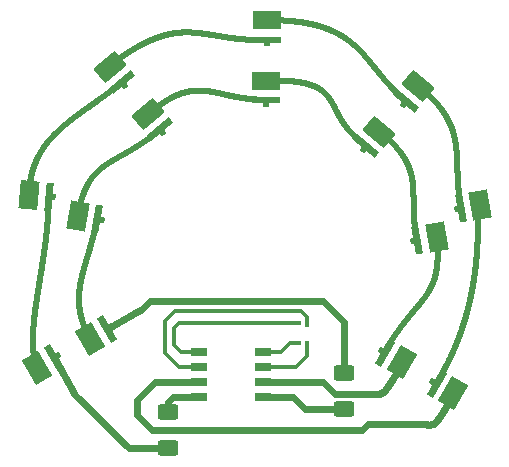
<source format=gtl>
G04 #@! TF.GenerationSoftware,KiCad,Pcbnew,9.0.4*
G04 #@! TF.CreationDate,2025-10-28T23:18:59-04:00*
G04 #@! TF.ProjectId,DEL_MCPCB,44454c5f-4d43-4504-9342-2e6b69636164,rev?*
G04 #@! TF.SameCoordinates,Original*
G04 #@! TF.FileFunction,Copper,L1,Top*
G04 #@! TF.FilePolarity,Positive*
%FSLAX46Y46*%
G04 Gerber Fmt 4.6, Leading zero omitted, Abs format (unit mm)*
G04 Created by KiCad (PCBNEW 9.0.4) date 2025-10-28 23:18:59*
%MOMM*%
%LPD*%
G01*
G04 APERTURE LIST*
G04 Aperture macros list*
%AMRoundRect*
0 Rectangle with rounded corners*
0 $1 Rounding radius*
0 $2 $3 $4 $5 $6 $7 $8 $9 X,Y pos of 4 corners*
0 Add a 4 corners polygon primitive as box body*
4,1,4,$2,$3,$4,$5,$6,$7,$8,$9,$2,$3,0*
0 Add four circle primitives for the rounded corners*
1,1,$1+$1,$2,$3*
1,1,$1+$1,$4,$5*
1,1,$1+$1,$6,$7*
1,1,$1+$1,$8,$9*
0 Add four rect primitives between the rounded corners*
20,1,$1+$1,$2,$3,$4,$5,0*
20,1,$1+$1,$4,$5,$6,$7,0*
20,1,$1+$1,$6,$7,$8,$9,0*
20,1,$1+$1,$8,$9,$2,$3,0*%
%AMRotRect*
0 Rectangle, with rotation*
0 The origin of the aperture is its center*
0 $1 length*
0 $2 width*
0 $3 Rotation angle, in degrees counterclockwise*
0 Add horizontal line*
21,1,$1,$2,0,0,$3*%
G04 Aperture macros list end*
%ADD10C,0.600000*%
G04 #@! TA.AperFunction,Conductor*
%ADD11C,0.600000*%
G04 #@! TD*
%ADD12C,0.500000*%
G04 #@! TA.AperFunction,SMDPad,CuDef*
%ADD13R,1.473200X0.736600*%
G04 #@! TD*
G04 #@! TA.AperFunction,SMDPad,CuDef*
%ADD14RotRect,1.600000X2.400000X150.000000*%
G04 #@! TD*
G04 #@! TA.AperFunction,SMDPad,CuDef*
%ADD15RotRect,0.600000X2.400000X150.000000*%
G04 #@! TD*
G04 #@! TA.AperFunction,SMDPad,CuDef*
%ADD16RotRect,0.600000X0.500000X150.000000*%
G04 #@! TD*
G04 #@! TA.AperFunction,SMDPad,CuDef*
%ADD17RotRect,1.600000X2.400000X350.000000*%
G04 #@! TD*
G04 #@! TA.AperFunction,SMDPad,CuDef*
%ADD18RotRect,0.600000X2.400000X350.000000*%
G04 #@! TD*
G04 #@! TA.AperFunction,SMDPad,CuDef*
%ADD19RotRect,0.600000X0.500000X350.000000*%
G04 #@! TD*
G04 #@! TA.AperFunction,SMDPad,CuDef*
%ADD20RotRect,1.600000X2.400000X30.000000*%
G04 #@! TD*
G04 #@! TA.AperFunction,SMDPad,CuDef*
%ADD21RotRect,0.600000X2.400000X30.000000*%
G04 #@! TD*
G04 #@! TA.AperFunction,SMDPad,CuDef*
%ADD22RotRect,0.600000X0.500000X30.000000*%
G04 #@! TD*
G04 #@! TA.AperFunction,SMDPad,CuDef*
%ADD23RotRect,1.600000X2.400000X190.000000*%
G04 #@! TD*
G04 #@! TA.AperFunction,SMDPad,CuDef*
%ADD24RotRect,0.600000X2.400000X190.000000*%
G04 #@! TD*
G04 #@! TA.AperFunction,SMDPad,CuDef*
%ADD25RotRect,0.600000X0.500000X190.000000*%
G04 #@! TD*
G04 #@! TA.AperFunction,SMDPad,CuDef*
%ADD26RoundRect,0.250000X0.625000X-0.400000X0.625000X0.400000X-0.625000X0.400000X-0.625000X-0.400000X0*%
G04 #@! TD*
G04 #@! TA.AperFunction,SMDPad,CuDef*
%ADD27RotRect,1.600000X2.400000X230.000000*%
G04 #@! TD*
G04 #@! TA.AperFunction,SMDPad,CuDef*
%ADD28RotRect,0.600000X2.400000X230.000000*%
G04 #@! TD*
G04 #@! TA.AperFunction,SMDPad,CuDef*
%ADD29RotRect,0.600000X0.500000X230.000000*%
G04 #@! TD*
G04 #@! TA.AperFunction,SMDPad,CuDef*
%ADD30R,2.400000X1.600000*%
G04 #@! TD*
G04 #@! TA.AperFunction,SMDPad,CuDef*
%ADD31R,2.400000X0.600000*%
G04 #@! TD*
G04 #@! TA.AperFunction,SMDPad,CuDef*
%ADD32R,0.500000X0.600000*%
G04 #@! TD*
G04 #@! TA.AperFunction,SMDPad,CuDef*
%ADD33RotRect,1.600000X2.400000X310.000000*%
G04 #@! TD*
G04 #@! TA.AperFunction,SMDPad,CuDef*
%ADD34RotRect,0.600000X2.400000X310.000000*%
G04 #@! TD*
G04 #@! TA.AperFunction,SMDPad,CuDef*
%ADD35RotRect,0.600000X0.500000X310.000000*%
G04 #@! TD*
G04 #@! TA.AperFunction,SMDPad,CuDef*
%ADD36RotRect,1.600000X2.400000X355.000000*%
G04 #@! TD*
G04 #@! TA.AperFunction,SMDPad,CuDef*
%ADD37RotRect,0.600000X2.400000X355.000000*%
G04 #@! TD*
G04 #@! TA.AperFunction,SMDPad,CuDef*
%ADD38RotRect,0.600000X0.500000X355.000000*%
G04 #@! TD*
G04 #@! TA.AperFunction,SMDPad,CuDef*
%ADD39RoundRect,0.250000X-0.625000X0.400000X-0.625000X-0.400000X0.625000X-0.400000X0.625000X0.400000X0*%
G04 #@! TD*
G04 #@! TA.AperFunction,SMDPad,CuDef*
%ADD40R,0.304800X0.431800*%
G04 #@! TD*
G04 #@! TA.AperFunction,SMDPad,CuDef*
%ADD41R,0.355600X0.533400*%
G04 #@! TD*
G04 #@! TA.AperFunction,Conductor*
%ADD42C,0.300000*%
G04 #@! TD*
G04 APERTURE END LIST*
D10*
X167120000Y-101760000D02*
X167088300Y-101814045D01*
X167057025Y-101867323D01*
X167027834Y-101917012D01*
X166999016Y-101966024D01*
X166971914Y-102012077D01*
X166945144Y-102057526D01*
X166919822Y-102100476D01*
X166894798Y-102142880D01*
X166871018Y-102183136D01*
X166847509Y-102222893D01*
X166825084Y-102260777D01*
X166802906Y-102298202D01*
X166781685Y-102333975D01*
X166760692Y-102369322D01*
X166740549Y-102403197D01*
X166720618Y-102436677D01*
X166701451Y-102468834D01*
X166682480Y-102500622D01*
X166664200Y-102531213D01*
X166646103Y-102561458D01*
X166628634Y-102590614D01*
X166611336Y-102619446D01*
X166594613Y-102647280D01*
X166578050Y-102674807D01*
X166562015Y-102701419D01*
X166546130Y-102727741D01*
X166530733Y-102753217D01*
X166515477Y-102778418D01*
X166500673Y-102802836D01*
X166486003Y-102826994D01*
X166471751Y-102850423D01*
X166457626Y-102873605D01*
X166443892Y-102896107D01*
X166430278Y-102918374D01*
X166417028Y-102940006D01*
X166403892Y-102961413D01*
X166391098Y-102982225D01*
X166378412Y-103002823D01*
X166366047Y-103022861D01*
X166353784Y-103042695D01*
X166341823Y-103062002D01*
X166329960Y-103081113D01*
X166318382Y-103099728D01*
X166306896Y-103118154D01*
X166295679Y-103136112D01*
X166284551Y-103153890D01*
X166273677Y-103171224D01*
X166262888Y-103188384D01*
X166252339Y-103205125D01*
X166241872Y-103221699D01*
X166231632Y-103237874D01*
X166221470Y-103253889D01*
X166211525Y-103269525D01*
X166201654Y-103285007D01*
X166191988Y-103300129D01*
X166182394Y-103315102D01*
X166172996Y-103329732D01*
X166163666Y-103344218D01*
X166154523Y-103358377D01*
X166145445Y-103372398D01*
X166136546Y-103386107D01*
X166127709Y-103399683D01*
X166119042Y-103412960D01*
X166110435Y-103426108D01*
X166101991Y-103438972D01*
X166093605Y-103451710D01*
X166085374Y-103464177D01*
X166077199Y-103476522D01*
X166069172Y-103488606D01*
X166061199Y-103500574D01*
X166053368Y-103512292D01*
X166045589Y-103523896D01*
X166037946Y-103535261D01*
X166030353Y-103546516D01*
X166022891Y-103557542D01*
X166015476Y-103568461D01*
X166008187Y-103579159D01*
X166000944Y-103589755D01*
X165993821Y-103600138D01*
X165986743Y-103610422D01*
X165979780Y-103620502D01*
X165972860Y-103630484D01*
X165966052Y-103640271D01*
X165959284Y-103649964D01*
X165952624Y-103659469D01*
X165946003Y-103668881D01*
X165939485Y-103678113D01*
X165933006Y-103687256D01*
X165926625Y-103696224D01*
X165920282Y-103705105D01*
X165914034Y-103713819D01*
X165907821Y-103722448D01*
X165901700Y-103730916D01*
X165895614Y-103739302D01*
X165889616Y-103747531D01*
X165883652Y-103755681D01*
X165877773Y-103763681D01*
X165871926Y-103771603D01*
X165866161Y-103779379D01*
X165860427Y-103787081D01*
X165854772Y-103794642D01*
X165849148Y-103802129D01*
X165843600Y-103809482D01*
X165838080Y-103816762D01*
X165832635Y-103823913D01*
X165827218Y-103830993D01*
X165821872Y-103837947D01*
X165816553Y-103844834D01*
X165811302Y-103851598D01*
X165806078Y-103858296D01*
X165800920Y-103864877D01*
X165795788Y-103871392D01*
X165790719Y-103877794D01*
X165785675Y-103884133D01*
X165780693Y-103890362D01*
X165775734Y-103896529D01*
X165770836Y-103902590D01*
X165765960Y-103908591D01*
X165761142Y-103914489D01*
X165756345Y-103920328D01*
X165751605Y-103926068D01*
X165746886Y-103931751D01*
X165742221Y-103937337D01*
X165737577Y-103942867D01*
X165732984Y-103948304D01*
X165728412Y-103953687D01*
X165723890Y-103958979D01*
X165719387Y-103964218D01*
X165714933Y-103969370D01*
X165710497Y-103974469D01*
X165706109Y-103979484D01*
X165701738Y-103984448D01*
X165697413Y-103989330D01*
X165693105Y-103994163D01*
X165688841Y-103998916D01*
X165684594Y-104003620D01*
X165680389Y-104008248D01*
X165676200Y-104012828D01*
X165672053Y-104017333D01*
X165667921Y-104021792D01*
X165663828Y-104026179D01*
X165659751Y-104030520D01*
X165655712Y-104034792D01*
X165651687Y-104039019D01*
X165647699Y-104043178D01*
X165643725Y-104047293D01*
X165639787Y-104051343D01*
X165635863Y-104055351D01*
X165631973Y-104059294D01*
X165628095Y-104063196D01*
X165624251Y-104067036D01*
X165620420Y-104070836D01*
X165616620Y-104074575D01*
X165612833Y-104078275D01*
X165609076Y-104081916D01*
X165605331Y-104085518D01*
X165601616Y-104089064D01*
X165597911Y-104092572D01*
X165594236Y-104096025D01*
X165590571Y-104099441D01*
X165586934Y-104102803D01*
X165583306Y-104106129D01*
X165579706Y-104109403D01*
X165576115Y-104112642D01*
X165572550Y-104115830D01*
X165568994Y-104118983D01*
X165565463Y-104122088D01*
X165561940Y-104125158D01*
X165558441Y-104128181D01*
X165554951Y-104131171D01*
X165551483Y-104134114D01*
X165548024Y-104137025D01*
X165544586Y-104139891D01*
X165541156Y-104142725D01*
X165537746Y-104145516D01*
X165534344Y-104148274D01*
X165530962Y-104150992D01*
X165527587Y-104153677D01*
X165524230Y-104156323D01*
X165520880Y-104158937D01*
X165517548Y-104161512D01*
X165514223Y-104164057D01*
X165510914Y-104166564D01*
X165507612Y-104169041D01*
X165504325Y-104171482D01*
X165501044Y-104173893D01*
X165497778Y-104176268D01*
X165494518Y-104178614D01*
X165491272Y-104180926D01*
X165488031Y-104183210D01*
X165484803Y-104185460D01*
X165481580Y-104187682D01*
X165478370Y-104189871D01*
X165475164Y-104192033D01*
X165471969Y-104194163D01*
X165468779Y-104196266D01*
X165465599Y-104198339D01*
X165462423Y-104200385D01*
X165459256Y-104202401D01*
X165456094Y-104204391D01*
X165452940Y-104206352D01*
X165449790Y-104208288D01*
X165446647Y-104210195D01*
X165443507Y-104212077D01*
X165440374Y-104213932D01*
X165437244Y-104215761D01*
X165434120Y-104217564D01*
X165430999Y-104219343D01*
X165427882Y-104221096D01*
X165424768Y-104222824D01*
X165421658Y-104224528D01*
X165418550Y-104226207D01*
X165415444Y-104227863D01*
X165412341Y-104229494D01*
X165409240Y-104231103D01*
X165406140Y-104232687D01*
X165403041Y-104234249D01*
X165399944Y-104235788D01*
X165396846Y-104237305D01*
X165393750Y-104238799D01*
X165390652Y-104240271D01*
X165387556Y-104241721D01*
X165381358Y-104244556D01*
X165375155Y-104247307D01*
X165368944Y-104249974D01*
X165362722Y-104252559D01*
X165356485Y-104255063D01*
X165350231Y-104257489D01*
X165343957Y-104259837D01*
X165337660Y-104262108D01*
X165331336Y-104264305D01*
X165324982Y-104266427D01*
X165318595Y-104268477D01*
X165312171Y-104270455D01*
X165305705Y-104272362D01*
X165299195Y-104274199D01*
X165292637Y-104275967D01*
X165286024Y-104277667D01*
X165279354Y-104279300D01*
X165272622Y-104280866D01*
X165265821Y-104282365D01*
X165258948Y-104283800D01*
X165251995Y-104285169D01*
X165244958Y-104286474D01*
X165237828Y-104287716D01*
X165230600Y-104288893D01*
X165223266Y-104290007D01*
X165215817Y-104291058D01*
X165208245Y-104292046D01*
X165200539Y-104292971D01*
X165192690Y-104293833D01*
X165184684Y-104294633D01*
X165176510Y-104295369D01*
X165168153Y-104296042D01*
X165159595Y-104296651D01*
X165150820Y-104297197D01*
X165141805Y-104297677D01*
X165132527Y-104298092D01*
X165122958Y-104298441D01*
X165113066Y-104298723D01*
X165102810Y-104298935D01*
X165092146Y-104299077D01*
X165081016Y-104299146D01*
X165069349Y-104299139D01*
X165057053Y-104299054D01*
X165044009Y-104298885D01*
X165030052Y-104298625D01*
X165014944Y-104298267D01*
X164998318Y-104297796D01*
X164979545Y-104297187D01*
X164957344Y-104296394D01*
X164921578Y-104295029D01*
X164901576Y-104294257D01*
X164881190Y-104293490D01*
X164860406Y-104292745D01*
X164839208Y-104292041D01*
X164828449Y-104291710D01*
X164817582Y-104291396D01*
X164806605Y-104291102D01*
X164795515Y-104290829D01*
X164784312Y-104290580D01*
X164772993Y-104290357D01*
X164761556Y-104290163D01*
X164750000Y-104290000D01*
D11*
X135128000Y-101803200D02*
X133197600Y-98450400D01*
D12*
X135310000Y-86660000D02*
X135313343Y-86641758D01*
X135316697Y-86623569D01*
X135320054Y-86605470D01*
X135323422Y-86587424D01*
X135326794Y-86569466D01*
X135330176Y-86551561D01*
X135333562Y-86533743D01*
X135336959Y-86515977D01*
X135340359Y-86498299D01*
X135343770Y-86480671D01*
X135347184Y-86463130D01*
X135350609Y-86445639D01*
X135354038Y-86428233D01*
X135357477Y-86410878D01*
X135360920Y-86393607D01*
X135364373Y-86376386D01*
X135367830Y-86359248D01*
X135371298Y-86342160D01*
X135374769Y-86325155D01*
X135378251Y-86308198D01*
X135381736Y-86291323D01*
X135385231Y-86274497D01*
X135388730Y-86257752D01*
X135392240Y-86241055D01*
X135395753Y-86224437D01*
X135399277Y-86207868D01*
X135402804Y-86191378D01*
X135406341Y-86174935D01*
X135409882Y-86158570D01*
X135413434Y-86142253D01*
X135416989Y-86126013D01*
X135420554Y-86109819D01*
X135424123Y-86093703D01*
X135427702Y-86077632D01*
X135431284Y-86061637D01*
X135434877Y-86045689D01*
X135438474Y-86029815D01*
X135442081Y-86013986D01*
X135445691Y-85998232D01*
X135449311Y-85982523D01*
X135452935Y-85966888D01*
X135456570Y-85951297D01*
X135460208Y-85935779D01*
X135463856Y-85920305D01*
X135467507Y-85904903D01*
X135471169Y-85889545D01*
X135474834Y-85874258D01*
X135478510Y-85859015D01*
X135482189Y-85843842D01*
X135485878Y-85828713D01*
X135489571Y-85813653D01*
X135493273Y-85798636D01*
X135496980Y-85783688D01*
X135500696Y-85768782D01*
X135504416Y-85753945D01*
X135508147Y-85739149D01*
X135511880Y-85724422D01*
X135515624Y-85709736D01*
X135519372Y-85695116D01*
X135523129Y-85680539D01*
X135526890Y-85666027D01*
X135530661Y-85651557D01*
X135534436Y-85637151D01*
X135538220Y-85622787D01*
X135542009Y-85608487D01*
X135545807Y-85594228D01*
X135549609Y-85580032D01*
X135553421Y-85565877D01*
X135557237Y-85551785D01*
X135561062Y-85537733D01*
X135564891Y-85523743D01*
X135568731Y-85509793D01*
X135572574Y-85495905D01*
X135576426Y-85482056D01*
X135580283Y-85468268D01*
X135584149Y-85454519D01*
X135588019Y-85440830D01*
X135591899Y-85427181D01*
X135595783Y-85413591D01*
X135599677Y-85400039D01*
X135603574Y-85386546D01*
X135607482Y-85373092D01*
X135611393Y-85359696D01*
X135615314Y-85346338D01*
X135619239Y-85333037D01*
X135623173Y-85319774D01*
X135627112Y-85306568D01*
X135631060Y-85293400D01*
X135635012Y-85280288D01*
X135638974Y-85267213D01*
X135642940Y-85254193D01*
X135646916Y-85241211D01*
X135650895Y-85228284D01*
X135654885Y-85215393D01*
X135658878Y-85202556D01*
X135662881Y-85189756D01*
X135666888Y-85177010D01*
X135670905Y-85164300D01*
X135674926Y-85151643D01*
X135678957Y-85139021D01*
X135682992Y-85126452D01*
X135687036Y-85113919D01*
X135691085Y-85101438D01*
X135695143Y-85088992D01*
X135699205Y-85076597D01*
X135703278Y-85064238D01*
X135707354Y-85051929D01*
X135711440Y-85039655D01*
X135715530Y-85027431D01*
X135719630Y-85015242D01*
X135723735Y-85003102D01*
X135727848Y-84990996D01*
X135731967Y-84978940D01*
X135736094Y-84966917D01*
X135740227Y-84954943D01*
X135744369Y-84943003D01*
X135748515Y-84931110D01*
X135752671Y-84919251D01*
X135756831Y-84907439D01*
X135761001Y-84895661D01*
X135765176Y-84883929D01*
X135769360Y-84872230D01*
X135773549Y-84860578D01*
X135777747Y-84848958D01*
X135781950Y-84837384D01*
X135786163Y-84825843D01*
X135790380Y-84814346D01*
X135794607Y-84802882D01*
X135798839Y-84791463D01*
X135803080Y-84780075D01*
X135807326Y-84768732D01*
X135811581Y-84757420D01*
X135815842Y-84746152D01*
X135820111Y-84734915D01*
X135824386Y-84723722D01*
X135828671Y-84712560D01*
X135832960Y-84701440D01*
X135837259Y-84690352D01*
X135841563Y-84679305D01*
X135845877Y-84668289D01*
X135850195Y-84657315D01*
X135854524Y-84646371D01*
X135858857Y-84635469D01*
X135863200Y-84624597D01*
X135867548Y-84613765D01*
X135871906Y-84602963D01*
X135876269Y-84592202D01*
X135880641Y-84581470D01*
X135885019Y-84570778D01*
X135889407Y-84560116D01*
X135893800Y-84549493D01*
X135898202Y-84538899D01*
X135902610Y-84528343D01*
X135907028Y-84517818D01*
X135911451Y-84507330D01*
X135915883Y-84496871D01*
X135920322Y-84486450D01*
X135924770Y-84476057D01*
X135929223Y-84465702D01*
X135933686Y-84455375D01*
X135938156Y-84445085D01*
X135942634Y-84434824D01*
X135947119Y-84424598D01*
X135951613Y-84414401D01*
X135956113Y-84404240D01*
X135960622Y-84394107D01*
X135965138Y-84384008D01*
X135969663Y-84373938D01*
X135974195Y-84363903D01*
X135978735Y-84353895D01*
X135983283Y-84343921D01*
X135987839Y-84333975D01*
X135992403Y-84324063D01*
X135996975Y-84314178D01*
X136001555Y-84304326D01*
X136006143Y-84294502D01*
X136010739Y-84284710D01*
X136015344Y-84274946D01*
X136019955Y-84265213D01*
X136024576Y-84255508D01*
X136029204Y-84245835D01*
X136033842Y-84236188D01*
X136038486Y-84226572D01*
X136043140Y-84216984D01*
X136047801Y-84207426D01*
X136052471Y-84197894D01*
X136057149Y-84188393D01*
X136061836Y-84178918D01*
X136066531Y-84169473D01*
X136071235Y-84160055D01*
X136075946Y-84150666D01*
X136080667Y-84141303D01*
X136085396Y-84131968D01*
X136090133Y-84122660D01*
X136094879Y-84113380D01*
X136099634Y-84104126D01*
X136104397Y-84094901D01*
X136109170Y-84085700D01*
X136113950Y-84076528D01*
X136118740Y-84067381D01*
X136123538Y-84058261D01*
X136128345Y-84049166D01*
X136133161Y-84040098D01*
X136137986Y-84031055D01*
X136142820Y-84022039D01*
X136147663Y-84013047D01*
X136152515Y-84004082D01*
X136157376Y-83995141D01*
X136162246Y-83986226D01*
X136167125Y-83977336D01*
X136172013Y-83968470D01*
X136176911Y-83959629D01*
X136181817Y-83950813D01*
X136186733Y-83942021D01*
X136191659Y-83933254D01*
X136196593Y-83924511D01*
X136201537Y-83915791D01*
X136206491Y-83907096D01*
X136211454Y-83898424D01*
X136216426Y-83889776D01*
X136221408Y-83881151D01*
X136226400Y-83872549D01*
X136231402Y-83863971D01*
X136236413Y-83855416D01*
X136241434Y-83846883D01*
X136246464Y-83838374D01*
X136251505Y-83829886D01*
X136256555Y-83821422D01*
X136261615Y-83812979D01*
X136266685Y-83804560D01*
X136271766Y-83796161D01*
X136276856Y-83787786D01*
X136281957Y-83779431D01*
X136287067Y-83771099D01*
X136292189Y-83762787D01*
X136297320Y-83754498D01*
X136302462Y-83746229D01*
X136307613Y-83737983D01*
X136312776Y-83729756D01*
X136317948Y-83721551D01*
X136323132Y-83713366D01*
X136328326Y-83705203D01*
X136333531Y-83697058D01*
X136338746Y-83688936D01*
X136343973Y-83680832D01*
X136349209Y-83672750D01*
X136354458Y-83664686D01*
X136359716Y-83656644D01*
X136364986Y-83648620D01*
X136370266Y-83640617D01*
X136375559Y-83632632D01*
X136380861Y-83624668D01*
X136386177Y-83616721D01*
X136391501Y-83608795D01*
X136402187Y-83592998D01*
X136412918Y-83577275D01*
X136423696Y-83561627D01*
X136434521Y-83546050D01*
X136445393Y-83530546D01*
X136456313Y-83515112D01*
X136467283Y-83499747D01*
X136478301Y-83484451D01*
X136489369Y-83469223D01*
X136500487Y-83454061D01*
X136511656Y-83438964D01*
X136522877Y-83423933D01*
X136534151Y-83408964D01*
X136545477Y-83394059D01*
X136556856Y-83379214D01*
X136568290Y-83364430D01*
X136579779Y-83349706D01*
X136591324Y-83335041D01*
X136602925Y-83320432D01*
X136614583Y-83305881D01*
X136626299Y-83291384D01*
X136638073Y-83276943D01*
X136649907Y-83262555D01*
X136661802Y-83248219D01*
X136673757Y-83233935D01*
X136685774Y-83219701D01*
X136697854Y-83205517D01*
X136709998Y-83191381D01*
X136722206Y-83177292D01*
X136734480Y-83163250D01*
X136746820Y-83149253D01*
X136759227Y-83135301D01*
X136771704Y-83121392D01*
X136784249Y-83107525D01*
X136796865Y-83093699D01*
X136809552Y-83079913D01*
X136822312Y-83066167D01*
X136835146Y-83052458D01*
X136848055Y-83038786D01*
X136861039Y-83025150D01*
X136874101Y-83011549D01*
X136887242Y-82997981D01*
X136900462Y-82984446D01*
X136913763Y-82970942D01*
X136927147Y-82957468D01*
X136940614Y-82944023D01*
X136954167Y-82930606D01*
X136967806Y-82917215D01*
X136981533Y-82903850D01*
X136995350Y-82890510D01*
X137009258Y-82877192D01*
X137023259Y-82863896D01*
X137037354Y-82850621D01*
X137051545Y-82837364D01*
X137065834Y-82824126D01*
X137080223Y-82810904D01*
X137094713Y-82797697D01*
X137109307Y-82784504D01*
X137124006Y-82771324D01*
X137138812Y-82758154D01*
X137153728Y-82744994D01*
X137168756Y-82731842D01*
X137183897Y-82718696D01*
X137199155Y-82705555D01*
X137214531Y-82692418D01*
X137230028Y-82679282D01*
X137245648Y-82666146D01*
X137261395Y-82653008D01*
X137277270Y-82639867D01*
X137293277Y-82626721D01*
X137309419Y-82613567D01*
X137325698Y-82600404D01*
X137342118Y-82587230D01*
X137358682Y-82574043D01*
X137375393Y-82560841D01*
X137392255Y-82547622D01*
X137409271Y-82534382D01*
X137426445Y-82521121D01*
X137443782Y-82507835D01*
X137461285Y-82494523D01*
X137478959Y-82481181D01*
X137496807Y-82467806D01*
X137514835Y-82454397D01*
X137533048Y-82440950D01*
X137551451Y-82427462D01*
X137570049Y-82413930D01*
X137588847Y-82400351D01*
X137607852Y-82386720D01*
X137627070Y-82373035D01*
X137646508Y-82359292D01*
X137666171Y-82345487D01*
X137686068Y-82331615D01*
X137706207Y-82317672D01*
X137726594Y-82303654D01*
X137747240Y-82289555D01*
X137768152Y-82275370D01*
X137789341Y-82261094D01*
X137810817Y-82246720D01*
X137832590Y-82232244D01*
X137854674Y-82217657D01*
X137877079Y-82202952D01*
X137899821Y-82188123D01*
X137922912Y-82173161D01*
X137946369Y-82158056D01*
X137970209Y-82142800D01*
X137994449Y-82127381D01*
X138019110Y-82111790D01*
X138044213Y-82096013D01*
X138069783Y-82080037D01*
X138095844Y-82063848D01*
X138122426Y-82047429D01*
X138149560Y-82030762D01*
X138177281Y-82013827D01*
X138205630Y-81996602D01*
X138234650Y-81979063D01*
X138264392Y-81961180D01*
X138294912Y-81942921D01*
X138326278Y-81924248D01*
X138358565Y-81905120D01*
X138391864Y-81885484D01*
X138426280Y-81865281D01*
X138461941Y-81844439D01*
X138499003Y-81822869D01*
X138537662Y-81800461D01*
X138578165Y-81777074D01*
X138620838Y-81752525D01*
X138666123Y-81726564D01*
X138714651Y-81698833D01*
X138767379Y-81668791D01*
X138825904Y-81635533D01*
X138893301Y-81597319D01*
X138977325Y-81549757D01*
X139025997Y-81522226D01*
X139112348Y-81473374D01*
X139155902Y-81448716D01*
X139199709Y-81423893D01*
X139243769Y-81398896D01*
X139288082Y-81373719D01*
X139332650Y-81348354D01*
X139377472Y-81322792D01*
X139422549Y-81297027D01*
X139467883Y-81271050D01*
X139513472Y-81244854D01*
X139559319Y-81218430D01*
X139605422Y-81191772D01*
X139628571Y-81178353D01*
X139651784Y-81164872D01*
X139675061Y-81151328D01*
X139698404Y-81137721D01*
X139721811Y-81124050D01*
X139745282Y-81110313D01*
X139768819Y-81096509D01*
X139792420Y-81082639D01*
X139816087Y-81068700D01*
X139839818Y-81054691D01*
X139863615Y-81040613D01*
X139887477Y-81026463D01*
X139911404Y-81012241D01*
X139935396Y-80997945D01*
X139959454Y-80983576D01*
X139983577Y-80969131D01*
X140007765Y-80954611D01*
X140032019Y-80940013D01*
X140056339Y-80925338D01*
X140080725Y-80910583D01*
X140105176Y-80895749D01*
X140129693Y-80880833D01*
X140154276Y-80865836D01*
X140178924Y-80850756D01*
X140203639Y-80835592D01*
X140228420Y-80820344D01*
X140253267Y-80805009D01*
X140278180Y-80789588D01*
X140303160Y-80774080D01*
X140328206Y-80758482D01*
X140353318Y-80742796D01*
X140378496Y-80727018D01*
X140403742Y-80711149D01*
X140429053Y-80695188D01*
X140454432Y-80679133D01*
X140479877Y-80662984D01*
X140505389Y-80646739D01*
X140530967Y-80630398D01*
X140556613Y-80613960D01*
X140582326Y-80597424D01*
X140608105Y-80580788D01*
X140633952Y-80564052D01*
X140659866Y-80547215D01*
X140685847Y-80530275D01*
X140711896Y-80513233D01*
X140738012Y-80496087D01*
X140764195Y-80478835D01*
X140790446Y-80461478D01*
X140816764Y-80444013D01*
X140843150Y-80426441D01*
X140869603Y-80408759D01*
X140896125Y-80390968D01*
X140922714Y-80373066D01*
X140949371Y-80355053D01*
X140976096Y-80336926D01*
X141002889Y-80318686D01*
X141029750Y-80300331D01*
X141056679Y-80281860D01*
X141083677Y-80263273D01*
X141110742Y-80244569D01*
X141137876Y-80225745D01*
X141165079Y-80206802D01*
X141192350Y-80187739D01*
X141219689Y-80168554D01*
X141247097Y-80149247D01*
X141274574Y-80129817D01*
X141302119Y-80110262D01*
X141329733Y-80090581D01*
X141357416Y-80070775D01*
X141385168Y-80050841D01*
X141412989Y-80030779D01*
X141440879Y-80010588D01*
X141468838Y-79990267D01*
X141496866Y-79969815D01*
X141524963Y-79949230D01*
X141553130Y-79928513D01*
X141581366Y-79907661D01*
X141609672Y-79886675D01*
X141638047Y-79865552D01*
X141666491Y-79844293D01*
X141695005Y-79822896D01*
X141723589Y-79801360D01*
X141752243Y-79779684D01*
X141780966Y-79757868D01*
X141809760Y-79735910D01*
X141838623Y-79713809D01*
X141867556Y-79691564D01*
X141896559Y-79669175D01*
X141925633Y-79646640D01*
X141954777Y-79623959D01*
X141983991Y-79601130D01*
X142013275Y-79578153D01*
X142042629Y-79555026D01*
X142072055Y-79531749D01*
X142101550Y-79508320D01*
X142131116Y-79484739D01*
X142160753Y-79461005D01*
X142190461Y-79437116D01*
X142220239Y-79413072D01*
X142250089Y-79388872D01*
X142280009Y-79364515D01*
X142310000Y-79340000D01*
D10*
X162760000Y-99150000D02*
X162728300Y-99204045D01*
X162697025Y-99257323D01*
X162667834Y-99307012D01*
X162639016Y-99356024D01*
X162611914Y-99402077D01*
X162585144Y-99447526D01*
X162559822Y-99490476D01*
X162534798Y-99532880D01*
X162511018Y-99573136D01*
X162487509Y-99612893D01*
X162465084Y-99650777D01*
X162442906Y-99688202D01*
X162421685Y-99723975D01*
X162400692Y-99759322D01*
X162380549Y-99793197D01*
X162360618Y-99826677D01*
X162341451Y-99858834D01*
X162322480Y-99890622D01*
X162304200Y-99921213D01*
X162286103Y-99951458D01*
X162268634Y-99980614D01*
X162251336Y-100009446D01*
X162234613Y-100037280D01*
X162218050Y-100064807D01*
X162202015Y-100091419D01*
X162186130Y-100117741D01*
X162170733Y-100143217D01*
X162155477Y-100168418D01*
X162140673Y-100192836D01*
X162126003Y-100216994D01*
X162111751Y-100240423D01*
X162097626Y-100263605D01*
X162083892Y-100286107D01*
X162070278Y-100308374D01*
X162057028Y-100330006D01*
X162043892Y-100351413D01*
X162031098Y-100372225D01*
X162018412Y-100392823D01*
X162006047Y-100412861D01*
X161993784Y-100432695D01*
X161981823Y-100452002D01*
X161969960Y-100471113D01*
X161958382Y-100489728D01*
X161946896Y-100508154D01*
X161935679Y-100526112D01*
X161924551Y-100543890D01*
X161913677Y-100561224D01*
X161902888Y-100578384D01*
X161892339Y-100595125D01*
X161881872Y-100611699D01*
X161871632Y-100627874D01*
X161861470Y-100643889D01*
X161851525Y-100659525D01*
X161841654Y-100675007D01*
X161831988Y-100690129D01*
X161822394Y-100705102D01*
X161812996Y-100719732D01*
X161803666Y-100734218D01*
X161794523Y-100748377D01*
X161785445Y-100762398D01*
X161776546Y-100776107D01*
X161767709Y-100789683D01*
X161759042Y-100802960D01*
X161750435Y-100816108D01*
X161741991Y-100828972D01*
X161733605Y-100841710D01*
X161725374Y-100854177D01*
X161717199Y-100866522D01*
X161709172Y-100878606D01*
X161701199Y-100890574D01*
X161693368Y-100902292D01*
X161685589Y-100913896D01*
X161677946Y-100925261D01*
X161670353Y-100936516D01*
X161662891Y-100947542D01*
X161655476Y-100958461D01*
X161648187Y-100969159D01*
X161640944Y-100979755D01*
X161633821Y-100990138D01*
X161626743Y-101000422D01*
X161619780Y-101010502D01*
X161612860Y-101020484D01*
X161606052Y-101030271D01*
X161599284Y-101039964D01*
X161592624Y-101049469D01*
X161586003Y-101058881D01*
X161579485Y-101068113D01*
X161573006Y-101077256D01*
X161566625Y-101086224D01*
X161560282Y-101095105D01*
X161554034Y-101103819D01*
X161547821Y-101112448D01*
X161541700Y-101120916D01*
X161535614Y-101129302D01*
X161529616Y-101137531D01*
X161523652Y-101145681D01*
X161517773Y-101153681D01*
X161511926Y-101161603D01*
X161506161Y-101169379D01*
X161500427Y-101177081D01*
X161494772Y-101184642D01*
X161489148Y-101192129D01*
X161483600Y-101199482D01*
X161478080Y-101206762D01*
X161472635Y-101213913D01*
X161467218Y-101220993D01*
X161461872Y-101227947D01*
X161456553Y-101234834D01*
X161451302Y-101241598D01*
X161446078Y-101248296D01*
X161440920Y-101254877D01*
X161435788Y-101261392D01*
X161430719Y-101267794D01*
X161425675Y-101274133D01*
X161420693Y-101280362D01*
X161415734Y-101286529D01*
X161410836Y-101292590D01*
X161405960Y-101298591D01*
X161401142Y-101304489D01*
X161396345Y-101310328D01*
X161391605Y-101316068D01*
X161386886Y-101321751D01*
X161382221Y-101327337D01*
X161377577Y-101332867D01*
X161372984Y-101338304D01*
X161368412Y-101343687D01*
X161363890Y-101348979D01*
X161359387Y-101354218D01*
X161354933Y-101359370D01*
X161350497Y-101364469D01*
X161346109Y-101369484D01*
X161341738Y-101374448D01*
X161337413Y-101379330D01*
X161333105Y-101384163D01*
X161328841Y-101388916D01*
X161324594Y-101393620D01*
X161320389Y-101398248D01*
X161316200Y-101402828D01*
X161312053Y-101407333D01*
X161307921Y-101411792D01*
X161303828Y-101416179D01*
X161299751Y-101420520D01*
X161295712Y-101424792D01*
X161291687Y-101429019D01*
X161287699Y-101433178D01*
X161283725Y-101437293D01*
X161279787Y-101441343D01*
X161275863Y-101445351D01*
X161271973Y-101449294D01*
X161268095Y-101453196D01*
X161264251Y-101457036D01*
X161260420Y-101460836D01*
X161256620Y-101464575D01*
X161252833Y-101468275D01*
X161249076Y-101471916D01*
X161245331Y-101475518D01*
X161241616Y-101479064D01*
X161237911Y-101482572D01*
X161234236Y-101486025D01*
X161230571Y-101489441D01*
X161226934Y-101492803D01*
X161223306Y-101496129D01*
X161219706Y-101499403D01*
X161216115Y-101502642D01*
X161212550Y-101505830D01*
X161208994Y-101508983D01*
X161205463Y-101512088D01*
X161201940Y-101515158D01*
X161198441Y-101518181D01*
X161194951Y-101521171D01*
X161191483Y-101524114D01*
X161188024Y-101527025D01*
X161184586Y-101529891D01*
X161181156Y-101532725D01*
X161177746Y-101535516D01*
X161174344Y-101538274D01*
X161170962Y-101540992D01*
X161167587Y-101543677D01*
X161164230Y-101546323D01*
X161160880Y-101548937D01*
X161157548Y-101551512D01*
X161154223Y-101554057D01*
X161150914Y-101556564D01*
X161147612Y-101559041D01*
X161144325Y-101561482D01*
X161141044Y-101563893D01*
X161137778Y-101566268D01*
X161134518Y-101568614D01*
X161131272Y-101570926D01*
X161128031Y-101573210D01*
X161124803Y-101575460D01*
X161121580Y-101577682D01*
X161118370Y-101579871D01*
X161115164Y-101582033D01*
X161111969Y-101584163D01*
X161108779Y-101586266D01*
X161105599Y-101588339D01*
X161102423Y-101590385D01*
X161099256Y-101592401D01*
X161096094Y-101594391D01*
X161092940Y-101596352D01*
X161089790Y-101598288D01*
X161086647Y-101600195D01*
X161083507Y-101602077D01*
X161080374Y-101603932D01*
X161077244Y-101605761D01*
X161074120Y-101607564D01*
X161070999Y-101609343D01*
X161067882Y-101611096D01*
X161064768Y-101612824D01*
X161061658Y-101614528D01*
X161058550Y-101616207D01*
X161055444Y-101617863D01*
X161052341Y-101619494D01*
X161049240Y-101621103D01*
X161046140Y-101622687D01*
X161043041Y-101624249D01*
X161039944Y-101625788D01*
X161036846Y-101627305D01*
X161033750Y-101628799D01*
X161030652Y-101630271D01*
X161027556Y-101631721D01*
X161021358Y-101634556D01*
X161015155Y-101637307D01*
X161008944Y-101639974D01*
X161002722Y-101642559D01*
X160996485Y-101645063D01*
X160990231Y-101647489D01*
X160983957Y-101649837D01*
X160977660Y-101652108D01*
X160971336Y-101654305D01*
X160964982Y-101656427D01*
X160958595Y-101658477D01*
X160952171Y-101660455D01*
X160945705Y-101662362D01*
X160939195Y-101664199D01*
X160932637Y-101665967D01*
X160926024Y-101667667D01*
X160919354Y-101669300D01*
X160912622Y-101670866D01*
X160905821Y-101672365D01*
X160898948Y-101673800D01*
X160891995Y-101675169D01*
X160884958Y-101676474D01*
X160877828Y-101677716D01*
X160870600Y-101678893D01*
X160863266Y-101680007D01*
X160855817Y-101681058D01*
X160848245Y-101682046D01*
X160840539Y-101682971D01*
X160832690Y-101683833D01*
X160824684Y-101684633D01*
X160816510Y-101685369D01*
X160808153Y-101686042D01*
X160799595Y-101686651D01*
X160790820Y-101687197D01*
X160781805Y-101687677D01*
X160772527Y-101688092D01*
X160762958Y-101688441D01*
X160753066Y-101688723D01*
X160742810Y-101688935D01*
X160732146Y-101689077D01*
X160721016Y-101689146D01*
X160709349Y-101689139D01*
X160697053Y-101689054D01*
X160684009Y-101688885D01*
X160670052Y-101688625D01*
X160654944Y-101688267D01*
X160638318Y-101687796D01*
X160619545Y-101687187D01*
X160597344Y-101686394D01*
X160561578Y-101685029D01*
X160541576Y-101684257D01*
X160521190Y-101683490D01*
X160500406Y-101682745D01*
X160479208Y-101682041D01*
X160468449Y-101681710D01*
X160457582Y-101681396D01*
X160446605Y-101681102D01*
X160435515Y-101680829D01*
X160424312Y-101680580D01*
X160412993Y-101680357D01*
X160401556Y-101680163D01*
X160390000Y-101680000D01*
D12*
X131181250Y-84848750D02*
X131181866Y-84834455D01*
X131182502Y-84820179D01*
X131183156Y-84805928D01*
X131183829Y-84791696D01*
X131184521Y-84777489D01*
X131185233Y-84763301D01*
X131185963Y-84749137D01*
X131186712Y-84734992D01*
X131187480Y-84720872D01*
X131188267Y-84706771D01*
X131189072Y-84692693D01*
X131189897Y-84678635D01*
X131190740Y-84664601D01*
X131191602Y-84650586D01*
X131192482Y-84636594D01*
X131193382Y-84622621D01*
X131194300Y-84608671D01*
X131195237Y-84594741D01*
X131196192Y-84580834D01*
X131197166Y-84566945D01*
X131198158Y-84553080D01*
X131199169Y-84539233D01*
X131200199Y-84525409D01*
X131201247Y-84511604D01*
X131202313Y-84497822D01*
X131203398Y-84484058D01*
X131204502Y-84470317D01*
X131205623Y-84456594D01*
X131206764Y-84442894D01*
X131207922Y-84429212D01*
X131209099Y-84415552D01*
X131210294Y-84401911D01*
X131211508Y-84388292D01*
X131212740Y-84374691D01*
X131213989Y-84361112D01*
X131215258Y-84347551D01*
X131216544Y-84334012D01*
X131217849Y-84320491D01*
X131219172Y-84306992D01*
X131220513Y-84293511D01*
X131221872Y-84280051D01*
X131223249Y-84266609D01*
X131224644Y-84253188D01*
X131226058Y-84239786D01*
X131227489Y-84226404D01*
X131228939Y-84213041D01*
X131230406Y-84199698D01*
X131231892Y-84186373D01*
X131233395Y-84173069D01*
X131234916Y-84159782D01*
X131236455Y-84146516D01*
X131238013Y-84133268D01*
X131239588Y-84120040D01*
X131241181Y-84106830D01*
X131242792Y-84093640D01*
X131244420Y-84080468D01*
X131246067Y-84067315D01*
X131247731Y-84054181D01*
X131249413Y-84041065D01*
X131251113Y-84027968D01*
X131252830Y-84014890D01*
X131254566Y-84001830D01*
X131256319Y-83988789D01*
X131258089Y-83975765D01*
X131259878Y-83962761D01*
X131261684Y-83949774D01*
X131263507Y-83936806D01*
X131265349Y-83923856D01*
X131267208Y-83910924D01*
X131269084Y-83898010D01*
X131270978Y-83885114D01*
X131272890Y-83872236D01*
X131274819Y-83859376D01*
X131276766Y-83846534D01*
X131278730Y-83833709D01*
X131280712Y-83820902D01*
X131282712Y-83808113D01*
X131284728Y-83795342D01*
X131286763Y-83782587D01*
X131288814Y-83769851D01*
X131290884Y-83757132D01*
X131292970Y-83744430D01*
X131295074Y-83731745D01*
X131297196Y-83719078D01*
X131299334Y-83706428D01*
X131301490Y-83693795D01*
X131303664Y-83681180D01*
X131305855Y-83668581D01*
X131308063Y-83655999D01*
X131310289Y-83643434D01*
X131312531Y-83630886D01*
X131314792Y-83618355D01*
X131317069Y-83605840D01*
X131319364Y-83593343D01*
X131321676Y-83580862D01*
X131324005Y-83568397D01*
X131326352Y-83555949D01*
X131328715Y-83543518D01*
X131331096Y-83531103D01*
X131333494Y-83518704D01*
X131335910Y-83506321D01*
X131338342Y-83493956D01*
X131340792Y-83481605D01*
X131343259Y-83469272D01*
X131345743Y-83456954D01*
X131348244Y-83444653D01*
X131350763Y-83432366D01*
X131353298Y-83420097D01*
X131355851Y-83407843D01*
X131358420Y-83395605D01*
X131361007Y-83383382D01*
X131363611Y-83371176D01*
X131366232Y-83358985D01*
X131368870Y-83346810D01*
X131371526Y-83334650D01*
X131374198Y-83322506D01*
X131376888Y-83310377D01*
X131379594Y-83298264D01*
X131382318Y-83286165D01*
X131385058Y-83274083D01*
X131387816Y-83262015D01*
X131390590Y-83249963D01*
X131393382Y-83237925D01*
X131396191Y-83225903D01*
X131399016Y-83213895D01*
X131401859Y-83201903D01*
X131404719Y-83189925D01*
X131407595Y-83177963D01*
X131410489Y-83166015D01*
X131413400Y-83154083D01*
X131416328Y-83142164D01*
X131419272Y-83130261D01*
X131422234Y-83118371D01*
X131425213Y-83106497D01*
X131428209Y-83094636D01*
X131431221Y-83082791D01*
X131434251Y-83070959D01*
X131437297Y-83059142D01*
X131440361Y-83047339D01*
X131443441Y-83035551D01*
X131446539Y-83023776D01*
X131449653Y-83012016D01*
X131452785Y-83000269D01*
X131455933Y-82988538D01*
X131459098Y-82976818D01*
X131462280Y-82965115D01*
X131465479Y-82953423D01*
X131468695Y-82941747D01*
X131471929Y-82930083D01*
X131475178Y-82918435D01*
X131478446Y-82906798D01*
X131481729Y-82895177D01*
X131485030Y-82883567D01*
X131488348Y-82871973D01*
X131491683Y-82860390D01*
X131495034Y-82848822D01*
X131498403Y-82837266D01*
X131501788Y-82825725D01*
X131505191Y-82814195D01*
X131508611Y-82802681D01*
X131515500Y-82779689D01*
X131522458Y-82756749D01*
X131529484Y-82733861D01*
X131536577Y-82711024D01*
X131543739Y-82688237D01*
X131550968Y-82665501D01*
X131558265Y-82642815D01*
X131565631Y-82620178D01*
X131573064Y-82597590D01*
X131580566Y-82575051D01*
X131588136Y-82552560D01*
X131595774Y-82530117D01*
X131603480Y-82507722D01*
X131611255Y-82485373D01*
X131619098Y-82463071D01*
X131627009Y-82440815D01*
X131634989Y-82418605D01*
X131643038Y-82396440D01*
X131651155Y-82374321D01*
X131659341Y-82352245D01*
X131667596Y-82330214D01*
X131675920Y-82308226D01*
X131684314Y-82286282D01*
X131692776Y-82264381D01*
X131701307Y-82242522D01*
X131709908Y-82220705D01*
X131718579Y-82198930D01*
X131727319Y-82177196D01*
X131736128Y-82155502D01*
X131745008Y-82133850D01*
X131753957Y-82112237D01*
X131762977Y-82090663D01*
X131772067Y-82069129D01*
X131781227Y-82047634D01*
X131790458Y-82026177D01*
X131799760Y-82004758D01*
X131809132Y-81983376D01*
X131818576Y-81962031D01*
X131828090Y-81940724D01*
X131837676Y-81919452D01*
X131847333Y-81898216D01*
X131857062Y-81877016D01*
X131866863Y-81855850D01*
X131876736Y-81834720D01*
X131886681Y-81813623D01*
X131896699Y-81792560D01*
X131906789Y-81771531D01*
X131916953Y-81750534D01*
X131927189Y-81729570D01*
X131937498Y-81708638D01*
X131947881Y-81687738D01*
X131958338Y-81666869D01*
X131968868Y-81646030D01*
X131979473Y-81625222D01*
X131990152Y-81604445D01*
X132000906Y-81583696D01*
X132011735Y-81562977D01*
X132022639Y-81542286D01*
X132033619Y-81521624D01*
X132044674Y-81500989D01*
X132055805Y-81480382D01*
X132067012Y-81459802D01*
X132078296Y-81439248D01*
X132089657Y-81418720D01*
X132101095Y-81398218D01*
X132112611Y-81377741D01*
X132124204Y-81357289D01*
X132135875Y-81336861D01*
X132147625Y-81316458D01*
X132159454Y-81296077D01*
X132171361Y-81275719D01*
X132183348Y-81255384D01*
X132195415Y-81235071D01*
X132207562Y-81214780D01*
X132219789Y-81194510D01*
X132232097Y-81174260D01*
X132244487Y-81154031D01*
X132256958Y-81133821D01*
X132269511Y-81113631D01*
X132282146Y-81093460D01*
X132294864Y-81073307D01*
X132307666Y-81053171D01*
X132320551Y-81033053D01*
X132333520Y-81012952D01*
X132346573Y-80992868D01*
X132359712Y-80972799D01*
X132372936Y-80952746D01*
X132386246Y-80932708D01*
X132399642Y-80912684D01*
X132413125Y-80892674D01*
X132426695Y-80872678D01*
X132440354Y-80852695D01*
X132454100Y-80832724D01*
X132467935Y-80812764D01*
X132481860Y-80792817D01*
X132495874Y-80772880D01*
X132509979Y-80752953D01*
X132524175Y-80733036D01*
X132538463Y-80713129D01*
X132552842Y-80693230D01*
X132567314Y-80673339D01*
X132581880Y-80653456D01*
X132596540Y-80633580D01*
X132611294Y-80613710D01*
X132626143Y-80593846D01*
X132641088Y-80573988D01*
X132656129Y-80554134D01*
X132671268Y-80534284D01*
X132686504Y-80514438D01*
X132701839Y-80494595D01*
X132717273Y-80474754D01*
X132732807Y-80454914D01*
X132748442Y-80435076D01*
X132764178Y-80415238D01*
X132780016Y-80395400D01*
X132795958Y-80375561D01*
X132812003Y-80355720D01*
X132828152Y-80335877D01*
X132844407Y-80316032D01*
X132860768Y-80296182D01*
X132877237Y-80276329D01*
X132893813Y-80256470D01*
X132910498Y-80236606D01*
X132927293Y-80216735D01*
X132944198Y-80196857D01*
X132961215Y-80176971D01*
X132978345Y-80157077D01*
X132995588Y-80137173D01*
X133012946Y-80117258D01*
X133030420Y-80097333D01*
X133048010Y-80077395D01*
X133065718Y-80057445D01*
X133083545Y-80037482D01*
X133101492Y-80017503D01*
X133119560Y-79997510D01*
X133137751Y-79977500D01*
X133156065Y-79957474D01*
X133174503Y-79937429D01*
X133193068Y-79917365D01*
X133211760Y-79897281D01*
X133230580Y-79877177D01*
X133249531Y-79857050D01*
X133268613Y-79836901D01*
X133287827Y-79816727D01*
X133307176Y-79796529D01*
X133326660Y-79776304D01*
X133346282Y-79756052D01*
X133366042Y-79735772D01*
X133385943Y-79715462D01*
X133405986Y-79695121D01*
X133426172Y-79674748D01*
X133446503Y-79654342D01*
X133466982Y-79633902D01*
X133487610Y-79613426D01*
X133508388Y-79592912D01*
X133529319Y-79572360D01*
X133550405Y-79551769D01*
X133571647Y-79531135D01*
X133593049Y-79510459D01*
X133614611Y-79489739D01*
X133636336Y-79468972D01*
X133658227Y-79448158D01*
X133680285Y-79427295D01*
X133702513Y-79406380D01*
X133724914Y-79385413D01*
X133747490Y-79364392D01*
X133770244Y-79343314D01*
X133793178Y-79322178D01*
X133816295Y-79300981D01*
X133839599Y-79279722D01*
X133863092Y-79258399D01*
X133886776Y-79237008D01*
X133910657Y-79215549D01*
X133934736Y-79194019D01*
X133959017Y-79172415D01*
X133983504Y-79150735D01*
X134008200Y-79128976D01*
X134033109Y-79107136D01*
X134058236Y-79085211D01*
X134083584Y-79063200D01*
X134109157Y-79041098D01*
X134134960Y-79018903D01*
X134160998Y-78996611D01*
X134187275Y-78974219D01*
X134213797Y-78951724D01*
X134240568Y-78929122D01*
X134267595Y-78906409D01*
X134294882Y-78883581D01*
X134322436Y-78860633D01*
X134350263Y-78837562D01*
X134378369Y-78814363D01*
X134406763Y-78791031D01*
X134435449Y-78767561D01*
X134464437Y-78743947D01*
X134493734Y-78720184D01*
X134523349Y-78696267D01*
X134553290Y-78672188D01*
X134583567Y-78647942D01*
X134614189Y-78623521D01*
X134645168Y-78598917D01*
X134676513Y-78574124D01*
X134708238Y-78549133D01*
X134740354Y-78523935D01*
X134772875Y-78498521D01*
X134805815Y-78472880D01*
X134839189Y-78447002D01*
X134873014Y-78420875D01*
X134907307Y-78394487D01*
X134942087Y-78367825D01*
X134977375Y-78340874D01*
X135013192Y-78313618D01*
X135049564Y-78286042D01*
X135086514Y-78258125D01*
X135124073Y-78229849D01*
X135162272Y-78201190D01*
X135201145Y-78172126D01*
X135240729Y-78142628D01*
X135281068Y-78112667D01*
X135322207Y-78082210D01*
X135364201Y-78051220D01*
X135407108Y-78019654D01*
X135450997Y-77987464D01*
X135495944Y-77954596D01*
X135542039Y-77920987D01*
X135589387Y-77886563D01*
X135638108Y-77851237D01*
X135688351Y-77814906D01*
X135740290Y-77777445D01*
X135794144Y-77738701D01*
X135850184Y-77698480D01*
X135908761Y-77656535D01*
X135970339Y-77612537D01*
X136035556Y-77566035D01*
X136105339Y-77516372D01*
X136181126Y-77462530D01*
X136265393Y-77402757D01*
X136363179Y-77333484D01*
X136488716Y-77244634D01*
X136518795Y-77223351D01*
X136597347Y-77167768D01*
X136676103Y-77112021D01*
X136755057Y-77056096D01*
X136834198Y-76999982D01*
X136913518Y-76943665D01*
X136953242Y-76915426D01*
X136993007Y-76887132D01*
X137032813Y-76858781D01*
X137072657Y-76830372D01*
X137112540Y-76801902D01*
X137152459Y-76773370D01*
X137192414Y-76744775D01*
X137232404Y-76716115D01*
X137272427Y-76687389D01*
X137312483Y-76658594D01*
X137352570Y-76629729D01*
X137392687Y-76600794D01*
X137432833Y-76571785D01*
X137473007Y-76542702D01*
X137513208Y-76513542D01*
X137553434Y-76484305D01*
X137593685Y-76454989D01*
X137633959Y-76425592D01*
X137674256Y-76396112D01*
X137714574Y-76366548D01*
X137754912Y-76336898D01*
X137795268Y-76307162D01*
X137835643Y-76277336D01*
X137876034Y-76247420D01*
X137916441Y-76217412D01*
X137956863Y-76187311D01*
X137997298Y-76157114D01*
X138037745Y-76126820D01*
X138078203Y-76096428D01*
X138118671Y-76065936D01*
X138159148Y-76035343D01*
X138199633Y-76004646D01*
X138219878Y-75989258D01*
X138240124Y-75973844D01*
X138260372Y-75958404D01*
X138280621Y-75942937D01*
X138300872Y-75927442D01*
X138321123Y-75911921D01*
X138341375Y-75896372D01*
X138361627Y-75880796D01*
X138381881Y-75865191D01*
X138402134Y-75849559D01*
X138422388Y-75833899D01*
X138442642Y-75818210D01*
X138462896Y-75802493D01*
X138483150Y-75786747D01*
X138503404Y-75770972D01*
X138523657Y-75755168D01*
X138543909Y-75739334D01*
X138564161Y-75723471D01*
X138584412Y-75707578D01*
X138604662Y-75691655D01*
X138624911Y-75675702D01*
X138645159Y-75659719D01*
X138665405Y-75643705D01*
X138685649Y-75627660D01*
X138705892Y-75611584D01*
X138726133Y-75595478D01*
X138746372Y-75579339D01*
X138766609Y-75563170D01*
X138786844Y-75546968D01*
X138807077Y-75530735D01*
X138827306Y-75514469D01*
X138847533Y-75498171D01*
X138867758Y-75481841D01*
X138887979Y-75465477D01*
X138908198Y-75449081D01*
X138928413Y-75432652D01*
X138948624Y-75416189D01*
X138968832Y-75399693D01*
X138989037Y-75383163D01*
X139009238Y-75366599D01*
X139029435Y-75350001D01*
X139049627Y-75333369D01*
X139069816Y-75316702D01*
X139090000Y-75300000D01*
X131870000Y-99520000D02*
X131863457Y-99500384D01*
X131856974Y-99480698D01*
X131850553Y-99460941D01*
X131844192Y-99441113D01*
X131837893Y-99421213D01*
X131831654Y-99401241D01*
X131825476Y-99381196D01*
X131819360Y-99361078D01*
X131813304Y-99340885D01*
X131807310Y-99320618D01*
X131801376Y-99300275D01*
X131795504Y-99279856D01*
X131789693Y-99259361D01*
X131783943Y-99238788D01*
X131778254Y-99218138D01*
X131772627Y-99197409D01*
X131767060Y-99176600D01*
X131761556Y-99155712D01*
X131756113Y-99134743D01*
X131750731Y-99113693D01*
X131745411Y-99092561D01*
X131740152Y-99071346D01*
X131734955Y-99050048D01*
X131729820Y-99028666D01*
X131724747Y-99007199D01*
X131719736Y-98985647D01*
X131714787Y-98964008D01*
X131709900Y-98942282D01*
X131705075Y-98920469D01*
X131700312Y-98898567D01*
X131695612Y-98876575D01*
X131690975Y-98854494D01*
X131686400Y-98832321D01*
X131681887Y-98810057D01*
X131677438Y-98787700D01*
X131673051Y-98765250D01*
X131668728Y-98742706D01*
X131664467Y-98720066D01*
X131660270Y-98697331D01*
X131656137Y-98674499D01*
X131652067Y-98651569D01*
X131648060Y-98628540D01*
X131644118Y-98605412D01*
X131640239Y-98582184D01*
X131636425Y-98558854D01*
X131632675Y-98535422D01*
X131628989Y-98511886D01*
X131625368Y-98488247D01*
X131621812Y-98464502D01*
X131618320Y-98440651D01*
X131614894Y-98416692D01*
X131611533Y-98392625D01*
X131608238Y-98368449D01*
X131605008Y-98344163D01*
X131601844Y-98319765D01*
X131598746Y-98295254D01*
X131595714Y-98270630D01*
X131592748Y-98245891D01*
X131589850Y-98221036D01*
X131587018Y-98196064D01*
X131584253Y-98170973D01*
X131581555Y-98145763D01*
X131578925Y-98120432D01*
X131576362Y-98094980D01*
X131573868Y-98069404D01*
X131571441Y-98043703D01*
X131569084Y-98017877D01*
X131566794Y-97991924D01*
X131564574Y-97965842D01*
X131562423Y-97939630D01*
X131560341Y-97913287D01*
X131558329Y-97886811D01*
X131556387Y-97860202D01*
X131554515Y-97833457D01*
X131552714Y-97806574D01*
X131550983Y-97779553D01*
X131549324Y-97752392D01*
X131547736Y-97725090D01*
X131546220Y-97697644D01*
X131544776Y-97670053D01*
X131543404Y-97642315D01*
X131542105Y-97614429D01*
X131540879Y-97586393D01*
X131539727Y-97558206D01*
X131538648Y-97529865D01*
X131537643Y-97501368D01*
X131536713Y-97472714D01*
X131535857Y-97443901D01*
X131535077Y-97414926D01*
X131534372Y-97385789D01*
X131533743Y-97356486D01*
X131533190Y-97327016D01*
X131532714Y-97297376D01*
X131532316Y-97267565D01*
X131531995Y-97237581D01*
X131531752Y-97207420D01*
X131531587Y-97177080D01*
X131531502Y-97146560D01*
X131531495Y-97115857D01*
X131531569Y-97084968D01*
X131531723Y-97053891D01*
X131531958Y-97022624D01*
X131532275Y-96991162D01*
X131532673Y-96959505D01*
X131533153Y-96927648D01*
X131533717Y-96895590D01*
X131534364Y-96863326D01*
X131535095Y-96830855D01*
X131535911Y-96798173D01*
X131536812Y-96765277D01*
X131537799Y-96732163D01*
X131538872Y-96698828D01*
X131540033Y-96665270D01*
X131541282Y-96631483D01*
X131542619Y-96597465D01*
X131544045Y-96563212D01*
X131545561Y-96528719D01*
X131547167Y-96493984D01*
X131548866Y-96459001D01*
X131550656Y-96423767D01*
X131552539Y-96388277D01*
X131554516Y-96352527D01*
X131556588Y-96316511D01*
X131558755Y-96280226D01*
X131561019Y-96243667D01*
X131563380Y-96206827D01*
X131565839Y-96169703D01*
X131568398Y-96132287D01*
X131571056Y-96094575D01*
X131573817Y-96056562D01*
X131576679Y-96018239D01*
X131579646Y-95979602D01*
X131582717Y-95940644D01*
X131585894Y-95901358D01*
X131589178Y-95861737D01*
X131592570Y-95821773D01*
X131596073Y-95781459D01*
X131599687Y-95740786D01*
X131603413Y-95699748D01*
X131607254Y-95658333D01*
X131611210Y-95616535D01*
X131615284Y-95574343D01*
X131619477Y-95531747D01*
X131623791Y-95488737D01*
X131628228Y-95445301D01*
X131632789Y-95401430D01*
X131637478Y-95357110D01*
X131642295Y-95312329D01*
X131647244Y-95267073D01*
X131652326Y-95221329D01*
X131657544Y-95175082D01*
X131662901Y-95128317D01*
X131668400Y-95081016D01*
X131674043Y-95033163D01*
X131679834Y-94984738D01*
X131685776Y-94935722D01*
X131691872Y-94886094D01*
X131698127Y-94835832D01*
X131704543Y-94784912D01*
X131711127Y-94733307D01*
X131717881Y-94680991D01*
X131724811Y-94627935D01*
X131731923Y-94574105D01*
X131739221Y-94519467D01*
X131746713Y-94463985D01*
X131754404Y-94407617D01*
X131762303Y-94350319D01*
X131770417Y-94292043D01*
X131778754Y-94232736D01*
X131787326Y-94172337D01*
X131796141Y-94110783D01*
X131805213Y-94048001D01*
X131814554Y-93983910D01*
X131824179Y-93918418D01*
X131834106Y-93851422D01*
X131844353Y-93782803D01*
X131854943Y-93712427D01*
X131865900Y-93640135D01*
X131877257Y-93565743D01*
X131889047Y-93489032D01*
X131901314Y-93409739D01*
X131914110Y-93327540D01*
X131927500Y-93242036D01*
X131941568Y-93152716D01*
X131956421Y-93058911D01*
X131972207Y-92959712D01*
X131989135Y-92853829D01*
X132007522Y-92739307D01*
X132027893Y-92612911D01*
X132051246Y-92468479D01*
X132080036Y-92290858D01*
X132099387Y-92171605D01*
X132132515Y-91967399D01*
X132149147Y-91864742D01*
X132165811Y-91761717D01*
X132182500Y-91658325D01*
X132199204Y-91554566D01*
X132215914Y-91450442D01*
X132232621Y-91345952D01*
X132249317Y-91241098D01*
X132257657Y-91188534D01*
X132265991Y-91135880D01*
X132274318Y-91083135D01*
X132282636Y-91030299D01*
X132290944Y-90977372D01*
X132299241Y-90924356D01*
X132307527Y-90871248D01*
X132315799Y-90818051D01*
X132324057Y-90764763D01*
X132332300Y-90711385D01*
X132340526Y-90657917D01*
X132348735Y-90604360D01*
X132356925Y-90550712D01*
X132365095Y-90496974D01*
X132373244Y-90443147D01*
X132381372Y-90389231D01*
X132389476Y-90335225D01*
X132397555Y-90281129D01*
X132405609Y-90226944D01*
X132413637Y-90172670D01*
X132421637Y-90118307D01*
X132429608Y-90063854D01*
X132437549Y-90009313D01*
X132445459Y-89954683D01*
X132453337Y-89899964D01*
X132461181Y-89845157D01*
X132468991Y-89790261D01*
X132476765Y-89735276D01*
X132484503Y-89680203D01*
X132492203Y-89625042D01*
X132499864Y-89569792D01*
X132507485Y-89514454D01*
X132515064Y-89459029D01*
X132522602Y-89403515D01*
X132530096Y-89347913D01*
X132537545Y-89292224D01*
X132544949Y-89236447D01*
X132552305Y-89180582D01*
X132559614Y-89124630D01*
X132566874Y-89068590D01*
X132574084Y-89012463D01*
X132581242Y-88956249D01*
X132588348Y-88899948D01*
X132595400Y-88843559D01*
X132602398Y-88787084D01*
X132609339Y-88730522D01*
X132616224Y-88673873D01*
X132623051Y-88617137D01*
X132629818Y-88560315D01*
X132636526Y-88503406D01*
X132643171Y-88446411D01*
X132649755Y-88389329D01*
X132656274Y-88332161D01*
X132662729Y-88274907D01*
X132669118Y-88217567D01*
X132675439Y-88160141D01*
X132681693Y-88102629D01*
X132687877Y-88045031D01*
X132693991Y-87987347D01*
X132697021Y-87958474D01*
X132700033Y-87929578D01*
X132703027Y-87900662D01*
X132706003Y-87871724D01*
X132708960Y-87842764D01*
X132711899Y-87813784D01*
X132714818Y-87784781D01*
X132717719Y-87755758D01*
X132720601Y-87726713D01*
X132723464Y-87697647D01*
X132726308Y-87668560D01*
X132729132Y-87639451D01*
X132731936Y-87610322D01*
X132734721Y-87581170D01*
X132737486Y-87551998D01*
X132740231Y-87522804D01*
X132742956Y-87493590D01*
X132745660Y-87464354D01*
X132748344Y-87435096D01*
X132751008Y-87405818D01*
X132753651Y-87376518D01*
X132756273Y-87347197D01*
X132758874Y-87317856D01*
X132761453Y-87288492D01*
X132764012Y-87259108D01*
X132766549Y-87229703D01*
X132769065Y-87200276D01*
X132771559Y-87170829D01*
X132774031Y-87141360D01*
X132776481Y-87111870D01*
X132778909Y-87082360D01*
X132781315Y-87052828D01*
X132783699Y-87023275D01*
X132786060Y-86993701D01*
X132788398Y-86964106D01*
X132790713Y-86934490D01*
X132793006Y-86904853D01*
X132795275Y-86875195D01*
X132797521Y-86845516D01*
X132799744Y-86815816D01*
X132801943Y-86786095D01*
X132804119Y-86756353D01*
X132806271Y-86726591D01*
X132808399Y-86696807D01*
X132810503Y-86667002D01*
X132812582Y-86637177D01*
X132814638Y-86607331D01*
X132816668Y-86577463D01*
X132818675Y-86547575D01*
X132820656Y-86517666D01*
X132822612Y-86487736D01*
X132824544Y-86457786D01*
X132826450Y-86427814D01*
X132828331Y-86397822D01*
X132830186Y-86367809D01*
X132832016Y-86337775D01*
X132833820Y-86307720D01*
X132835598Y-86277645D01*
X132837350Y-86247549D01*
X132839076Y-86217432D01*
X132840776Y-86187294D01*
X132842449Y-86157136D01*
X132844095Y-86126957D01*
X132845715Y-86096757D01*
X132847308Y-86066537D01*
X132848874Y-86036296D01*
X132850412Y-86006034D01*
X132851924Y-85975751D01*
X132853408Y-85945448D01*
X132854864Y-85915125D01*
X132856292Y-85884780D01*
X132857693Y-85854415D01*
X132859066Y-85824030D01*
X132860410Y-85793624D01*
X132861727Y-85763197D01*
X132863015Y-85732750D01*
X132864274Y-85702282D01*
X132865504Y-85671794D01*
X132866706Y-85641285D01*
X132867879Y-85610755D01*
X132869022Y-85580206D01*
X132870137Y-85549635D01*
X132871222Y-85519044D01*
X132872277Y-85488433D01*
X132873303Y-85457801D01*
X132874298Y-85427149D01*
X132875264Y-85396476D01*
X132876200Y-85365783D01*
X132877105Y-85335070D01*
X132877981Y-85304336D01*
X132878825Y-85273581D01*
X132879639Y-85242807D01*
X132880422Y-85212012D01*
X132881174Y-85181196D01*
X132881895Y-85150360D01*
X132882585Y-85119504D01*
X132883243Y-85088628D01*
X132883870Y-85057731D01*
X132884465Y-85026814D01*
X132885028Y-84995877D01*
X132885560Y-84964919D01*
X132886059Y-84933941D01*
X141300000Y-78010000D02*
X141314780Y-77997558D01*
X141329534Y-77985164D01*
X141344237Y-77972838D01*
X141358915Y-77960560D01*
X141373543Y-77948349D01*
X141388145Y-77936186D01*
X141402698Y-77924091D01*
X141417226Y-77912042D01*
X141431705Y-77900059D01*
X141446159Y-77888124D01*
X141460564Y-77876254D01*
X141474944Y-77864431D01*
X141489277Y-77852673D01*
X141503584Y-77840961D01*
X141517845Y-77829315D01*
X141532080Y-77817713D01*
X141546269Y-77806176D01*
X141560433Y-77794685D01*
X141574551Y-77783257D01*
X141588644Y-77771874D01*
X141602692Y-77760555D01*
X141616715Y-77749280D01*
X141630693Y-77738068D01*
X141644647Y-77726901D01*
X141658555Y-77715795D01*
X141672441Y-77704734D01*
X141686281Y-77693734D01*
X141700098Y-77682778D01*
X141713870Y-77671883D01*
X141727620Y-77661031D01*
X141741325Y-77650240D01*
X141755007Y-77639493D01*
X141768646Y-77628805D01*
X141782262Y-77618160D01*
X141795835Y-77607575D01*
X141809385Y-77597032D01*
X141822893Y-77586549D01*
X141836378Y-77576107D01*
X141849821Y-77565724D01*
X141863241Y-77555383D01*
X141876620Y-77545100D01*
X141889976Y-77534859D01*
X141903291Y-77524675D01*
X141916585Y-77514533D01*
X141929837Y-77504448D01*
X141943067Y-77494404D01*
X141956257Y-77484416D01*
X141969425Y-77474469D01*
X141982553Y-77464578D01*
X141995660Y-77454728D01*
X142008727Y-77444933D01*
X142021772Y-77435179D01*
X142034778Y-77425479D01*
X142047764Y-77415820D01*
X142060709Y-77406215D01*
X142073635Y-77396650D01*
X142086521Y-77387139D01*
X142099387Y-77377668D01*
X142112215Y-77368250D01*
X142125022Y-77358871D01*
X142137791Y-77349546D01*
X142150540Y-77340260D01*
X142163251Y-77331026D01*
X142175943Y-77321831D01*
X142188597Y-77312688D01*
X142201231Y-77303584D01*
X142213828Y-77294531D01*
X142226406Y-77285517D01*
X142238947Y-77276554D01*
X142251468Y-77267629D01*
X142263954Y-77258754D01*
X142276420Y-77249918D01*
X142288850Y-77241132D01*
X142301261Y-77232384D01*
X142313637Y-77223685D01*
X142325994Y-77215024D01*
X142338315Y-77206412D01*
X142350618Y-77197837D01*
X142362886Y-77189311D01*
X142375136Y-77180823D01*
X142387351Y-77172382D01*
X142399548Y-77163979D01*
X142411710Y-77155623D01*
X142423855Y-77147304D01*
X142435966Y-77139032D01*
X142448058Y-77130797D01*
X142460117Y-77122609D01*
X142472159Y-77114458D01*
X142484167Y-77106352D01*
X142496157Y-77098283D01*
X142508115Y-77090260D01*
X142520056Y-77082273D01*
X142531964Y-77074331D01*
X142543854Y-77066425D01*
X142555713Y-77058565D01*
X142567554Y-77050740D01*
X142579364Y-77042959D01*
X142591156Y-77035214D01*
X142602917Y-77027514D01*
X142614661Y-77019848D01*
X142626375Y-77012227D01*
X142638071Y-77004640D01*
X142649737Y-76997097D01*
X142661386Y-76989589D01*
X142673005Y-76982123D01*
X142684608Y-76974693D01*
X142696180Y-76967305D01*
X142707736Y-76959951D01*
X142719263Y-76952640D01*
X142730773Y-76945363D01*
X142742254Y-76938128D01*
X142753719Y-76930927D01*
X142765155Y-76923767D01*
X142776575Y-76916641D01*
X142787967Y-76909557D01*
X142799343Y-76902505D01*
X142810690Y-76895495D01*
X142822022Y-76888518D01*
X142833326Y-76881582D01*
X142844615Y-76874679D01*
X142855875Y-76867816D01*
X142867121Y-76860985D01*
X142878339Y-76854195D01*
X142889542Y-76847437D01*
X142900718Y-76840719D01*
X142911879Y-76834034D01*
X142923014Y-76827387D01*
X142934133Y-76820773D01*
X142945226Y-76814197D01*
X142956304Y-76807654D01*
X142967357Y-76801149D01*
X142978394Y-76794676D01*
X142989407Y-76788242D01*
X143000404Y-76781838D01*
X143011376Y-76775473D01*
X143022334Y-76769139D01*
X143033267Y-76762843D01*
X143044185Y-76756578D01*
X143055079Y-76750350D01*
X143065959Y-76744154D01*
X143076814Y-76737994D01*
X143087656Y-76731865D01*
X143098473Y-76725773D01*
X143109276Y-76719712D01*
X143120056Y-76713686D01*
X143130822Y-76707692D01*
X143141565Y-76701733D01*
X143152293Y-76695804D01*
X143163000Y-76689912D01*
X143173692Y-76684049D01*
X143184362Y-76678222D01*
X143195018Y-76672425D01*
X143205652Y-76666662D01*
X143216272Y-76660930D01*
X143226871Y-76655232D01*
X143237456Y-76649565D01*
X143248019Y-76643931D01*
X143258570Y-76638327D01*
X143269099Y-76632757D01*
X143279615Y-76627217D01*
X143290110Y-76621710D01*
X143300592Y-76616233D01*
X143311053Y-76610789D01*
X143321502Y-76605374D01*
X143331930Y-76599992D01*
X143342345Y-76594639D01*
X143352741Y-76589319D01*
X143363124Y-76584029D01*
X143373487Y-76578770D01*
X143383838Y-76573540D01*
X143394169Y-76568343D01*
X143404488Y-76563174D01*
X143414788Y-76558037D01*
X143425075Y-76552928D01*
X143435344Y-76547851D01*
X143445600Y-76542802D01*
X143455838Y-76537785D01*
X143466064Y-76532796D01*
X143476272Y-76527838D01*
X143486468Y-76522908D01*
X143496647Y-76518009D01*
X143506813Y-76513137D01*
X143516962Y-76508296D01*
X143527099Y-76503483D01*
X143537219Y-76498701D01*
X143547327Y-76493945D01*
X143557419Y-76489220D01*
X143567499Y-76484523D01*
X143577562Y-76479855D01*
X143587614Y-76475214D01*
X143597650Y-76470603D01*
X143607674Y-76466019D01*
X143617683Y-76461464D01*
X143627680Y-76456937D01*
X143637662Y-76452438D01*
X143647633Y-76447966D01*
X143657588Y-76443523D01*
X143667532Y-76439107D01*
X143677462Y-76434720D01*
X143687381Y-76430359D01*
X143697285Y-76426026D01*
X143707178Y-76421720D01*
X143717057Y-76417442D01*
X143726925Y-76413190D01*
X143736779Y-76408966D01*
X143746622Y-76404768D01*
X143756452Y-76400598D01*
X143766271Y-76396454D01*
X143776078Y-76392338D01*
X143785873Y-76388247D01*
X143795656Y-76384184D01*
X143805428Y-76380146D01*
X143815188Y-76376135D01*
X143824937Y-76372151D01*
X143834674Y-76368192D01*
X143844401Y-76364260D01*
X143854116Y-76360354D01*
X143863820Y-76356473D01*
X143873514Y-76352619D01*
X143883197Y-76348790D01*
X143892868Y-76344987D01*
X143902530Y-76341210D01*
X143912181Y-76337458D01*
X143921822Y-76333731D01*
X143931453Y-76330030D01*
X143941073Y-76326354D01*
X143950684Y-76322704D01*
X143960284Y-76319079D01*
X143969875Y-76315478D01*
X143979456Y-76311903D01*
X143989028Y-76308352D01*
X143998590Y-76304827D01*
X144008142Y-76301326D01*
X144017685Y-76297850D01*
X144027220Y-76294398D01*
X144036745Y-76290971D01*
X144046261Y-76287568D01*
X144055768Y-76284190D01*
X144065267Y-76280836D01*
X144074757Y-76277507D01*
X144084239Y-76274201D01*
X144093711Y-76270920D01*
X144103176Y-76267662D01*
X144112632Y-76264429D01*
X144122081Y-76261219D01*
X144131521Y-76258034D01*
X144140954Y-76254871D01*
X144150378Y-76251733D01*
X144159796Y-76248618D01*
X144169205Y-76245528D01*
X144178608Y-76242460D01*
X144188002Y-76239416D01*
X144197390Y-76236394D01*
X144206770Y-76233397D01*
X144216144Y-76230422D01*
X144225509Y-76227471D01*
X144234870Y-76224543D01*
X144244222Y-76221638D01*
X144253569Y-76218756D01*
X144262908Y-76215897D01*
X144272243Y-76213060D01*
X144281569Y-76210247D01*
X144290891Y-76207455D01*
X144300205Y-76204687D01*
X144309516Y-76201941D01*
X144318818Y-76199219D01*
X144328117Y-76196518D01*
X144337408Y-76193840D01*
X144346695Y-76191183D01*
X144355975Y-76188550D01*
X144365253Y-76185939D01*
X144374522Y-76183350D01*
X144383790Y-76180783D01*
X144393049Y-76178238D01*
X144402307Y-76175715D01*
X144411557Y-76173214D01*
X144430046Y-76168278D01*
X144448518Y-76163430D01*
X144466974Y-76158668D01*
X144485414Y-76153992D01*
X144503840Y-76149403D01*
X144522252Y-76144900D01*
X144540651Y-76140481D01*
X144559039Y-76136148D01*
X144577416Y-76131899D01*
X144595783Y-76127735D01*
X144614141Y-76123654D01*
X144632492Y-76119657D01*
X144650836Y-76115743D01*
X144669174Y-76111912D01*
X144687507Y-76108163D01*
X144705837Y-76104497D01*
X144724164Y-76100913D01*
X144742489Y-76097410D01*
X144760813Y-76093989D01*
X144779138Y-76090649D01*
X144797465Y-76087390D01*
X144815794Y-76084212D01*
X144834126Y-76081114D01*
X144852464Y-76078096D01*
X144870807Y-76075158D01*
X144889158Y-76072300D01*
X144907517Y-76069522D01*
X144925885Y-76066823D01*
X144944263Y-76064203D01*
X144962654Y-76061662D01*
X144981057Y-76059199D01*
X144999475Y-76056816D01*
X145017908Y-76054511D01*
X145036358Y-76052284D01*
X145054826Y-76050136D01*
X145073313Y-76048065D01*
X145091820Y-76046073D01*
X145110350Y-76044159D01*
X145128903Y-76042323D01*
X145147481Y-76040564D01*
X145166085Y-76038883D01*
X145184716Y-76037280D01*
X145203377Y-76035754D01*
X145222068Y-76034306D01*
X145240791Y-76032936D01*
X145259547Y-76031643D01*
X145278339Y-76030428D01*
X145297168Y-76029291D01*
X145316035Y-76028231D01*
X145334942Y-76027249D01*
X145353890Y-76026345D01*
X145372883Y-76025518D01*
X145391921Y-76024770D01*
X145411005Y-76024099D01*
X145430139Y-76023507D01*
X145449324Y-76022993D01*
X145468562Y-76022557D01*
X145487854Y-76022200D01*
X145507204Y-76021922D01*
X145526612Y-76021723D01*
X145546082Y-76021603D01*
X145565615Y-76021563D01*
X145585214Y-76021602D01*
X145604880Y-76021721D01*
X145624618Y-76021920D01*
X145644428Y-76022200D01*
X145664313Y-76022561D01*
X145684277Y-76023003D01*
X145704321Y-76023527D01*
X145724449Y-76024133D01*
X145744664Y-76024821D01*
X145764968Y-76025592D01*
X145785364Y-76026447D01*
X145805856Y-76027385D01*
X145826447Y-76028408D01*
X145847140Y-76029516D01*
X145867939Y-76030709D01*
X145888848Y-76031989D01*
X145909870Y-76033355D01*
X145931009Y-76034809D01*
X145952269Y-76036351D01*
X145973655Y-76037983D01*
X145995171Y-76039704D01*
X146016821Y-76041516D01*
X146038611Y-76043420D01*
X146060546Y-76045417D01*
X146082630Y-76047507D01*
X146104869Y-76049692D01*
X146127269Y-76051973D01*
X146149837Y-76054351D01*
X146172577Y-76056828D01*
X146195498Y-76059404D01*
X146218606Y-76062082D01*
X146241908Y-76064862D01*
X146265413Y-76067747D01*
X146289128Y-76070738D01*
X146313062Y-76073837D01*
X146337225Y-76077046D01*
X146361626Y-76080367D01*
X146386276Y-76083803D01*
X146411186Y-76087355D01*
X146436368Y-76091026D01*
X146461835Y-76094819D01*
X146487600Y-76098737D01*
X146513678Y-76102783D01*
X146540084Y-76106961D01*
X146566837Y-76111275D01*
X146593955Y-76115727D01*
X146621457Y-76120323D01*
X146649366Y-76125068D01*
X146677706Y-76129967D01*
X146706503Y-76135026D01*
X146735787Y-76140251D01*
X146765589Y-76145649D01*
X146795946Y-76151228D01*
X146826898Y-76156997D01*
X146858490Y-76162966D01*
X146890774Y-76169147D01*
X146923809Y-76175552D01*
X146957661Y-76182196D01*
X146992409Y-76189097D01*
X147028145Y-76196275D01*
X147064978Y-76203753D01*
X147103041Y-76211562D01*
X147142493Y-76219736D01*
X147183535Y-76228320D01*
X147226425Y-76237371D01*
X147271500Y-76246962D01*
X147319220Y-76257196D01*
X147370243Y-76268218D01*
X147425576Y-76280250D01*
X147486909Y-76293663D01*
X147557537Y-76309186D01*
X147645981Y-76328696D01*
X147689905Y-76338398D01*
X147781678Y-76358662D01*
X147827895Y-76368849D01*
X147874341Y-76379064D01*
X147921020Y-76389302D01*
X147967936Y-76399556D01*
X148015096Y-76409819D01*
X148062504Y-76420086D01*
X148110165Y-76430351D01*
X148158085Y-76440607D01*
X148206268Y-76450848D01*
X148230459Y-76455961D01*
X148254719Y-76461068D01*
X148279047Y-76466168D01*
X148303444Y-76471261D01*
X148327911Y-76476345D01*
X148352447Y-76481420D01*
X148377055Y-76486485D01*
X148401735Y-76491540D01*
X148426486Y-76496583D01*
X148451311Y-76501614D01*
X148476209Y-76506631D01*
X148501181Y-76511635D01*
X148526227Y-76516625D01*
X148551349Y-76521599D01*
X148576547Y-76526557D01*
X148601822Y-76531498D01*
X148627174Y-76536422D01*
X148652604Y-76541327D01*
X148678112Y-76546213D01*
X148703700Y-76551079D01*
X148729367Y-76555924D01*
X148755115Y-76560748D01*
X148780944Y-76565549D01*
X148806855Y-76570328D01*
X148832848Y-76575082D01*
X148858923Y-76579812D01*
X148885083Y-76584517D01*
X148911327Y-76589195D01*
X148937655Y-76593847D01*
X148964070Y-76598470D01*
X148990570Y-76603066D01*
X149017157Y-76607632D01*
X149043831Y-76612168D01*
X149070594Y-76616673D01*
X149097445Y-76621147D01*
X149124386Y-76625588D01*
X149151416Y-76629996D01*
X149178537Y-76634371D01*
X149205749Y-76638711D01*
X149233054Y-76643015D01*
X149260450Y-76647283D01*
X149287940Y-76651514D01*
X149315523Y-76655707D01*
X149343201Y-76659862D01*
X149370974Y-76663978D01*
X149398843Y-76668053D01*
X149426808Y-76672088D01*
X149454870Y-76676081D01*
X149483029Y-76680031D01*
X149511286Y-76683939D01*
X149539643Y-76687802D01*
X149568099Y-76691621D01*
X149596655Y-76695394D01*
X149625311Y-76699121D01*
X149654069Y-76702801D01*
X149682929Y-76706434D01*
X149711892Y-76710017D01*
X149740958Y-76713551D01*
X149770128Y-76717036D01*
X149799402Y-76720469D01*
X149828782Y-76723850D01*
X149858267Y-76727180D01*
X149887859Y-76730455D01*
X149917558Y-76733677D01*
X149947365Y-76736845D01*
X149977279Y-76739956D01*
X150007303Y-76743011D01*
X150037437Y-76746010D01*
X150067681Y-76748950D01*
X150098035Y-76751832D01*
X150128502Y-76754654D01*
X150159080Y-76757416D01*
X150189771Y-76760117D01*
X150220576Y-76762757D01*
X150251494Y-76765334D01*
X150282527Y-76767847D01*
X150313676Y-76770297D01*
X150344940Y-76772682D01*
X150376322Y-76775001D01*
X150407820Y-76777254D01*
X150439436Y-76779440D01*
X150471171Y-76781558D01*
X150503025Y-76783607D01*
X150534998Y-76785586D01*
X150567092Y-76787496D01*
X150599307Y-76789334D01*
X150631644Y-76791101D01*
X150664103Y-76792795D01*
X150696685Y-76794416D01*
X150713022Y-76795198D01*
X150729390Y-76795962D01*
X150745789Y-76796708D01*
X150762220Y-76797434D01*
X150778681Y-76798142D01*
X150795174Y-76798830D01*
X150811699Y-76799500D01*
X150828254Y-76800150D01*
X150844842Y-76800781D01*
X150861460Y-76801392D01*
X150878111Y-76801984D01*
X150894793Y-76802557D01*
X150911507Y-76803110D01*
X150928253Y-76803643D01*
X150945031Y-76804156D01*
X150961842Y-76804649D01*
X150978684Y-76805122D01*
X150995558Y-76805575D01*
X151012465Y-76806008D01*
X151029404Y-76806420D01*
X151046376Y-76806812D01*
X151063380Y-76807183D01*
X151080417Y-76807534D01*
X151097487Y-76807864D01*
X151114589Y-76808173D01*
X151131725Y-76808461D01*
X151148893Y-76808728D01*
X151166094Y-76808974D01*
X151183329Y-76809198D01*
X151200596Y-76809402D01*
X151217897Y-76809584D01*
X151235231Y-76809744D01*
X151252599Y-76809883D01*
X151270000Y-76810000D01*
X164250000Y-75661852D02*
X164264374Y-75674091D01*
X164278704Y-75686318D01*
X164292975Y-75698521D01*
X164307202Y-75710713D01*
X164321371Y-75722881D01*
X164335496Y-75735039D01*
X164349563Y-75747172D01*
X164363587Y-75759295D01*
X164377552Y-75771394D01*
X164391475Y-75783482D01*
X164405341Y-75795547D01*
X164419163Y-75807601D01*
X164432929Y-75819632D01*
X164446652Y-75831653D01*
X164460319Y-75843650D01*
X164473943Y-75855637D01*
X164487511Y-75867601D01*
X164501038Y-75879555D01*
X164514508Y-75891486D01*
X164527937Y-75903407D01*
X164541310Y-75915305D01*
X164554641Y-75927194D01*
X164567918Y-75939060D01*
X164581154Y-75950916D01*
X164594334Y-75962750D01*
X164607474Y-75974573D01*
X164620560Y-75986375D01*
X164633604Y-75998167D01*
X164646595Y-76009938D01*
X164659546Y-76021698D01*
X164672443Y-76033438D01*
X164685299Y-76045167D01*
X164698103Y-76056875D01*
X164710866Y-76068573D01*
X164723577Y-76080251D01*
X164736247Y-76091918D01*
X164748866Y-76103565D01*
X164761445Y-76115203D01*
X164773972Y-76126819D01*
X164786459Y-76138427D01*
X164798895Y-76150013D01*
X164811292Y-76161591D01*
X164823638Y-76173148D01*
X164835944Y-76184696D01*
X164848200Y-76196223D01*
X164860417Y-76207742D01*
X164872583Y-76219241D01*
X164884711Y-76230730D01*
X164896789Y-76242200D01*
X164908829Y-76253661D01*
X164920819Y-76265102D01*
X164932770Y-76276534D01*
X164944673Y-76287947D01*
X164956537Y-76299352D01*
X164968353Y-76310737D01*
X164980130Y-76322113D01*
X164991860Y-76333470D01*
X165003551Y-76344819D01*
X165015195Y-76356148D01*
X165026801Y-76367469D01*
X165038359Y-76378772D01*
X165049880Y-76390066D01*
X165061354Y-76401342D01*
X165072790Y-76412609D01*
X165084180Y-76423858D01*
X165095532Y-76435099D01*
X165106838Y-76446321D01*
X165118107Y-76457535D01*
X165129331Y-76468732D01*
X165140517Y-76479920D01*
X165151658Y-76491091D01*
X165162762Y-76502253D01*
X165173821Y-76513398D01*
X165184843Y-76524535D01*
X165195820Y-76535655D01*
X165206761Y-76546766D01*
X165217658Y-76557861D01*
X165228518Y-76568948D01*
X165239335Y-76580018D01*
X165250115Y-76591080D01*
X165260851Y-76602125D01*
X165271552Y-76613162D01*
X165282209Y-76624184D01*
X165292831Y-76635197D01*
X165303409Y-76646194D01*
X165313952Y-76657183D01*
X165324453Y-76668156D01*
X165334917Y-76679122D01*
X165345340Y-76690072D01*
X165355727Y-76701014D01*
X165366073Y-76711941D01*
X165376383Y-76722860D01*
X165386651Y-76733763D01*
X165396885Y-76744659D01*
X165407078Y-76755541D01*
X165417235Y-76766414D01*
X165427352Y-76777273D01*
X165437434Y-76788124D01*
X165447475Y-76798960D01*
X165457483Y-76809789D01*
X165467449Y-76820604D01*
X165477382Y-76831411D01*
X165487274Y-76842204D01*
X165497132Y-76852989D01*
X165506951Y-76863761D01*
X165516736Y-76874525D01*
X165526481Y-76885275D01*
X165536193Y-76896018D01*
X165545866Y-76906748D01*
X165555505Y-76917470D01*
X165565105Y-76928179D01*
X165574672Y-76938881D01*
X165584200Y-76949569D01*
X165593695Y-76960251D01*
X165603152Y-76970919D01*
X165612576Y-76981581D01*
X165621962Y-76992230D01*
X165631315Y-77002871D01*
X165640631Y-77013500D01*
X165649914Y-77024123D01*
X165659159Y-77034732D01*
X165668372Y-77045335D01*
X165677548Y-77055926D01*
X165686692Y-77066510D01*
X165695798Y-77077082D01*
X165704873Y-77087647D01*
X165713911Y-77098201D01*
X165722917Y-77108747D01*
X165731887Y-77119283D01*
X165740825Y-77129811D01*
X165749727Y-77140328D01*
X165758598Y-77150839D01*
X165767433Y-77161338D01*
X165776236Y-77171831D01*
X165785004Y-77182313D01*
X165793740Y-77192789D01*
X165802442Y-77203253D01*
X165811112Y-77213712D01*
X165819748Y-77224160D01*
X165828352Y-77234601D01*
X165836922Y-77245032D01*
X165845460Y-77255457D01*
X165853965Y-77265871D01*
X165862439Y-77276280D01*
X165870879Y-77286678D01*
X165879288Y-77297071D01*
X165887664Y-77307453D01*
X165896009Y-77317830D01*
X165904320Y-77328197D01*
X165912601Y-77338557D01*
X165920849Y-77348909D01*
X165929067Y-77359254D01*
X165937252Y-77369591D01*
X165945407Y-77379921D01*
X165953529Y-77390243D01*
X165961622Y-77400559D01*
X165969682Y-77410865D01*
X165977712Y-77421167D01*
X165985710Y-77431459D01*
X165993678Y-77441746D01*
X166001615Y-77452025D01*
X166009522Y-77462297D01*
X166017397Y-77472562D01*
X166025243Y-77482821D01*
X166033058Y-77493073D01*
X166040843Y-77503318D01*
X166048598Y-77513556D01*
X166056323Y-77523789D01*
X166064018Y-77534014D01*
X166071683Y-77544233D01*
X166079318Y-77554445D01*
X166086924Y-77564652D01*
X166094500Y-77574852D01*
X166102047Y-77585046D01*
X166109564Y-77595234D01*
X166117052Y-77605416D01*
X166124511Y-77615592D01*
X166131941Y-77625762D01*
X166139341Y-77635926D01*
X166146713Y-77646085D01*
X166154056Y-77656238D01*
X166161371Y-77666385D01*
X166168656Y-77676527D01*
X166175913Y-77686663D01*
X166183142Y-77696794D01*
X166190342Y-77706920D01*
X166197515Y-77717040D01*
X166204658Y-77727155D01*
X166211774Y-77737265D01*
X166218862Y-77747370D01*
X166225922Y-77757470D01*
X166232954Y-77767565D01*
X166239959Y-77777655D01*
X166246935Y-77787741D01*
X166253885Y-77797822D01*
X166260806Y-77807898D01*
X166267701Y-77817969D01*
X166274568Y-77828036D01*
X166281408Y-77838099D01*
X166288220Y-77848157D01*
X166295006Y-77858211D01*
X166301765Y-77868260D01*
X166308497Y-77878306D01*
X166315202Y-77888347D01*
X166321880Y-77898385D01*
X166328532Y-77908419D01*
X166335157Y-77918449D01*
X166341756Y-77928474D01*
X166348328Y-77938497D01*
X166354874Y-77948515D01*
X166361395Y-77958530D01*
X166367888Y-77968541D01*
X166374356Y-77978550D01*
X166380798Y-77988554D01*
X166387214Y-77998556D01*
X166393604Y-78008554D01*
X166399969Y-78018550D01*
X166406307Y-78028541D01*
X166412621Y-78038531D01*
X166418908Y-78048516D01*
X166425171Y-78058500D01*
X166431407Y-78068480D01*
X166437620Y-78078459D01*
X166443806Y-78088433D01*
X166449968Y-78098407D01*
X166456104Y-78108376D01*
X166462216Y-78118345D01*
X166468302Y-78128310D01*
X166474365Y-78138274D01*
X166480402Y-78148234D01*
X166486415Y-78158194D01*
X166492402Y-78168150D01*
X166498367Y-78178106D01*
X166504305Y-78188058D01*
X166510221Y-78198011D01*
X166516111Y-78207960D01*
X166521978Y-78217909D01*
X166527820Y-78227855D01*
X166533639Y-78237801D01*
X166539432Y-78247744D01*
X166545204Y-78257687D01*
X166550950Y-78267627D01*
X166556673Y-78277569D01*
X166562372Y-78287507D01*
X166568048Y-78297446D01*
X166573700Y-78307382D01*
X166579329Y-78317320D01*
X166584934Y-78327254D01*
X166590517Y-78337190D01*
X166596074Y-78347123D01*
X166601611Y-78357058D01*
X166607123Y-78366990D01*
X166612613Y-78376925D01*
X166618079Y-78386856D01*
X166628943Y-78406721D01*
X166639716Y-78426587D01*
X166650399Y-78446453D01*
X166660992Y-78466320D01*
X166671496Y-78486189D01*
X166681910Y-78506061D01*
X166692236Y-78525937D01*
X166702475Y-78545816D01*
X166712626Y-78565700D01*
X166722690Y-78585590D01*
X166732668Y-78605487D01*
X166742560Y-78625390D01*
X166752366Y-78645301D01*
X166762088Y-78665220D01*
X166771726Y-78685149D01*
X166781279Y-78705088D01*
X166790749Y-78725037D01*
X166800137Y-78744999D01*
X166809441Y-78764972D01*
X166818664Y-78784959D01*
X166827806Y-78804959D01*
X166836866Y-78824974D01*
X166845845Y-78845005D01*
X166854745Y-78865053D01*
X166863565Y-78885117D01*
X166872305Y-78905200D01*
X166880967Y-78925301D01*
X166889550Y-78945423D01*
X166898055Y-78965565D01*
X166906483Y-78985729D01*
X166914833Y-79005915D01*
X166923107Y-79026125D01*
X166931304Y-79046359D01*
X166939426Y-79066618D01*
X166947472Y-79086904D01*
X166955443Y-79107217D01*
X166963339Y-79127559D01*
X166971161Y-79147929D01*
X166978909Y-79168330D01*
X166986584Y-79188762D01*
X166994185Y-79209227D01*
X167001714Y-79229725D01*
X167009170Y-79250257D01*
X167016554Y-79270825D01*
X167023867Y-79291430D01*
X167031108Y-79312073D01*
X167038278Y-79332754D01*
X167045378Y-79353476D01*
X167052407Y-79374239D01*
X167059367Y-79395045D01*
X167066257Y-79415895D01*
X167073077Y-79436790D01*
X167079829Y-79457731D01*
X167086513Y-79478720D01*
X167093128Y-79499758D01*
X167099676Y-79520846D01*
X167106155Y-79541987D01*
X167112568Y-79563180D01*
X167118914Y-79584428D01*
X167125193Y-79605733D01*
X167131406Y-79627095D01*
X167137553Y-79648516D01*
X167143635Y-79669998D01*
X167149651Y-79691542D01*
X167155602Y-79713150D01*
X167161488Y-79734824D01*
X167167310Y-79756566D01*
X167173068Y-79778377D01*
X167178762Y-79800258D01*
X167184393Y-79822213D01*
X167189960Y-79844242D01*
X167195464Y-79866348D01*
X167200906Y-79888533D01*
X167206285Y-79910799D01*
X167211602Y-79933147D01*
X167216858Y-79955580D01*
X167222051Y-79978101D01*
X167227184Y-80000711D01*
X167232255Y-80023413D01*
X167237266Y-80046209D01*
X167242216Y-80069102D01*
X167247106Y-80092094D01*
X167251936Y-80115188D01*
X167256707Y-80138387D01*
X167261418Y-80161693D01*
X167266070Y-80185110D01*
X167270663Y-80208639D01*
X167275197Y-80232285D01*
X167279673Y-80256051D01*
X167284092Y-80279940D01*
X167288452Y-80303954D01*
X167292755Y-80328099D01*
X167297000Y-80352377D01*
X167301188Y-80376792D01*
X167305320Y-80401348D01*
X167309395Y-80426049D01*
X167313415Y-80450900D01*
X167317378Y-80475905D01*
X167321285Y-80501069D01*
X167325137Y-80526395D01*
X167328934Y-80551890D01*
X167332677Y-80577559D01*
X167336364Y-80603406D01*
X167339998Y-80629438D01*
X167343577Y-80655660D01*
X167347103Y-80682080D01*
X167350576Y-80708702D01*
X167353996Y-80735535D01*
X167357363Y-80762585D01*
X167360677Y-80789860D01*
X167363940Y-80817368D01*
X167367151Y-80845118D01*
X167370311Y-80873117D01*
X167373420Y-80901377D01*
X167376478Y-80929906D01*
X167379487Y-80958716D01*
X167382445Y-80987817D01*
X167385355Y-81017221D01*
X167388215Y-81046942D01*
X167391028Y-81076993D01*
X167393793Y-81107389D01*
X167396510Y-81138145D01*
X167399181Y-81169278D01*
X167401807Y-81200807D01*
X167404386Y-81232751D01*
X167406922Y-81265131D01*
X167409413Y-81297972D01*
X167411862Y-81331297D01*
X167414268Y-81365135D01*
X167416634Y-81399517D01*
X167418959Y-81434476D01*
X167421246Y-81470049D01*
X167423496Y-81506279D01*
X167425709Y-81543211D01*
X167427889Y-81580898D01*
X167430036Y-81619400D01*
X167432153Y-81658785D01*
X167434243Y-81699131D01*
X167436307Y-81740529D01*
X167438351Y-81783086D01*
X167440377Y-81826929D01*
X167442390Y-81872212D01*
X167444397Y-81919122D01*
X167446405Y-81967894D01*
X167448424Y-82018829D01*
X167450466Y-82072321D01*
X167452548Y-82128913D01*
X167454695Y-82189379D01*
X167456945Y-82254910D01*
X167459362Y-82327513D01*
X167462072Y-82411139D01*
X167465407Y-82516167D01*
X167466880Y-82562920D01*
X167469892Y-82658336D01*
X167472963Y-82754355D01*
X167474533Y-82802595D01*
X167476134Y-82850993D01*
X167477769Y-82899551D01*
X167479445Y-82948271D01*
X167481167Y-82997154D01*
X167482939Y-83046204D01*
X167484766Y-83095423D01*
X167486655Y-83144813D01*
X167488609Y-83194375D01*
X167490634Y-83244113D01*
X167492735Y-83294028D01*
X167494917Y-83344123D01*
X167496040Y-83369239D01*
X167497185Y-83394401D01*
X167498353Y-83419608D01*
X167499545Y-83444862D01*
X167500760Y-83470163D01*
X167502001Y-83495510D01*
X167503266Y-83520905D01*
X167504558Y-83546347D01*
X167505876Y-83571837D01*
X167507222Y-83597374D01*
X167508596Y-83622961D01*
X167509998Y-83648595D01*
X167511429Y-83674279D01*
X167512891Y-83700012D01*
X167514382Y-83725794D01*
X167515905Y-83751626D01*
X167517460Y-83777508D01*
X167519047Y-83803440D01*
X167520667Y-83829423D01*
X167522320Y-83855456D01*
X167524008Y-83881541D01*
X167525731Y-83907677D01*
X167527490Y-83933865D01*
X167529284Y-83960104D01*
X167531116Y-83986396D01*
X167532985Y-84012741D01*
X167534892Y-84039138D01*
X167536838Y-84065588D01*
X167538823Y-84092092D01*
X167540849Y-84118649D01*
X167542915Y-84145260D01*
X167545022Y-84171926D01*
X167547172Y-84198646D01*
X167549363Y-84225420D01*
X167551599Y-84252250D01*
X167553878Y-84279135D01*
X167556201Y-84306075D01*
X167558570Y-84333072D01*
X167560984Y-84360124D01*
X167563445Y-84387233D01*
X167565953Y-84414399D01*
X167568509Y-84441622D01*
X167571112Y-84468901D01*
X167573765Y-84496239D01*
X167576468Y-84523634D01*
X167579221Y-84551088D01*
X167582024Y-84578600D01*
X167584879Y-84606170D01*
X167587786Y-84633800D01*
X167590747Y-84661488D01*
X167593760Y-84689237D01*
X167596828Y-84717045D01*
X167599950Y-84744913D01*
X167603127Y-84772841D01*
X167606361Y-84800830D01*
X167609651Y-84828880D01*
X167612999Y-84856991D01*
X167616404Y-84885164D01*
X167619868Y-84913398D01*
X167623391Y-84941695D01*
X167626974Y-84970054D01*
X167630617Y-84998475D01*
X167634321Y-85026959D01*
X167638087Y-85055507D01*
X167641916Y-85084117D01*
X167645807Y-85112792D01*
X167649762Y-85141530D01*
X167653782Y-85170333D01*
X167657866Y-85199201D01*
X167662016Y-85228133D01*
X167666232Y-85257130D01*
X167670514Y-85286193D01*
X167674865Y-85315321D01*
X167679283Y-85344516D01*
X167683770Y-85373776D01*
X167688326Y-85403103D01*
X167692953Y-85432497D01*
X167697650Y-85461958D01*
X167702418Y-85491486D01*
X167707258Y-85521082D01*
X167712171Y-85550746D01*
X167717157Y-85580478D01*
X167722217Y-85610279D01*
X167727351Y-85640148D01*
X167732561Y-85670087D01*
X167737846Y-85700094D01*
X167743207Y-85730172D01*
X167748646Y-85760319D01*
X167754162Y-85790536D01*
X167759756Y-85820824D01*
X167765430Y-85851182D01*
X167771183Y-85881612D01*
X167777016Y-85912112D01*
X167782930Y-85942685D01*
X167788925Y-85973329D01*
X167795003Y-86004045D01*
D11*
X137795000Y-96215200D02*
X140589000Y-94640400D01*
D12*
X151410000Y-70050000D02*
X151433467Y-70050068D01*
X151456887Y-70050156D01*
X151480237Y-70050264D01*
X151503540Y-70050391D01*
X151526773Y-70050539D01*
X151549960Y-70050705D01*
X151573078Y-70050892D01*
X151596150Y-70051098D01*
X151619153Y-70051323D01*
X151642110Y-70051568D01*
X151664999Y-70051832D01*
X151687842Y-70052116D01*
X151710617Y-70052419D01*
X151733347Y-70052741D01*
X151756009Y-70053082D01*
X151778626Y-70053442D01*
X151801176Y-70053822D01*
X151823681Y-70054221D01*
X151846119Y-70054638D01*
X151868512Y-70055075D01*
X151890840Y-70055530D01*
X151913122Y-70056005D01*
X151935339Y-70056498D01*
X151957511Y-70057010D01*
X151979618Y-70057540D01*
X152001681Y-70058090D01*
X152023679Y-70058658D01*
X152045633Y-70059244D01*
X152067522Y-70059849D01*
X152089368Y-70060473D01*
X152111150Y-70061115D01*
X152132887Y-70061776D01*
X152154562Y-70062455D01*
X152176193Y-70063152D01*
X152197761Y-70063868D01*
X152219285Y-70064602D01*
X152240747Y-70065353D01*
X152262166Y-70066124D01*
X152283522Y-70066912D01*
X152304836Y-70067718D01*
X152326087Y-70068543D01*
X152347296Y-70069385D01*
X152368444Y-70070245D01*
X152389549Y-70071124D01*
X152410593Y-70072019D01*
X152431595Y-70072933D01*
X152452536Y-70073865D01*
X152473435Y-70074815D01*
X152494273Y-70075781D01*
X152515070Y-70076766D01*
X152535807Y-70077768D01*
X152556502Y-70078789D01*
X152577138Y-70079826D01*
X152597732Y-70080881D01*
X152618268Y-70081953D01*
X152638762Y-70083043D01*
X152659197Y-70084150D01*
X152679591Y-70085275D01*
X152699927Y-70086416D01*
X152720222Y-70087575D01*
X152740459Y-70088751D01*
X152760656Y-70089945D01*
X152780795Y-70091155D01*
X152800893Y-70092383D01*
X152820934Y-70093627D01*
X152840935Y-70094889D01*
X152860880Y-70096168D01*
X152880784Y-70097463D01*
X152900632Y-70098776D01*
X152920439Y-70100105D01*
X152940191Y-70101451D01*
X152959903Y-70102814D01*
X152979560Y-70104194D01*
X152999177Y-70105590D01*
X153018739Y-70107003D01*
X153038261Y-70108433D01*
X153057729Y-70109879D01*
X153077157Y-70111342D01*
X153096531Y-70112821D01*
X153115866Y-70114317D01*
X153135147Y-70115829D01*
X153154389Y-70117358D01*
X153173577Y-70118903D01*
X153192727Y-70120465D01*
X153211823Y-70122042D01*
X153230881Y-70123637D01*
X153249886Y-70125247D01*
X153268853Y-70126874D01*
X153287767Y-70128516D01*
X153306643Y-70130175D01*
X153325467Y-70131850D01*
X153344252Y-70133541D01*
X153362986Y-70135248D01*
X153381683Y-70136971D01*
X153400327Y-70138710D01*
X153418935Y-70140465D01*
X153437491Y-70142235D01*
X153456009Y-70144022D01*
X153474477Y-70145825D01*
X153492908Y-70147643D01*
X153511288Y-70149477D01*
X153529631Y-70151327D01*
X153547924Y-70153192D01*
X153566181Y-70155074D01*
X153584387Y-70156971D01*
X153602557Y-70158883D01*
X153620678Y-70160811D01*
X153638762Y-70162755D01*
X153656797Y-70164714D01*
X153674795Y-70166689D01*
X153692745Y-70168678D01*
X153710659Y-70170684D01*
X153728525Y-70172705D01*
X153746354Y-70174741D01*
X153764136Y-70176792D01*
X153781881Y-70178860D01*
X153799580Y-70180941D01*
X153817242Y-70183039D01*
X153834857Y-70185151D01*
X153852437Y-70187279D01*
X153869970Y-70189422D01*
X153887467Y-70191580D01*
X153904918Y-70193753D01*
X153922334Y-70195942D01*
X153939703Y-70198145D01*
X153957038Y-70200363D01*
X153974326Y-70202596D01*
X153991580Y-70204845D01*
X154008788Y-70207107D01*
X154025962Y-70209386D01*
X154043090Y-70211678D01*
X154060184Y-70213986D01*
X154077233Y-70216309D01*
X154094247Y-70218646D01*
X154111217Y-70220998D01*
X154128153Y-70223365D01*
X154145045Y-70225746D01*
X154161902Y-70228143D01*
X154178716Y-70230553D01*
X154195496Y-70232979D01*
X154212232Y-70235419D01*
X154228934Y-70237874D01*
X154245594Y-70240343D01*
X154262219Y-70242827D01*
X154278802Y-70245325D01*
X154295352Y-70247838D01*
X154311858Y-70250365D01*
X154328332Y-70252907D01*
X154344763Y-70255463D01*
X154361162Y-70258034D01*
X154377518Y-70260618D01*
X154393841Y-70263218D01*
X154410123Y-70265831D01*
X154426372Y-70268459D01*
X154442580Y-70271101D01*
X154458755Y-70273757D01*
X154474889Y-70276427D01*
X154490991Y-70279112D01*
X154507052Y-70281811D01*
X154523081Y-70284524D01*
X154539069Y-70287251D01*
X154555025Y-70289993D01*
X154570942Y-70292748D01*
X154586826Y-70295517D01*
X154602670Y-70298301D01*
X154618483Y-70301098D01*
X154634256Y-70303909D01*
X154649998Y-70306735D01*
X154665700Y-70309574D01*
X154681371Y-70312428D01*
X154697003Y-70315295D01*
X154712604Y-70318177D01*
X154728166Y-70321071D01*
X154743697Y-70323981D01*
X154759190Y-70326903D01*
X154774652Y-70329840D01*
X154790076Y-70332790D01*
X154805469Y-70335754D01*
X154820824Y-70338732D01*
X154836148Y-70341724D01*
X154851436Y-70344729D01*
X154866692Y-70347749D01*
X154881912Y-70350781D01*
X154897101Y-70353828D01*
X154912254Y-70356888D01*
X154927376Y-70359962D01*
X154942462Y-70363049D01*
X154957517Y-70366150D01*
X154972537Y-70369265D01*
X154987526Y-70372393D01*
X155002480Y-70375535D01*
X155017404Y-70378690D01*
X155032292Y-70381859D01*
X155047151Y-70385041D01*
X155061974Y-70388237D01*
X155076768Y-70391446D01*
X155091527Y-70394669D01*
X155106256Y-70397905D01*
X155120951Y-70401155D01*
X155135616Y-70404418D01*
X155150247Y-70407694D01*
X155164849Y-70410984D01*
X155179417Y-70414287D01*
X155193956Y-70417604D01*
X155208461Y-70420934D01*
X155222937Y-70424277D01*
X155237380Y-70427634D01*
X155251794Y-70431004D01*
X155266175Y-70434387D01*
X155280527Y-70437783D01*
X155294846Y-70441193D01*
X155309137Y-70444616D01*
X155323395Y-70448052D01*
X155337625Y-70451502D01*
X155351823Y-70454964D01*
X155365992Y-70458440D01*
X155380129Y-70461929D01*
X155394238Y-70465432D01*
X155408316Y-70468947D01*
X155422365Y-70472476D01*
X155436384Y-70476017D01*
X155450374Y-70479572D01*
X155464333Y-70483140D01*
X155478264Y-70486722D01*
X155492165Y-70490316D01*
X155506038Y-70493923D01*
X155519880Y-70497544D01*
X155533695Y-70501177D01*
X155547480Y-70504824D01*
X155561237Y-70508484D01*
X155574965Y-70512156D01*
X155588665Y-70515842D01*
X155602335Y-70519541D01*
X155615979Y-70523253D01*
X155629593Y-70526978D01*
X155643180Y-70530716D01*
X155656738Y-70534467D01*
X155670268Y-70538231D01*
X155683771Y-70542008D01*
X155697246Y-70545798D01*
X155710693Y-70549601D01*
X155724113Y-70553418D01*
X155737505Y-70557246D01*
X155750871Y-70561089D01*
X155764208Y-70564943D01*
X155777519Y-70568811D01*
X155790803Y-70572692D01*
X155804060Y-70576586D01*
X155817290Y-70580493D01*
X155830493Y-70584413D01*
X155843670Y-70588345D01*
X155856820Y-70592291D01*
X155869944Y-70596250D01*
X155883041Y-70600221D01*
X155896112Y-70604206D01*
X155909157Y-70608203D01*
X155922176Y-70612213D01*
X155935170Y-70616236D01*
X155948137Y-70620273D01*
X155961078Y-70624322D01*
X155973995Y-70628384D01*
X155986885Y-70632458D01*
X155999750Y-70636546D01*
X156012590Y-70640647D01*
X156025404Y-70644761D01*
X156038193Y-70648887D01*
X156050958Y-70653027D01*
X156063697Y-70657179D01*
X156076412Y-70661345D01*
X156089101Y-70665523D01*
X156101766Y-70669714D01*
X156114407Y-70673918D01*
X156127023Y-70678135D01*
X156139614Y-70682365D01*
X156152182Y-70686608D01*
X156164725Y-70690864D01*
X156177245Y-70695133D01*
X156189739Y-70699414D01*
X156202211Y-70703709D01*
X156214658Y-70708016D01*
X156227082Y-70712337D01*
X156239482Y-70716670D01*
X156251859Y-70721017D01*
X156264212Y-70725376D01*
X156276542Y-70729748D01*
X156288848Y-70734133D01*
X156301133Y-70738532D01*
X156313393Y-70742943D01*
X156325631Y-70747367D01*
X156337845Y-70751804D01*
X156350038Y-70756255D01*
X156362207Y-70760718D01*
X156374354Y-70765194D01*
X156386478Y-70769683D01*
X156398581Y-70774186D01*
X156410660Y-70778701D01*
X156422718Y-70783229D01*
X156434753Y-70787770D01*
X156446767Y-70792325D01*
X156458758Y-70796892D01*
X156470728Y-70801473D01*
X156482675Y-70806066D01*
X156494603Y-70810674D01*
X156506507Y-70815293D01*
X156518391Y-70819926D01*
X156530252Y-70824572D01*
X156542094Y-70829232D01*
X156553913Y-70833904D01*
X156565713Y-70838590D01*
X156577489Y-70843288D01*
X156589248Y-70848000D01*
X156600982Y-70852725D01*
X156612699Y-70857464D01*
X156624392Y-70862215D01*
X156636068Y-70866980D01*
X156647720Y-70871757D01*
X156659355Y-70876549D01*
X156670967Y-70881353D01*
X156682562Y-70886171D01*
X156694134Y-70891002D01*
X156705688Y-70895847D01*
X156717220Y-70900704D01*
X156728735Y-70905576D01*
X156740228Y-70910460D01*
X156751703Y-70915358D01*
X156763157Y-70920269D01*
X156774594Y-70925194D01*
X156786008Y-70930132D01*
X156797407Y-70935084D01*
X156808783Y-70940049D01*
X156831481Y-70950019D01*
X156854105Y-70960044D01*
X156876653Y-70970123D01*
X156899128Y-70980257D01*
X156921529Y-70990445D01*
X156943858Y-71000688D01*
X156966116Y-71010986D01*
X156988302Y-71021339D01*
X157010418Y-71031748D01*
X157032465Y-71042212D01*
X157054443Y-71052731D01*
X157076353Y-71063307D01*
X157098196Y-71073939D01*
X157119972Y-71084628D01*
X157141682Y-71095373D01*
X157163327Y-71106175D01*
X157184908Y-71117034D01*
X157206426Y-71127951D01*
X157227880Y-71138925D01*
X157249273Y-71149958D01*
X157270604Y-71161048D01*
X157291874Y-71172197D01*
X157313085Y-71183405D01*
X157334236Y-71194672D01*
X157355330Y-71205999D01*
X157376365Y-71217385D01*
X157397344Y-71228831D01*
X157418267Y-71240337D01*
X157439134Y-71251905D01*
X157459947Y-71263533D01*
X157480706Y-71275223D01*
X157501412Y-71286974D01*
X157522066Y-71298788D01*
X157542668Y-71310665D01*
X157563220Y-71322604D01*
X157583721Y-71334607D01*
X157604174Y-71346673D01*
X157624578Y-71358804D01*
X157644935Y-71370999D01*
X157665245Y-71383259D01*
X157685509Y-71395585D01*
X157705728Y-71407977D01*
X157725902Y-71420436D01*
X157746033Y-71432961D01*
X157766122Y-71445554D01*
X157786168Y-71458215D01*
X157806173Y-71470945D01*
X157826139Y-71483743D01*
X157846065Y-71496612D01*
X157865952Y-71509550D01*
X157885802Y-71522559D01*
X157905615Y-71535640D01*
X157925392Y-71548793D01*
X157945134Y-71562018D01*
X157964842Y-71575316D01*
X157984517Y-71588689D01*
X158004159Y-71602136D01*
X158023771Y-71615658D01*
X158043351Y-71629257D01*
X158062902Y-71642932D01*
X158082425Y-71656684D01*
X158101919Y-71670515D01*
X158121388Y-71684424D01*
X158140830Y-71698414D01*
X158160248Y-71712484D01*
X158179642Y-71726635D01*
X158199013Y-71740869D01*
X158218363Y-71755186D01*
X158237692Y-71769587D01*
X158257001Y-71784073D01*
X158276293Y-71798645D01*
X158295566Y-71813304D01*
X158314824Y-71828051D01*
X158334066Y-71842886D01*
X158353294Y-71857812D01*
X158372510Y-71872829D01*
X158391713Y-71887938D01*
X158410907Y-71903141D01*
X158430091Y-71918438D01*
X158449267Y-71933831D01*
X158468436Y-71949320D01*
X158487600Y-71964908D01*
X158506760Y-71980596D01*
X158525917Y-71996385D01*
X158545073Y-72012275D01*
X158564229Y-72028270D01*
X158583386Y-72044370D01*
X158602547Y-72060577D01*
X158621711Y-72076891D01*
X158640882Y-72093316D01*
X158660060Y-72109853D01*
X158679248Y-72126502D01*
X158698446Y-72143267D01*
X158717657Y-72160149D01*
X158736882Y-72177149D01*
X158756123Y-72194270D01*
X158775382Y-72211514D01*
X158794660Y-72228883D01*
X158813961Y-72246379D01*
X158833285Y-72264004D01*
X158852635Y-72281760D01*
X158872013Y-72299650D01*
X158891421Y-72317677D01*
X158910861Y-72335843D01*
X158930336Y-72354150D01*
X158949847Y-72372601D01*
X158969399Y-72391200D01*
X158988993Y-72409949D01*
X159008631Y-72428851D01*
X159028317Y-72447910D01*
X159048054Y-72467129D01*
X159067844Y-72486511D01*
X159087690Y-72506060D01*
X159107596Y-72525780D01*
X159127566Y-72545675D01*
X159147602Y-72565748D01*
X159167709Y-72586006D01*
X159187889Y-72606451D01*
X159208148Y-72627088D01*
X159228489Y-72647924D01*
X159248917Y-72668962D01*
X159269437Y-72690209D01*
X159290052Y-72711670D01*
X159310769Y-72733352D01*
X159331592Y-72755260D01*
X159352527Y-72777403D01*
X159373581Y-72799786D01*
X159394759Y-72822418D01*
X159416068Y-72845306D01*
X159437516Y-72868461D01*
X159459110Y-72891889D01*
X159480857Y-72915603D01*
X159502767Y-72939611D01*
X159524848Y-72963925D01*
X159547110Y-72988557D01*
X159569565Y-73013521D01*
X159592223Y-73038829D01*
X159615096Y-73064497D01*
X159638198Y-73090542D01*
X159661543Y-73116980D01*
X159685147Y-73143832D01*
X159709027Y-73171117D01*
X159733201Y-73198860D01*
X159757690Y-73227086D01*
X159782518Y-73255822D01*
X159807709Y-73285101D01*
X159833291Y-73314956D01*
X159859297Y-73345427D01*
X159885762Y-73376559D01*
X159912726Y-73408400D01*
X159940237Y-73441009D01*
X159968349Y-73474453D01*
X159997123Y-73508809D01*
X160026635Y-73544167D01*
X160056973Y-73580638D01*
X160088243Y-73618355D01*
X160120579Y-73657479D01*
X160154147Y-73698216D01*
X160189161Y-73740833D01*
X160225908Y-73785682D01*
X160264785Y-73833253D01*
X160306373Y-73884263D01*
X160351585Y-73939840D01*
X160402030Y-74001967D01*
X160461097Y-74074830D01*
X160542089Y-74174847D01*
X160609665Y-74258303D01*
X160643588Y-74300173D01*
X160677609Y-74342136D01*
X160711736Y-74384190D01*
X160745974Y-74426332D01*
X160780330Y-74468561D01*
X160814809Y-74510876D01*
X160849419Y-74553273D01*
X160884166Y-74595752D01*
X160919056Y-74638310D01*
X160954096Y-74680945D01*
X160989291Y-74723656D01*
X161006949Y-74745040D01*
X161024648Y-74766441D01*
X161042390Y-74787861D01*
X161060175Y-74809298D01*
X161078003Y-74830752D01*
X161095876Y-74852224D01*
X161113794Y-74873713D01*
X161131758Y-74895219D01*
X161149769Y-74916742D01*
X161167828Y-74938280D01*
X161185935Y-74959835D01*
X161204092Y-74981406D01*
X161222299Y-75002992D01*
X161240557Y-75024593D01*
X161258866Y-75046210D01*
X161277228Y-75067842D01*
X161295643Y-75089488D01*
X161314112Y-75111149D01*
X161332636Y-75132824D01*
X161351216Y-75154513D01*
X161369852Y-75176216D01*
X161388546Y-75197932D01*
X161407297Y-75219661D01*
X161426108Y-75241404D01*
X161444978Y-75263159D01*
X161463908Y-75284927D01*
X161482900Y-75306707D01*
X161501954Y-75328499D01*
X161521070Y-75350303D01*
X161540251Y-75372119D01*
X161559495Y-75393946D01*
X161578805Y-75415784D01*
X161598181Y-75437633D01*
X161617624Y-75459493D01*
X161637134Y-75481363D01*
X161656713Y-75503244D01*
X161676360Y-75525134D01*
X161696078Y-75547034D01*
X161715867Y-75568944D01*
X161735727Y-75590863D01*
X161755660Y-75612791D01*
X161775666Y-75634728D01*
X161795745Y-75656673D01*
X161815900Y-75678627D01*
X161836130Y-75700589D01*
X161856436Y-75722558D01*
X161876820Y-75744536D01*
X161897281Y-75766520D01*
X161917822Y-75788512D01*
X161938441Y-75810511D01*
X161959141Y-75832516D01*
X161979923Y-75854528D01*
X162000786Y-75876546D01*
X162021732Y-75898570D01*
X162042761Y-75920600D01*
X162063875Y-75942635D01*
X162085073Y-75964676D01*
X162106358Y-75986721D01*
X162127730Y-76008772D01*
X162149188Y-76030827D01*
X162170736Y-76052886D01*
X162192372Y-76074950D01*
X162214098Y-76097017D01*
X162235915Y-76119088D01*
X162257823Y-76141162D01*
X162279823Y-76163239D01*
X162301917Y-76185320D01*
X162324104Y-76207403D01*
X162346387Y-76229488D01*
X162368764Y-76251576D01*
X162391238Y-76273666D01*
X162413809Y-76295757D01*
X162436477Y-76317850D01*
X162459245Y-76339945D01*
X162482111Y-76362040D01*
X162505078Y-76384136D01*
X162528146Y-76406233D01*
X162551316Y-76428330D01*
X162574588Y-76450427D01*
X162597964Y-76472524D01*
X162621444Y-76494620D01*
X162645029Y-76516716D01*
X162668719Y-76538811D01*
X162692517Y-76560906D01*
X162716421Y-76582998D01*
X162740434Y-76605090D01*
X162764556Y-76627179D01*
X162788787Y-76649267D01*
X162813130Y-76671352D01*
X162837583Y-76693434D01*
X162862149Y-76715514D01*
X162886827Y-76737592D01*
X162911620Y-76759665D01*
X162936526Y-76781736D01*
X162961549Y-76803803D01*
X162986687Y-76825866D01*
X162999300Y-76836895D01*
X163011942Y-76847924D01*
X163024614Y-76858952D01*
X163037315Y-76869979D01*
X163050046Y-76881004D01*
X163062807Y-76892029D01*
X163075597Y-76903052D01*
X163088417Y-76914073D01*
X163101268Y-76925094D01*
X163114148Y-76936113D01*
X163127059Y-76947131D01*
X163140000Y-76958148D01*
X169337434Y-85327434D02*
X169334844Y-85339439D01*
X169332275Y-85351724D01*
X169329727Y-85364297D01*
X169327202Y-85377164D01*
X169324699Y-85390333D01*
X169322219Y-85403812D01*
X169319762Y-85417607D01*
X169317329Y-85431727D01*
X169314919Y-85446181D01*
X169312533Y-85460978D01*
X169310172Y-85476126D01*
X169307835Y-85491635D01*
X169305524Y-85507515D01*
X169303237Y-85523776D01*
X169300977Y-85540430D01*
X169298742Y-85557487D01*
X169296534Y-85574961D01*
X169294352Y-85592862D01*
X169292197Y-85611206D01*
X169290069Y-85630004D01*
X169287968Y-85649274D01*
X169285894Y-85669029D01*
X169283849Y-85689286D01*
X169281831Y-85710063D01*
X169279841Y-85731379D01*
X169277879Y-85753254D01*
X169275946Y-85775708D01*
X169274041Y-85798764D01*
X169272164Y-85822446D01*
X169270316Y-85846782D01*
X169268496Y-85871798D01*
X169266704Y-85897526D01*
X169264941Y-85923998D01*
X169263205Y-85951251D01*
X169261497Y-85979324D01*
X169259817Y-86008260D01*
X169258163Y-86038107D01*
X169256536Y-86068918D01*
X169254935Y-86100751D01*
X169253359Y-86133673D01*
X169251806Y-86167758D01*
X169250277Y-86203089D01*
X169248769Y-86239764D01*
X169247281Y-86277894D01*
X169245810Y-86317608D01*
X169244354Y-86359059D01*
X169242910Y-86402430D01*
X169241474Y-86447945D01*
X169240041Y-86495876D01*
X169238604Y-86546573D01*
X169237154Y-86600487D01*
X169235680Y-86658228D01*
X169234164Y-86720651D01*
X169232581Y-86789037D01*
X169230888Y-86865475D01*
X169229005Y-86953852D01*
X169226744Y-87063355D01*
X169224917Y-87153213D01*
X169222113Y-87290756D01*
X169220661Y-87360847D01*
X169219163Y-87431810D01*
X169217609Y-87503639D01*
X169215990Y-87576326D01*
X169214297Y-87649865D01*
X169212520Y-87724250D01*
X169210650Y-87799476D01*
X169209678Y-87837401D01*
X169208678Y-87875534D01*
X169207651Y-87913874D01*
X169206595Y-87952419D01*
X169205508Y-87991170D01*
X169204390Y-88030125D01*
X169203240Y-88069284D01*
X169202055Y-88108645D01*
X169200836Y-88148208D01*
X169199581Y-88187973D01*
X169198288Y-88227938D01*
X169196957Y-88268102D01*
X169195587Y-88308465D01*
X169194175Y-88349026D01*
X169192722Y-88389784D01*
X169191225Y-88430739D01*
X169189684Y-88471889D01*
X169188098Y-88513234D01*
X169186465Y-88554773D01*
X169184785Y-88596505D01*
X169183055Y-88638429D01*
X169181275Y-88680545D01*
X169179444Y-88722852D01*
X169177561Y-88765349D01*
X169175623Y-88808035D01*
X169173631Y-88850909D01*
X169171583Y-88893971D01*
X169169478Y-88937220D01*
X169167315Y-88980655D01*
X169165092Y-89024275D01*
X169162808Y-89068079D01*
X169160463Y-89112067D01*
X169158054Y-89156238D01*
X169155582Y-89200591D01*
X169153044Y-89245125D01*
X169150439Y-89289839D01*
X169147767Y-89334733D01*
X169145026Y-89379806D01*
X169142215Y-89425057D01*
X169139333Y-89470485D01*
X169136379Y-89516090D01*
X169133350Y-89561870D01*
X169130248Y-89607825D01*
X169127069Y-89653954D01*
X169123813Y-89700257D01*
X169120480Y-89746731D01*
X169117066Y-89793378D01*
X169113572Y-89840195D01*
X169109997Y-89887183D01*
X169106339Y-89934339D01*
X169102596Y-89981664D01*
X169098768Y-90029157D01*
X169094854Y-90076817D01*
X169090853Y-90124642D01*
X169086762Y-90172633D01*
X169082582Y-90220789D01*
X169078311Y-90269108D01*
X169073947Y-90317590D01*
X169069490Y-90366234D01*
X169067226Y-90390617D01*
X169064939Y-90415040D01*
X169062627Y-90439503D01*
X169060291Y-90464006D01*
X169057931Y-90488548D01*
X169055547Y-90513131D01*
X169053138Y-90537754D01*
X169050705Y-90562416D01*
X169048247Y-90587117D01*
X169045763Y-90611858D01*
X169043255Y-90636639D01*
X169040721Y-90661458D01*
X169038162Y-90686317D01*
X169035578Y-90711215D01*
X169032967Y-90736151D01*
X169030331Y-90761127D01*
X169027669Y-90786141D01*
X169024981Y-90811194D01*
X169022266Y-90836285D01*
X169019526Y-90861415D01*
X169016758Y-90886583D01*
X169013964Y-90911789D01*
X169011143Y-90937034D01*
X169008295Y-90962316D01*
X169005419Y-90987637D01*
X169002517Y-91012995D01*
X168999587Y-91038391D01*
X168996629Y-91063825D01*
X168993644Y-91089296D01*
X168990631Y-91114805D01*
X168987590Y-91140350D01*
X168984520Y-91165934D01*
X168981423Y-91191554D01*
X168978296Y-91217211D01*
X168975142Y-91242906D01*
X168971958Y-91268637D01*
X168968746Y-91294405D01*
X168965504Y-91320209D01*
X168962233Y-91346050D01*
X168958933Y-91371928D01*
X168955604Y-91397841D01*
X168952244Y-91423791D01*
X168948855Y-91449778D01*
X168945436Y-91475800D01*
X168941987Y-91501858D01*
X168938508Y-91527952D01*
X168934999Y-91554082D01*
X168931459Y-91580247D01*
X168927888Y-91606448D01*
X168924286Y-91632684D01*
X168920654Y-91658956D01*
X168916990Y-91685263D01*
X168913295Y-91711605D01*
X168909569Y-91737982D01*
X168905811Y-91764394D01*
X168902021Y-91790841D01*
X168898200Y-91817323D01*
X168894347Y-91843839D01*
X168890461Y-91870390D01*
X168886544Y-91896975D01*
X168882593Y-91923595D01*
X168878611Y-91950248D01*
X168874595Y-91976936D01*
X168870547Y-92003659D01*
X168866466Y-92030414D01*
X168862351Y-92057204D01*
X168858204Y-92084028D01*
X168854022Y-92110885D01*
X168849808Y-92137776D01*
X168845559Y-92164700D01*
X168841277Y-92191658D01*
X168836961Y-92218649D01*
X168832610Y-92245673D01*
X168828225Y-92272730D01*
X168823806Y-92299820D01*
X168819352Y-92326942D01*
X168814863Y-92354098D01*
X168810340Y-92381286D01*
X168805781Y-92408507D01*
X168801187Y-92435760D01*
X168796558Y-92463046D01*
X168791893Y-92490364D01*
X168787193Y-92517714D01*
X168782457Y-92545096D01*
X168777685Y-92572510D01*
X168772877Y-92599955D01*
X168768032Y-92627433D01*
X168763152Y-92654942D01*
X168758234Y-92682483D01*
X168753281Y-92710055D01*
X168748290Y-92737659D01*
X168743262Y-92765294D01*
X168738198Y-92792960D01*
X168733096Y-92820657D01*
X168727956Y-92848385D01*
X168722780Y-92876144D01*
X168717565Y-92903933D01*
X168712313Y-92931754D01*
X168707022Y-92959605D01*
X168701694Y-92987486D01*
X168696327Y-93015398D01*
X168690922Y-93043340D01*
X168685478Y-93071312D01*
X168679996Y-93099314D01*
X168674475Y-93127346D01*
X168668915Y-93155408D01*
X168663315Y-93183500D01*
X168657676Y-93211621D01*
X168651998Y-93239772D01*
X168646281Y-93267952D01*
X168640523Y-93296162D01*
X168634726Y-93324401D01*
X168628889Y-93352670D01*
X168623011Y-93380967D01*
X168617093Y-93409293D01*
X168611135Y-93437648D01*
X168605136Y-93466032D01*
X168599097Y-93494445D01*
X168593016Y-93522886D01*
X168586895Y-93551355D01*
X168580732Y-93579853D01*
X168574528Y-93608379D01*
X168568282Y-93636934D01*
X168561995Y-93665516D01*
X168555666Y-93694127D01*
X168549295Y-93722765D01*
X168542882Y-93751431D01*
X168536427Y-93780125D01*
X168529930Y-93808846D01*
X168523390Y-93837595D01*
X168516807Y-93866371D01*
X168510182Y-93895174D01*
X168503513Y-93924005D01*
X168496802Y-93952862D01*
X168490047Y-93981747D01*
X168483249Y-94010658D01*
X168476407Y-94039597D01*
X168469522Y-94068562D01*
X168462593Y-94097553D01*
X168455620Y-94126571D01*
X168448602Y-94155615D01*
X168441541Y-94184686D01*
X168434435Y-94213783D01*
X168427285Y-94242906D01*
X168420089Y-94272054D01*
X168412849Y-94301229D01*
X168405564Y-94330430D01*
X168398234Y-94359656D01*
X168390859Y-94388907D01*
X168383438Y-94418185D01*
X168375972Y-94447487D01*
X168368460Y-94476815D01*
X168360902Y-94506168D01*
X168353298Y-94535546D01*
X168345647Y-94564949D01*
X168337951Y-94594377D01*
X168330208Y-94623830D01*
X168322419Y-94653307D01*
X168314582Y-94682809D01*
X168306699Y-94712336D01*
X168298769Y-94741887D01*
X168290792Y-94771462D01*
X168282767Y-94801061D01*
X168274695Y-94830685D01*
X168266575Y-94860332D01*
X168258407Y-94890003D01*
X168250192Y-94919698D01*
X168241928Y-94949417D01*
X168233616Y-94979160D01*
X168225256Y-95008925D01*
X168216848Y-95038715D01*
X168208390Y-95068527D01*
X168199884Y-95098363D01*
X168191329Y-95128221D01*
X168182725Y-95158103D01*
X168174072Y-95188008D01*
X168165369Y-95217935D01*
X168156617Y-95247885D01*
X168147815Y-95277858D01*
X168138964Y-95307853D01*
X168130062Y-95337871D01*
X168121110Y-95367911D01*
X168112108Y-95397973D01*
X168103056Y-95428057D01*
X168093953Y-95458163D01*
X168084799Y-95488291D01*
X168075595Y-95518441D01*
X168066339Y-95548612D01*
X168057032Y-95578805D01*
X168047675Y-95609020D01*
X168038265Y-95639256D01*
X168028804Y-95669513D01*
X168019292Y-95699791D01*
X168009727Y-95730091D01*
X168000111Y-95760411D01*
X167990442Y-95790753D01*
X167980721Y-95821115D01*
X167970948Y-95851498D01*
X167961122Y-95881902D01*
X167951243Y-95912326D01*
X167941312Y-95942770D01*
X167931327Y-95973235D01*
X167921289Y-96003719D01*
X167911198Y-96034224D01*
X167901053Y-96064749D01*
X167890855Y-96095294D01*
X167880603Y-96125859D01*
X167870297Y-96156443D01*
X167859937Y-96187047D01*
X167849523Y-96217671D01*
X167839055Y-96248314D01*
X167828532Y-96278976D01*
X167817954Y-96309657D01*
X167807322Y-96340358D01*
X167796634Y-96371077D01*
X167785892Y-96401815D01*
X167775094Y-96432573D01*
X167764241Y-96463348D01*
X167753333Y-96494143D01*
X167742369Y-96524956D01*
X167731349Y-96555787D01*
X167720273Y-96586637D01*
X167709141Y-96617505D01*
X167697952Y-96648391D01*
X167686708Y-96679295D01*
X167675406Y-96710217D01*
X167664048Y-96741156D01*
X167652634Y-96772114D01*
X167641162Y-96803089D01*
X167629633Y-96834081D01*
X167618047Y-96865091D01*
X167606403Y-96896118D01*
X167594702Y-96927163D01*
X167582943Y-96958224D01*
X167571127Y-96989303D01*
X167559252Y-97020398D01*
X167547319Y-97051510D01*
X167535328Y-97082639D01*
X167523278Y-97113785D01*
X167511170Y-97144947D01*
X167499003Y-97176126D01*
X167486777Y-97207320D01*
X167474492Y-97238531D01*
X167462149Y-97269758D01*
X167449745Y-97301002D01*
X167437282Y-97332261D01*
X167424760Y-97363535D01*
X167412178Y-97394826D01*
X167399536Y-97426132D01*
X167386834Y-97457454D01*
X167374071Y-97488791D01*
X167361249Y-97520143D01*
X167348366Y-97551511D01*
X167335422Y-97582894D01*
X167322417Y-97614292D01*
X167309352Y-97645704D01*
X167296225Y-97677132D01*
X167283038Y-97708574D01*
X167269788Y-97740031D01*
X167256478Y-97771502D01*
X167243106Y-97802988D01*
X167229671Y-97834488D01*
X167216175Y-97866002D01*
X167202617Y-97897531D01*
X167188997Y-97929073D01*
X167175314Y-97960629D01*
X167161569Y-97992199D01*
X167147761Y-98023783D01*
X167133890Y-98055381D01*
X167119956Y-98086992D01*
X167105959Y-98118616D01*
X167091899Y-98150254D01*
X167077775Y-98181905D01*
X167063588Y-98213569D01*
X167049337Y-98245246D01*
X167035023Y-98276936D01*
X167020644Y-98308639D01*
X167006201Y-98340355D01*
X166991694Y-98372083D01*
X166977122Y-98403824D01*
X166962486Y-98435577D01*
X166947785Y-98467342D01*
X166933020Y-98499120D01*
X166918189Y-98530910D01*
X166903293Y-98562712D01*
X166888332Y-98594526D01*
X166873305Y-98626351D01*
X166858213Y-98658188D01*
X166843054Y-98690037D01*
X166827830Y-98721898D01*
X166812540Y-98753770D01*
X166797184Y-98785653D01*
X166781762Y-98817548D01*
X166766273Y-98849453D01*
X166750717Y-98881370D01*
X166735095Y-98913297D01*
X166719405Y-98945236D01*
X166703649Y-98977185D01*
X166687825Y-99009145D01*
X166671934Y-99041115D01*
X166655976Y-99073096D01*
X166639949Y-99105087D01*
X166623856Y-99137088D01*
X166607694Y-99169099D01*
X166591464Y-99201121D01*
X166575165Y-99233152D01*
X166558799Y-99265193D01*
X166542364Y-99297244D01*
X166525860Y-99329305D01*
X166509287Y-99361375D01*
X166492646Y-99393455D01*
X166475935Y-99425543D01*
X166459155Y-99457642D01*
X166442305Y-99489749D01*
X166425387Y-99521865D01*
X166408398Y-99553990D01*
X166391339Y-99586124D01*
X166374211Y-99618267D01*
X166357012Y-99650419D01*
X166339743Y-99682579D01*
X166322404Y-99714747D01*
X166304994Y-99746924D01*
X166287513Y-99779109D01*
X166269962Y-99811302D01*
X166252339Y-99843503D01*
X166234646Y-99875712D01*
X166216881Y-99907929D01*
X166199044Y-99940154D01*
X166181136Y-99972386D01*
X166163157Y-100004626D01*
X166145105Y-100036873D01*
X166126981Y-100069128D01*
X166108785Y-100101390D01*
X166090517Y-100133659D01*
X166072176Y-100165935D01*
X166053763Y-100198218D01*
X166035277Y-100230508D01*
X166016718Y-100262805D01*
X165998086Y-100295108D01*
X165979380Y-100327418D01*
X165960602Y-100359734D01*
X165941750Y-100392057D01*
X165922824Y-100424385D01*
X165903824Y-100456720D01*
X165884751Y-100489061D01*
X165865603Y-100521408D01*
X165846381Y-100553761D01*
X165827085Y-100586120D01*
X165807714Y-100618484D01*
X165788269Y-100650854D01*
X165768749Y-100683229D01*
X165749154Y-100715610D01*
X165729483Y-100747996D01*
X165709738Y-100780387D01*
X165689917Y-100812783D01*
X165670020Y-100845184D01*
X165650048Y-100877589D01*
X165630000Y-100910000D01*
X137820000Y-74060000D02*
X137840378Y-74044362D01*
X137860722Y-74028776D01*
X137881005Y-74013262D01*
X137901254Y-73997799D01*
X137921442Y-73982408D01*
X137941597Y-73967067D01*
X137961691Y-73951797D01*
X137981752Y-73936578D01*
X138001753Y-73921430D01*
X138021721Y-73906331D01*
X138041629Y-73891303D01*
X138061505Y-73876324D01*
X138081321Y-73861415D01*
X138101105Y-73846556D01*
X138120830Y-73831765D01*
X138140523Y-73817024D01*
X138160158Y-73802352D01*
X138179760Y-73787728D01*
X138199305Y-73773173D01*
X138218817Y-73758666D01*
X138238273Y-73744227D01*
X138257696Y-73729836D01*
X138277063Y-73715513D01*
X138296398Y-73701237D01*
X138315677Y-73687028D01*
X138334924Y-73672868D01*
X138354115Y-73658773D01*
X138373275Y-73644726D01*
X138392380Y-73630744D01*
X138411453Y-73616810D01*
X138430471Y-73602940D01*
X138449459Y-73589119D01*
X138468392Y-73575361D01*
X138487294Y-73561651D01*
X138506142Y-73548004D01*
X138524959Y-73534405D01*
X138543723Y-73520869D01*
X138562456Y-73507379D01*
X138581137Y-73493953D01*
X138599786Y-73480573D01*
X138618384Y-73467255D01*
X138636951Y-73453983D01*
X138655465Y-73440774D01*
X138673950Y-73427610D01*
X138692383Y-73414508D01*
X138710786Y-73401452D01*
X138729138Y-73388456D01*
X138747460Y-73375506D01*
X138765731Y-73362617D01*
X138783972Y-73349773D01*
X138802163Y-73336988D01*
X138820325Y-73324249D01*
X138838436Y-73311570D01*
X138856519Y-73298935D01*
X138874551Y-73286360D01*
X138892555Y-73273829D01*
X138910510Y-73261356D01*
X138928435Y-73248928D01*
X138946312Y-73236559D01*
X138964160Y-73224233D01*
X138981960Y-73211965D01*
X138999731Y-73199741D01*
X139017454Y-73187575D01*
X139035149Y-73175452D01*
X139052796Y-73163386D01*
X139070415Y-73151363D01*
X139087986Y-73139397D01*
X139105530Y-73127474D01*
X139123027Y-73115608D01*
X139140496Y-73103784D01*
X139157919Y-73092016D01*
X139175314Y-73080290D01*
X139192663Y-73068620D01*
X139209984Y-73056992D01*
X139227260Y-73045420D01*
X139244508Y-73033889D01*
X139261711Y-73022413D01*
X139278887Y-73010979D01*
X139296018Y-72999599D01*
X139313122Y-72988260D01*
X139330182Y-72976976D01*
X139347215Y-72965733D01*
X139364203Y-72954543D01*
X139381165Y-72943394D01*
X139398083Y-72932299D01*
X139414975Y-72921244D01*
X139431823Y-72910242D01*
X139448645Y-72899281D01*
X139465424Y-72888372D01*
X139482177Y-72877503D01*
X139498887Y-72866687D01*
X139515571Y-72855910D01*
X139532213Y-72845185D01*
X139548829Y-72834501D01*
X139565403Y-72823867D01*
X139581952Y-72813273D01*
X139598458Y-72802730D01*
X139614940Y-72792226D01*
X139631380Y-72781773D01*
X139647795Y-72771360D01*
X139664169Y-72760996D01*
X139680518Y-72750671D01*
X139696826Y-72740396D01*
X139713110Y-72730160D01*
X139729353Y-72719974D01*
X139745571Y-72709826D01*
X139761749Y-72699727D01*
X139777903Y-72689666D01*
X139794018Y-72679654D01*
X139810108Y-72669681D01*
X139826158Y-72659755D01*
X139842185Y-72649868D01*
X139858173Y-72640028D01*
X139874136Y-72630227D01*
X139890061Y-72620473D01*
X139905962Y-72610756D01*
X139921825Y-72601087D01*
X139937665Y-72591456D01*
X139953466Y-72581871D01*
X139969244Y-72572323D01*
X139984984Y-72562822D01*
X140000701Y-72553358D01*
X140016380Y-72543940D01*
X140032037Y-72534559D01*
X140047656Y-72525224D01*
X140063253Y-72515925D01*
X140078813Y-72506672D01*
X140094350Y-72497456D01*
X140109850Y-72488284D01*
X140125328Y-72479149D01*
X140140770Y-72470059D01*
X140156190Y-72461005D01*
X140171574Y-72451995D01*
X140186935Y-72443021D01*
X140202261Y-72434091D01*
X140217565Y-72425197D01*
X140232834Y-72416347D01*
X140248081Y-72407532D01*
X140263294Y-72398761D01*
X140278484Y-72390025D01*
X140293640Y-72381333D01*
X140308774Y-72372675D01*
X140323875Y-72364060D01*
X140338953Y-72355481D01*
X140353998Y-72346944D01*
X140369022Y-72338441D01*
X140384012Y-72329981D01*
X140398981Y-72321556D01*
X140413917Y-72313172D01*
X140428831Y-72304823D01*
X140443713Y-72296515D01*
X140458574Y-72288242D01*
X140473403Y-72280010D01*
X140488210Y-72271812D01*
X140502986Y-72263655D01*
X140517741Y-72255532D01*
X140532464Y-72247450D01*
X140547166Y-72239401D01*
X140561837Y-72231393D01*
X140576488Y-72223418D01*
X140591107Y-72215484D01*
X140605706Y-72207583D01*
X140620275Y-72199721D01*
X140634823Y-72191893D01*
X140649341Y-72184104D01*
X140663838Y-72176349D01*
X140678306Y-72168632D01*
X140692753Y-72160949D01*
X140707171Y-72153304D01*
X140721569Y-72145692D01*
X140735937Y-72138118D01*
X140750286Y-72130578D01*
X140764606Y-72123075D01*
X140778906Y-72115605D01*
X140793177Y-72108173D01*
X140807428Y-72100773D01*
X140821652Y-72093411D01*
X140835856Y-72086081D01*
X140850031Y-72078789D01*
X140864188Y-72071528D01*
X140878316Y-72064305D01*
X140892426Y-72057113D01*
X140906508Y-72049958D01*
X140920571Y-72042835D01*
X140934607Y-72035749D01*
X140948624Y-72028694D01*
X140962614Y-72021675D01*
X140976585Y-72014688D01*
X140990530Y-72007737D01*
X141004456Y-72000817D01*
X141018356Y-71993932D01*
X141032238Y-71987079D01*
X141046093Y-71980261D01*
X141059930Y-71973475D01*
X141073742Y-71966723D01*
X141087535Y-71960002D01*
X141101303Y-71953316D01*
X141115053Y-71946661D01*
X141128778Y-71940041D01*
X141142485Y-71933451D01*
X141156167Y-71926895D01*
X141169831Y-71920370D01*
X141183471Y-71913879D01*
X141197093Y-71907418D01*
X141210691Y-71900991D01*
X141224271Y-71894594D01*
X141237828Y-71888231D01*
X141251367Y-71881898D01*
X141264883Y-71875598D01*
X141278381Y-71869328D01*
X141291856Y-71863091D01*
X141305314Y-71856884D01*
X141318749Y-71850709D01*
X141332166Y-71844565D01*
X141345562Y-71838452D01*
X141358940Y-71832370D01*
X141372296Y-71826319D01*
X141385635Y-71820299D01*
X141398952Y-71814309D01*
X141412252Y-71808350D01*
X141425531Y-71802422D01*
X141438793Y-71796523D01*
X141452034Y-71790656D01*
X141465258Y-71784818D01*
X141478461Y-71779011D01*
X141491647Y-71773233D01*
X141504813Y-71767486D01*
X141517963Y-71761768D01*
X141531092Y-71756080D01*
X141544205Y-71750422D01*
X141557298Y-71744794D01*
X141570374Y-71739194D01*
X141583431Y-71733625D01*
X141596472Y-71728084D01*
X141609494Y-71722573D01*
X141622499Y-71717091D01*
X141635486Y-71711639D01*
X141648456Y-71706214D01*
X141661408Y-71700820D01*
X141674344Y-71695453D01*
X141687262Y-71690116D01*
X141700164Y-71684807D01*
X141713047Y-71679527D01*
X141725915Y-71674275D01*
X141738766Y-71669052D01*
X141751601Y-71663857D01*
X141764418Y-71658690D01*
X141777220Y-71653551D01*
X141790005Y-71648440D01*
X141802775Y-71643358D01*
X141815527Y-71638303D01*
X141828265Y-71633276D01*
X141840986Y-71628277D01*
X141853692Y-71623305D01*
X141866381Y-71618361D01*
X141879056Y-71613444D01*
X141891715Y-71608555D01*
X141904359Y-71603694D01*
X141916987Y-71598859D01*
X141929601Y-71594052D01*
X141942199Y-71589272D01*
X141954782Y-71584518D01*
X141967351Y-71579792D01*
X141979905Y-71575093D01*
X141992445Y-71570420D01*
X142004969Y-71565774D01*
X142017480Y-71561155D01*
X142029976Y-71556562D01*
X142042458Y-71551996D01*
X142054926Y-71547457D01*
X142067381Y-71542943D01*
X142079821Y-71538456D01*
X142092247Y-71533995D01*
X142104660Y-71529560D01*
X142117059Y-71525152D01*
X142129445Y-71520769D01*
X142141818Y-71516412D01*
X142154177Y-71512081D01*
X142166523Y-71507776D01*
X142178856Y-71503496D01*
X142191177Y-71499242D01*
X142203484Y-71495014D01*
X142215779Y-71490811D01*
X142228061Y-71486634D01*
X142240331Y-71482482D01*
X142252587Y-71478355D01*
X142264833Y-71474254D01*
X142277065Y-71470177D01*
X142289287Y-71466126D01*
X142301495Y-71462100D01*
X142313692Y-71458098D01*
X142325877Y-71454122D01*
X142338051Y-71450170D01*
X142350212Y-71446243D01*
X142362364Y-71442341D01*
X142374502Y-71438464D01*
X142386631Y-71434610D01*
X142398747Y-71430782D01*
X142410854Y-71426978D01*
X142422948Y-71423198D01*
X142435033Y-71419443D01*
X142447105Y-71415712D01*
X142459169Y-71412004D01*
X142471221Y-71408322D01*
X142483264Y-71404663D01*
X142495295Y-71401028D01*
X142507317Y-71397417D01*
X142519328Y-71393830D01*
X142531331Y-71390267D01*
X142543321Y-71386728D01*
X142555305Y-71383211D01*
X142567276Y-71379720D01*
X142579241Y-71376251D01*
X142591193Y-71372806D01*
X142603139Y-71369384D01*
X142615073Y-71365986D01*
X142627001Y-71362611D01*
X142638916Y-71359260D01*
X142650827Y-71355931D01*
X142662725Y-71352627D01*
X142674618Y-71349344D01*
X142686499Y-71346086D01*
X142698375Y-71342849D01*
X142710239Y-71339637D01*
X142722099Y-71336446D01*
X142733946Y-71333280D01*
X142745790Y-71330135D01*
X142757622Y-71327014D01*
X142769451Y-71323914D01*
X142781267Y-71320838D01*
X142804882Y-71314754D01*
X142828469Y-71308759D01*
X142852027Y-71302853D01*
X142875557Y-71297037D01*
X142899062Y-71291309D01*
X142922541Y-71285670D01*
X142945996Y-71280119D01*
X142969428Y-71274655D01*
X142992837Y-71269279D01*
X143016225Y-71263990D01*
X143039592Y-71258787D01*
X143062939Y-71253670D01*
X143086268Y-71248639D01*
X143109580Y-71243693D01*
X143132874Y-71238833D01*
X143156153Y-71234058D01*
X143179418Y-71229367D01*
X143202669Y-71224760D01*
X143225908Y-71220237D01*
X143249135Y-71215798D01*
X143272351Y-71211442D01*
X143295559Y-71207169D01*
X143318758Y-71202978D01*
X143341949Y-71198870D01*
X143365135Y-71194845D01*
X143388316Y-71190901D01*
X143411493Y-71187039D01*
X143434666Y-71183258D01*
X143457839Y-71179559D01*
X143481011Y-71175940D01*
X143504183Y-71172402D01*
X143527358Y-71168945D01*
X143550535Y-71165568D01*
X143573717Y-71162271D01*
X143596904Y-71159054D01*
X143620098Y-71155916D01*
X143643300Y-71152858D01*
X143666511Y-71149880D01*
X143689733Y-71146980D01*
X143712967Y-71144160D01*
X143736213Y-71141418D01*
X143759475Y-71138755D01*
X143782752Y-71136171D01*
X143806047Y-71133664D01*
X143829361Y-71131237D01*
X143852694Y-71128887D01*
X143876050Y-71126616D01*
X143899428Y-71124422D01*
X143922831Y-71122306D01*
X143946261Y-71120268D01*
X143969718Y-71118308D01*
X143993204Y-71116426D01*
X144016722Y-71114621D01*
X144040272Y-71112893D01*
X144063857Y-71111244D01*
X144087477Y-71109671D01*
X144111136Y-71108177D01*
X144134834Y-71106759D01*
X144158574Y-71105419D01*
X144182357Y-71104157D01*
X144206185Y-71102972D01*
X144230060Y-71101865D01*
X144253985Y-71100836D01*
X144277961Y-71099884D01*
X144301991Y-71099010D01*
X144326076Y-71098213D01*
X144350218Y-71097495D01*
X144374421Y-71096855D01*
X144398686Y-71096293D01*
X144423016Y-71095809D01*
X144447413Y-71095404D01*
X144471879Y-71095077D01*
X144496418Y-71094829D01*
X144521032Y-71094661D01*
X144545723Y-71094571D01*
X144570495Y-71094562D01*
X144595350Y-71094632D01*
X144620292Y-71094782D01*
X144645323Y-71095012D01*
X144670446Y-71095323D01*
X144695665Y-71095715D01*
X144720984Y-71096188D01*
X144746405Y-71096743D01*
X144771933Y-71097380D01*
X144797571Y-71098100D01*
X144823322Y-71098903D01*
X144849192Y-71099789D01*
X144875184Y-71100759D01*
X144901303Y-71101814D01*
X144927553Y-71102954D01*
X144953938Y-71104179D01*
X144980464Y-71105491D01*
X145007136Y-71106890D01*
X145033959Y-71108377D01*
X145060939Y-71109952D01*
X145088081Y-71111617D01*
X145115391Y-71113372D01*
X145142876Y-71115218D01*
X145170543Y-71117156D01*
X145198398Y-71119188D01*
X145226449Y-71121313D01*
X145254703Y-71123534D01*
X145283169Y-71125852D01*
X145311855Y-71128267D01*
X145340771Y-71130782D01*
X145369925Y-71133397D01*
X145399328Y-71136115D01*
X145428990Y-71138936D01*
X145458924Y-71141864D01*
X145489141Y-71144899D01*
X145519654Y-71148044D01*
X145550477Y-71151301D01*
X145581626Y-71154672D01*
X145613115Y-71158161D01*
X145644962Y-71161769D01*
X145677186Y-71165500D01*
X145709806Y-71169356D01*
X145742845Y-71173343D01*
X145776325Y-71177463D01*
X145810273Y-71181720D01*
X145844717Y-71186120D01*
X145879689Y-71190667D01*
X145915221Y-71195367D01*
X145951353Y-71200227D01*
X145988126Y-71205253D01*
X146025589Y-71210454D01*
X146063795Y-71215837D01*
X146102804Y-71221414D01*
X146142687Y-71227196D01*
X146183523Y-71233196D01*
X146225406Y-71239429D01*
X146268446Y-71245915D01*
X146312774Y-71252675D01*
X146358547Y-71259735D01*
X146405961Y-71267127D01*
X146455259Y-71274893D01*
X146506753Y-71283084D01*
X146560858Y-71291770D01*
X146618145Y-71301045D01*
X146679436Y-71311047D01*
X146746013Y-71321990D01*
X146820073Y-71334239D01*
X146906079Y-71348538D01*
X147016579Y-71366978D01*
X147044246Y-71371600D01*
X147159289Y-71390807D01*
X147217150Y-71400446D01*
X147275247Y-71410097D01*
X147333585Y-71419753D01*
X147392173Y-71429407D01*
X147451016Y-71439050D01*
X147510122Y-71448674D01*
X147569498Y-71458273D01*
X147599289Y-71463060D01*
X147629150Y-71467838D01*
X147659082Y-71472605D01*
X147689085Y-71477362D01*
X147719161Y-71482105D01*
X147749310Y-71486836D01*
X147779534Y-71491552D01*
X147809832Y-71496254D01*
X147840207Y-71500939D01*
X147870658Y-71505607D01*
X147901187Y-71510256D01*
X147931794Y-71514887D01*
X147962481Y-71519498D01*
X147993247Y-71524088D01*
X148024095Y-71528656D01*
X148055025Y-71533200D01*
X148086037Y-71537721D01*
X148117133Y-71542218D01*
X148148314Y-71546688D01*
X148179580Y-71551132D01*
X148210932Y-71555547D01*
X148242371Y-71559934D01*
X148273897Y-71564292D01*
X148305513Y-71568619D01*
X148337218Y-71572914D01*
X148369013Y-71577176D01*
X148400900Y-71581405D01*
X148432879Y-71585600D01*
X148464951Y-71589759D01*
X148497117Y-71593881D01*
X148529377Y-71597967D01*
X148561733Y-71602013D01*
X148594186Y-71606021D01*
X148626735Y-71609988D01*
X148659383Y-71613914D01*
X148692130Y-71617797D01*
X148724976Y-71621638D01*
X148757923Y-71625434D01*
X148790972Y-71629185D01*
X148824123Y-71632890D01*
X148857377Y-71636548D01*
X148890736Y-71640157D01*
X148924199Y-71643718D01*
X148957768Y-71647229D01*
X148991444Y-71650689D01*
X149025227Y-71654097D01*
X149059119Y-71657452D01*
X149093119Y-71660753D01*
X149127230Y-71663999D01*
X149161452Y-71667190D01*
X149195785Y-71670324D01*
X149230232Y-71673400D01*
X149264791Y-71676417D01*
X149299465Y-71679375D01*
X149334254Y-71682273D01*
X149369159Y-71685108D01*
X149404181Y-71687881D01*
X149439321Y-71690591D01*
X149474579Y-71693236D01*
X149509957Y-71695816D01*
X149545455Y-71698329D01*
X149581074Y-71700775D01*
X149616816Y-71703152D01*
X149652680Y-71705461D01*
X149688667Y-71707699D01*
X149724780Y-71709865D01*
X149742883Y-71710922D01*
X149761017Y-71711960D01*
X149779184Y-71712980D01*
X149797382Y-71713981D01*
X149815611Y-71714964D01*
X149833873Y-71715928D01*
X149852166Y-71716874D01*
X149870492Y-71717800D01*
X149888850Y-71718708D01*
X149907240Y-71719596D01*
X149925662Y-71720466D01*
X149944117Y-71721315D01*
X149962605Y-71722146D01*
X149981126Y-71722956D01*
X149999679Y-71723747D01*
X150018265Y-71724518D01*
X150036885Y-71725269D01*
X150055537Y-71726000D01*
X150074223Y-71726711D01*
X150092942Y-71727401D01*
X150111695Y-71728071D01*
X150130481Y-71728721D01*
X150149301Y-71729349D01*
X150168155Y-71729957D01*
X150187042Y-71730544D01*
X150205964Y-71731110D01*
X150224920Y-71731654D01*
X150243910Y-71732178D01*
X150262934Y-71732679D01*
X150281993Y-71733160D01*
X150301087Y-71733618D01*
X150320215Y-71734055D01*
X150339378Y-71734470D01*
X150358575Y-71734863D01*
X150377808Y-71735234D01*
X150397076Y-71735582D01*
X150416379Y-71735908D01*
X150435717Y-71736211D01*
X150455091Y-71736492D01*
X150474500Y-71736750D01*
X150493945Y-71736986D01*
X150513425Y-71737198D01*
X150532942Y-71737387D01*
X150552494Y-71737553D01*
X150572082Y-71737695D01*
X150591707Y-71737814D01*
X150611368Y-71737909D01*
X150631065Y-71737981D01*
X150650799Y-71738029D01*
X150670569Y-71738053D01*
X150690376Y-71738052D01*
X150710220Y-71738028D01*
X150730100Y-71737979D01*
X150750018Y-71737906D01*
X150769973Y-71737808D01*
X150789965Y-71737685D01*
X150809994Y-71737538D01*
X150830061Y-71737365D01*
X150850165Y-71737168D01*
X150870307Y-71736945D01*
X150890486Y-71736698D01*
X150910704Y-71736424D01*
X150930960Y-71736125D01*
X150951253Y-71735801D01*
X150971585Y-71735451D01*
X150991955Y-71735074D01*
X151012363Y-71734672D01*
X151032810Y-71734244D01*
X151053296Y-71733789D01*
X151073820Y-71733308D01*
X151094383Y-71732801D01*
X151114986Y-71732267D01*
X151135627Y-71731706D01*
X151156307Y-71731118D01*
X151177026Y-71730503D01*
X151197785Y-71729861D01*
X151218584Y-71729192D01*
X151239421Y-71728496D01*
X151260299Y-71727772D01*
X151281216Y-71727020D01*
X151302174Y-71726241D01*
X151323171Y-71725434D01*
X151344208Y-71724599D01*
X151365286Y-71723736D01*
X151386403Y-71722844D01*
X151407562Y-71721925D01*
X151428761Y-71720977D01*
X151450000Y-71720000D01*
X136340000Y-97020000D02*
X136333188Y-97007062D01*
X136326405Y-96994137D01*
X136319656Y-96981233D01*
X136312936Y-96968343D01*
X136306250Y-96955474D01*
X136299594Y-96942617D01*
X136292970Y-96929782D01*
X136286376Y-96916960D01*
X136279815Y-96904158D01*
X136273283Y-96891369D01*
X136266784Y-96878601D01*
X136260314Y-96865845D01*
X136253877Y-96853110D01*
X136247468Y-96840387D01*
X136241092Y-96827685D01*
X136234744Y-96814995D01*
X136228429Y-96802324D01*
X136222142Y-96789667D01*
X136215888Y-96777028D01*
X136209662Y-96764403D01*
X136203467Y-96751796D01*
X136197301Y-96739202D01*
X136191167Y-96726627D01*
X136185061Y-96714064D01*
X136178986Y-96701520D01*
X136172939Y-96688989D01*
X136166924Y-96676476D01*
X136160936Y-96663975D01*
X136154980Y-96651492D01*
X136149051Y-96639022D01*
X136143153Y-96626569D01*
X136137283Y-96614129D01*
X136131444Y-96601706D01*
X136125632Y-96589296D01*
X136119850Y-96576903D01*
X136114096Y-96564521D01*
X136108373Y-96552158D01*
X136102676Y-96539806D01*
X136097010Y-96527471D01*
X136091371Y-96515148D01*
X136085762Y-96502842D01*
X136080180Y-96490547D01*
X136074627Y-96478269D01*
X136069102Y-96466003D01*
X136063606Y-96453753D01*
X136058137Y-96441515D01*
X136052697Y-96429292D01*
X136047284Y-96417082D01*
X136041900Y-96404887D01*
X136036543Y-96392704D01*
X136031215Y-96380536D01*
X136025914Y-96368380D01*
X136020641Y-96356239D01*
X136015394Y-96344109D01*
X136010177Y-96331995D01*
X136004985Y-96319891D01*
X135999822Y-96307803D01*
X135994686Y-96295726D01*
X135989577Y-96283664D01*
X135984495Y-96271612D01*
X135979440Y-96259575D01*
X135974412Y-96247550D01*
X135969412Y-96235538D01*
X135964437Y-96223537D01*
X135959490Y-96211551D01*
X135954570Y-96199575D01*
X135949676Y-96187613D01*
X135944809Y-96175662D01*
X135939968Y-96163724D01*
X135935154Y-96151797D01*
X135930366Y-96139884D01*
X135925604Y-96127981D01*
X135920870Y-96116091D01*
X135916160Y-96104211D01*
X135911478Y-96092345D01*
X135906821Y-96080489D01*
X135902190Y-96068646D01*
X135897585Y-96056813D01*
X135893006Y-96044992D01*
X135888453Y-96033182D01*
X135883926Y-96021384D01*
X135879424Y-96009596D01*
X135874948Y-95997820D01*
X135870497Y-95986055D01*
X135866072Y-95974301D01*
X135861673Y-95962557D01*
X135857299Y-95950825D01*
X135852950Y-95939102D01*
X135848626Y-95927391D01*
X135844328Y-95915690D01*
X135840055Y-95904000D01*
X135835806Y-95892320D01*
X135831583Y-95880651D01*
X135827385Y-95868991D01*
X135823212Y-95857342D01*
X135819063Y-95845703D01*
X135814940Y-95834074D01*
X135810841Y-95822455D01*
X135806767Y-95810846D01*
X135802717Y-95799246D01*
X135798692Y-95787656D01*
X135794691Y-95776076D01*
X135790715Y-95764506D01*
X135786763Y-95752944D01*
X135782836Y-95741393D01*
X135778933Y-95729850D01*
X135775054Y-95718317D01*
X135771199Y-95706793D01*
X135767369Y-95695278D01*
X135763562Y-95683773D01*
X135759780Y-95672276D01*
X135756021Y-95660788D01*
X135752286Y-95649308D01*
X135748576Y-95637838D01*
X135744889Y-95626376D01*
X135741225Y-95614923D01*
X135737586Y-95603478D01*
X135733970Y-95592042D01*
X135730378Y-95580613D01*
X135726809Y-95569194D01*
X135723263Y-95557782D01*
X135719742Y-95546378D01*
X135716243Y-95534982D01*
X135712768Y-95523595D01*
X135709316Y-95512215D01*
X135705888Y-95500843D01*
X135702482Y-95489478D01*
X135699100Y-95478122D01*
X135695741Y-95466773D01*
X135692405Y-95455431D01*
X135689091Y-95444096D01*
X135685801Y-95432770D01*
X135682534Y-95421450D01*
X135679290Y-95410138D01*
X135676068Y-95398832D01*
X135672870Y-95387534D01*
X135669693Y-95376241D01*
X135666540Y-95364957D01*
X135663409Y-95353679D01*
X135660301Y-95342408D01*
X135657215Y-95331142D01*
X135654153Y-95319885D01*
X135651112Y-95308632D01*
X135648094Y-95297388D01*
X135645098Y-95286148D01*
X135642124Y-95274916D01*
X135639173Y-95263688D01*
X135636244Y-95252468D01*
X135633337Y-95241252D01*
X135630453Y-95230045D01*
X135627590Y-95218840D01*
X135624750Y-95207644D01*
X135621931Y-95196451D01*
X135619135Y-95185266D01*
X135616361Y-95174084D01*
X135613609Y-95162910D01*
X135610878Y-95151738D01*
X135608169Y-95140575D01*
X135605482Y-95129414D01*
X135602817Y-95118261D01*
X135600173Y-95107110D01*
X135597552Y-95095966D01*
X135594952Y-95084825D01*
X135592374Y-95073691D01*
X135587282Y-95051435D01*
X135582276Y-95029196D01*
X135577355Y-95006975D01*
X135572521Y-94984770D01*
X135567771Y-94962581D01*
X135563106Y-94940408D01*
X135558527Y-94918249D01*
X135554031Y-94896104D01*
X135549620Y-94873972D01*
X135545293Y-94851853D01*
X135541049Y-94829745D01*
X135536889Y-94807649D01*
X135532812Y-94785563D01*
X135528818Y-94763487D01*
X135524908Y-94741419D01*
X135521079Y-94719360D01*
X135517333Y-94697309D01*
X135513669Y-94675264D01*
X135510088Y-94653225D01*
X135506588Y-94631192D01*
X135503169Y-94609163D01*
X135499832Y-94587139D01*
X135496577Y-94565117D01*
X135493402Y-94543098D01*
X135490309Y-94521080D01*
X135487296Y-94499063D01*
X135484364Y-94477046D01*
X135481512Y-94455028D01*
X135478741Y-94433009D01*
X135476050Y-94410988D01*
X135473439Y-94388963D01*
X135470908Y-94366935D01*
X135468456Y-94344902D01*
X135466085Y-94322863D01*
X135463793Y-94300818D01*
X135461581Y-94278765D01*
X135459449Y-94256705D01*
X135457395Y-94234635D01*
X135455421Y-94212556D01*
X135453527Y-94190466D01*
X135451711Y-94168365D01*
X135449975Y-94146251D01*
X135448318Y-94124123D01*
X135446739Y-94101982D01*
X135445240Y-94079825D01*
X135443820Y-94057652D01*
X135442479Y-94035462D01*
X135441216Y-94013254D01*
X135440033Y-93991027D01*
X135438928Y-93968781D01*
X135437903Y-93946513D01*
X135436956Y-93924223D01*
X135436089Y-93901910D01*
X135435300Y-93879574D01*
X135434591Y-93857212D01*
X135433960Y-93834824D01*
X135433409Y-93812409D01*
X135432937Y-93789966D01*
X135432544Y-93767493D01*
X135432230Y-93744990D01*
X135431996Y-93722455D01*
X135431842Y-93699888D01*
X135431767Y-93677287D01*
X135431772Y-93654650D01*
X135431857Y-93631977D01*
X135432022Y-93609267D01*
X135432267Y-93586518D01*
X135432592Y-93563728D01*
X135432998Y-93540898D01*
X135433485Y-93518024D01*
X135434052Y-93495107D01*
X135434700Y-93472144D01*
X135435430Y-93449135D01*
X135436241Y-93426077D01*
X135437133Y-93402970D01*
X135438108Y-93379812D01*
X135439165Y-93356601D01*
X135440304Y-93333336D01*
X135441525Y-93310015D01*
X135442830Y-93286637D01*
X135444218Y-93263201D01*
X135445690Y-93239704D01*
X135447246Y-93216144D01*
X135448885Y-93192521D01*
X135450610Y-93168832D01*
X135452419Y-93145076D01*
X135454314Y-93121250D01*
X135456295Y-93097354D01*
X135458361Y-93073384D01*
X135460515Y-93049339D01*
X135462755Y-93025217D01*
X135465083Y-93001015D01*
X135467499Y-92976733D01*
X135470004Y-92952367D01*
X135472597Y-92927915D01*
X135475281Y-92903376D01*
X135478054Y-92878745D01*
X135480919Y-92854023D01*
X135483874Y-92829205D01*
X135486922Y-92804289D01*
X135490063Y-92779272D01*
X135493296Y-92754153D01*
X135496625Y-92728927D01*
X135500048Y-92703593D01*
X135503566Y-92678146D01*
X135507181Y-92652585D01*
X135510894Y-92626906D01*
X135514704Y-92601106D01*
X135518614Y-92575181D01*
X135522624Y-92549128D01*
X135526734Y-92522944D01*
X135530947Y-92496624D01*
X135535263Y-92470164D01*
X135539683Y-92443562D01*
X135544209Y-92416812D01*
X135548841Y-92389910D01*
X135553581Y-92362852D01*
X135558430Y-92335633D01*
X135563390Y-92308249D01*
X135568461Y-92280694D01*
X135573647Y-92252964D01*
X135578947Y-92225052D01*
X135584364Y-92196952D01*
X135589899Y-92168660D01*
X135595555Y-92140169D01*
X135601333Y-92111473D01*
X135607235Y-92082563D01*
X135613263Y-92053434D01*
X135619419Y-92024079D01*
X135625707Y-91994488D01*
X135632127Y-91964654D01*
X135638684Y-91934568D01*
X135645378Y-91904220D01*
X135652215Y-91873602D01*
X135659195Y-91842703D01*
X135666324Y-91811512D01*
X135673603Y-91780017D01*
X135681037Y-91748207D01*
X135688630Y-91716067D01*
X135696386Y-91683585D01*
X135704309Y-91650745D01*
X135712404Y-91617531D01*
X135720676Y-91583926D01*
X135729131Y-91549913D01*
X135737775Y-91515470D01*
X135746614Y-91480577D01*
X135755655Y-91445211D01*
X135764905Y-91409345D01*
X135774373Y-91372954D01*
X135784069Y-91336005D01*
X135794001Y-91298468D01*
X135804181Y-91260304D01*
X135814621Y-91221474D01*
X135825334Y-91181932D01*
X135836336Y-91141629D01*
X135847644Y-91100508D01*
X135859276Y-91058504D01*
X135871256Y-91015544D01*
X135883607Y-90971545D01*
X135896360Y-90926408D01*
X135909549Y-90880019D01*
X135923215Y-90832243D01*
X135937406Y-90782917D01*
X135952183Y-90731840D01*
X135967619Y-90678766D01*
X135983810Y-90623378D01*
X136000880Y-90565262D01*
X136018997Y-90503858D01*
X136038401Y-90438367D01*
X136059453Y-90367585D01*
X136082750Y-90289518D01*
X136109431Y-90200377D01*
X136142277Y-90090882D01*
X136164831Y-90015770D01*
X136191125Y-89928200D01*
X136217544Y-89840132D01*
X136244068Y-89751552D01*
X136257364Y-89707064D01*
X136270678Y-89662443D01*
X136284008Y-89617686D01*
X136297353Y-89572790D01*
X136310709Y-89527755D01*
X136324073Y-89482579D01*
X136337445Y-89437258D01*
X136350820Y-89391792D01*
X136364197Y-89346179D01*
X136377572Y-89300416D01*
X136390945Y-89254501D01*
X136404311Y-89208433D01*
X136417670Y-89162210D01*
X136431017Y-89115830D01*
X136444351Y-89069290D01*
X136457669Y-89022589D01*
X136470969Y-88975726D01*
X136484248Y-88928697D01*
X136497504Y-88881501D01*
X136510734Y-88834136D01*
X136523936Y-88786601D01*
X136537108Y-88738893D01*
X136543681Y-88714973D01*
X136550246Y-88691010D01*
X136556802Y-88667002D01*
X136563349Y-88642950D01*
X136569886Y-88618854D01*
X136576414Y-88594712D01*
X136582931Y-88570526D01*
X136589438Y-88546294D01*
X136595934Y-88522016D01*
X136602419Y-88497693D01*
X136608893Y-88473323D01*
X136615355Y-88448907D01*
X136621805Y-88424445D01*
X136628242Y-88399936D01*
X136634667Y-88375379D01*
X136641080Y-88350776D01*
X136647479Y-88326124D01*
X136653864Y-88301426D01*
X136660236Y-88276679D01*
X136666593Y-88251883D01*
X136672936Y-88227039D01*
X136679264Y-88202147D01*
X136685577Y-88177205D01*
X136691875Y-88152215D01*
X136698157Y-88127174D01*
X136704423Y-88102084D01*
X136710672Y-88076944D01*
X136716905Y-88051754D01*
X136723122Y-88026514D01*
X136729320Y-88001222D01*
X136735502Y-87975880D01*
X136741665Y-87950486D01*
X136747810Y-87925042D01*
X136753937Y-87899545D01*
X136760045Y-87873997D01*
X136766134Y-87848396D01*
X136772203Y-87822743D01*
X136778253Y-87797037D01*
X136784283Y-87771279D01*
X136790292Y-87745467D01*
X136796281Y-87719602D01*
X136802248Y-87693684D01*
X136808195Y-87667711D01*
X136814120Y-87641685D01*
X136820023Y-87615604D01*
X136825904Y-87589469D01*
X136831762Y-87563278D01*
X136837597Y-87537033D01*
X136843410Y-87510733D01*
X136849199Y-87484376D01*
X136854964Y-87457965D01*
X136860705Y-87431497D01*
X136866422Y-87404972D01*
X136872114Y-87378392D01*
X136877781Y-87351754D01*
X136883423Y-87325060D01*
X136889039Y-87298308D01*
X136894629Y-87271499D01*
X136900193Y-87244632D01*
X136905731Y-87217707D01*
X136911242Y-87190724D01*
X136916725Y-87163683D01*
X136922181Y-87136583D01*
X136927610Y-87109423D01*
X136933010Y-87082205D01*
X136938382Y-87054927D01*
X136943725Y-87027590D01*
X136949039Y-87000193D01*
X136954324Y-86972735D01*
X136959580Y-86945218D01*
X136964805Y-86917639D01*
X136970000Y-86890000D01*
X165724269Y-88576315D02*
X165726171Y-88595467D01*
X165728047Y-88614568D01*
X165729895Y-88633579D01*
X165731718Y-88652539D01*
X165733511Y-88671410D01*
X165735280Y-88690231D01*
X165737021Y-88708963D01*
X165738737Y-88727645D01*
X165740425Y-88746240D01*
X165742088Y-88764786D01*
X165743723Y-88783245D01*
X165745334Y-88801656D01*
X165746918Y-88819981D01*
X165748477Y-88838258D01*
X165750009Y-88856450D01*
X165751517Y-88874594D01*
X165752998Y-88892655D01*
X165754454Y-88910668D01*
X165755884Y-88928599D01*
X165757291Y-88946483D01*
X165758670Y-88964284D01*
X165760027Y-88982040D01*
X165761356Y-88999714D01*
X165762663Y-89017343D01*
X165763943Y-89034891D01*
X165765200Y-89052394D01*
X165766431Y-89069818D01*
X165767639Y-89087197D01*
X165768822Y-89104497D01*
X165769981Y-89121752D01*
X165771115Y-89138931D01*
X165772226Y-89156064D01*
X165773313Y-89173122D01*
X165774376Y-89190135D01*
X165775415Y-89207073D01*
X165776430Y-89223967D01*
X165777422Y-89240787D01*
X165778390Y-89257563D01*
X165779335Y-89274265D01*
X165780257Y-89290925D01*
X165781155Y-89307511D01*
X165782030Y-89324055D01*
X165782882Y-89340527D01*
X165783712Y-89356957D01*
X165784517Y-89373315D01*
X165785301Y-89389632D01*
X165786062Y-89405878D01*
X165786800Y-89422083D01*
X165787515Y-89438218D01*
X165788209Y-89454312D01*
X165788879Y-89470338D01*
X165789528Y-89486322D01*
X165790154Y-89502239D01*
X165790758Y-89518115D01*
X165791340Y-89533924D01*
X165791900Y-89549693D01*
X165792438Y-89565395D01*
X165792955Y-89581058D01*
X165793449Y-89596655D01*
X165793922Y-89612213D01*
X165794373Y-89627706D01*
X165794803Y-89643160D01*
X165795211Y-89658550D01*
X165795598Y-89673901D01*
X165795964Y-89689189D01*
X165796309Y-89704438D01*
X165796632Y-89719625D01*
X165796934Y-89734774D01*
X165797215Y-89749861D01*
X165797476Y-89764910D01*
X165797715Y-89779899D01*
X165797934Y-89794849D01*
X165798132Y-89809740D01*
X165798309Y-89824593D01*
X165798466Y-89839387D01*
X165798602Y-89854144D01*
X165798718Y-89868842D01*
X165798814Y-89883504D01*
X165798889Y-89898107D01*
X165798944Y-89912674D01*
X165798978Y-89927184D01*
X165798993Y-89941658D01*
X165798988Y-89956075D01*
X165798962Y-89970456D01*
X165798917Y-89984782D01*
X165798852Y-89999072D01*
X165798767Y-90013307D01*
X165798662Y-90027507D01*
X165798538Y-90041652D01*
X165798394Y-90055762D01*
X165798230Y-90069819D01*
X165798047Y-90083841D01*
X165797845Y-90097810D01*
X165797623Y-90111744D01*
X165797382Y-90125626D01*
X165797121Y-90139474D01*
X165796842Y-90153270D01*
X165796543Y-90167033D01*
X165796226Y-90180744D01*
X165795889Y-90194422D01*
X165795533Y-90208049D01*
X165795158Y-90221643D01*
X165794765Y-90235187D01*
X165794352Y-90248698D01*
X165793921Y-90262160D01*
X165793472Y-90275590D01*
X165793003Y-90288970D01*
X165792516Y-90302319D01*
X165792011Y-90315619D01*
X165791486Y-90328888D01*
X165790944Y-90342109D01*
X165790383Y-90355298D01*
X165789804Y-90368440D01*
X165789206Y-90381551D01*
X165788591Y-90394616D01*
X165787956Y-90407649D01*
X165787304Y-90420637D01*
X165786634Y-90433594D01*
X165785946Y-90446506D01*
X165785239Y-90459387D01*
X165784515Y-90472224D01*
X165783773Y-90485030D01*
X165783013Y-90497792D01*
X165782235Y-90510525D01*
X165781439Y-90523214D01*
X165780626Y-90535873D01*
X165779795Y-90548489D01*
X165778946Y-90561076D01*
X165778079Y-90573621D01*
X165777195Y-90586136D01*
X165776294Y-90598610D01*
X165775375Y-90611055D01*
X165774438Y-90623458D01*
X165773484Y-90635833D01*
X165772513Y-90648167D01*
X165771524Y-90660473D01*
X165770518Y-90672739D01*
X165769495Y-90684977D01*
X165768455Y-90697175D01*
X165767397Y-90709345D01*
X165766322Y-90721476D01*
X165765230Y-90733579D01*
X165764121Y-90745644D01*
X165762994Y-90757682D01*
X165761852Y-90769682D01*
X165760691Y-90781654D01*
X165759514Y-90793589D01*
X165758320Y-90805497D01*
X165757109Y-90817369D01*
X165755881Y-90829213D01*
X165754637Y-90841022D01*
X165753375Y-90852804D01*
X165752097Y-90864550D01*
X165750802Y-90876270D01*
X165749490Y-90887954D01*
X165748162Y-90899613D01*
X165746817Y-90911237D01*
X165745455Y-90922835D01*
X165744077Y-90934399D01*
X165742682Y-90945937D01*
X165741270Y-90957442D01*
X165739842Y-90968921D01*
X165738398Y-90980367D01*
X165736937Y-90991788D01*
X165735459Y-91003176D01*
X165733965Y-91014540D01*
X165732455Y-91025871D01*
X165730928Y-91037178D01*
X165729385Y-91048453D01*
X165727826Y-91059703D01*
X165726250Y-91070923D01*
X165724658Y-91082117D01*
X165723050Y-91093282D01*
X165721425Y-91104422D01*
X165719784Y-91115533D01*
X165718127Y-91126619D01*
X165716453Y-91137676D01*
X165714764Y-91148709D01*
X165713058Y-91159714D01*
X165711336Y-91170694D01*
X165709598Y-91181646D01*
X165707844Y-91192575D01*
X165706074Y-91203476D01*
X165704287Y-91214353D01*
X165702484Y-91225204D01*
X165700666Y-91236031D01*
X165698831Y-91246831D01*
X165696980Y-91257608D01*
X165695113Y-91268359D01*
X165693230Y-91279088D01*
X165691331Y-91289790D01*
X165689416Y-91300470D01*
X165687485Y-91311125D01*
X165685538Y-91321756D01*
X165683575Y-91332364D01*
X165681596Y-91342949D01*
X165679601Y-91353510D01*
X165677590Y-91364048D01*
X165675563Y-91374563D01*
X165673521Y-91385056D01*
X165671462Y-91395526D01*
X165669387Y-91405974D01*
X165667296Y-91416400D01*
X165665189Y-91426803D01*
X165663066Y-91437185D01*
X165660928Y-91447544D01*
X165658773Y-91457883D01*
X165656603Y-91468200D01*
X165654416Y-91478495D01*
X165652213Y-91488770D01*
X165649995Y-91499024D01*
X165647761Y-91509257D01*
X165645510Y-91519469D01*
X165643244Y-91529661D01*
X165640961Y-91539833D01*
X165638663Y-91549985D01*
X165636349Y-91560117D01*
X165634019Y-91570229D01*
X165631672Y-91580322D01*
X165629310Y-91590394D01*
X165626932Y-91600449D01*
X165624537Y-91610483D01*
X165622127Y-91620500D01*
X165619701Y-91630496D01*
X165617258Y-91640475D01*
X165614800Y-91650434D01*
X165612325Y-91660377D01*
X165609835Y-91670300D01*
X165607328Y-91680207D01*
X165604805Y-91690094D01*
X165602266Y-91699965D01*
X165599711Y-91709817D01*
X165597140Y-91719653D01*
X165594553Y-91729471D01*
X165591949Y-91739273D01*
X165589329Y-91749057D01*
X165586693Y-91758826D01*
X165584041Y-91768576D01*
X165581372Y-91778313D01*
X165578688Y-91788030D01*
X165575986Y-91797734D01*
X165573269Y-91807420D01*
X165570535Y-91817093D01*
X165567786Y-91826747D01*
X165562236Y-91846013D01*
X165556621Y-91865219D01*
X165550940Y-91884365D01*
X165545192Y-91903455D01*
X165539378Y-91922488D01*
X165533498Y-91941465D01*
X165527550Y-91960390D01*
X165521535Y-91979262D01*
X165515453Y-91998082D01*
X165509303Y-92016854D01*
X165503084Y-92035576D01*
X165496797Y-92054252D01*
X165490441Y-92072882D01*
X165484016Y-92091467D01*
X165477522Y-92110009D01*
X165470957Y-92128510D01*
X165464322Y-92146970D01*
X165457616Y-92165391D01*
X165450839Y-92183774D01*
X165443990Y-92202121D01*
X165437069Y-92220433D01*
X165430075Y-92238712D01*
X165423008Y-92256958D01*
X165415868Y-92275174D01*
X165408653Y-92293361D01*
X165401363Y-92311519D01*
X165393997Y-92329651D01*
X165386556Y-92347759D01*
X165379038Y-92365842D01*
X165371442Y-92383904D01*
X165363769Y-92401946D01*
X165356017Y-92419968D01*
X165348185Y-92437973D01*
X165340273Y-92455962D01*
X165332280Y-92473937D01*
X165324206Y-92491899D01*
X165316049Y-92509850D01*
X165307808Y-92527792D01*
X165299483Y-92545726D01*
X165291073Y-92563654D01*
X165282577Y-92581578D01*
X165273993Y-92599499D01*
X165265322Y-92617419D01*
X165256561Y-92635340D01*
X165247710Y-92653264D01*
X165238767Y-92671193D01*
X165229732Y-92689128D01*
X165220604Y-92707072D01*
X165211380Y-92725027D01*
X165202061Y-92742993D01*
X165192643Y-92760975D01*
X165183127Y-92778973D01*
X165173511Y-92796990D01*
X165163793Y-92815028D01*
X165153972Y-92833089D01*
X165144046Y-92851175D01*
X165134013Y-92869290D01*
X165123873Y-92887435D01*
X165113622Y-92905613D01*
X165103260Y-92923826D01*
X165092785Y-92942078D01*
X165082194Y-92960370D01*
X165071486Y-92978705D01*
X165060658Y-92997087D01*
X165049709Y-93015518D01*
X165038635Y-93034002D01*
X165027436Y-93052541D01*
X165016107Y-93071139D01*
X165004647Y-93089799D01*
X164993054Y-93108525D01*
X164981323Y-93127319D01*
X164969453Y-93146187D01*
X164957441Y-93165132D01*
X164945282Y-93184157D01*
X164932975Y-93203268D01*
X164920515Y-93222468D01*
X164907899Y-93241762D01*
X164895123Y-93261155D01*
X164882183Y-93280652D01*
X164869075Y-93300257D01*
X164855794Y-93319977D01*
X164842337Y-93339817D01*
X164828698Y-93359784D01*
X164814871Y-93379882D01*
X164800853Y-93400120D01*
X164786636Y-93420503D01*
X164772215Y-93441040D01*
X164757583Y-93461739D01*
X164742734Y-93482606D01*
X164727660Y-93503652D01*
X164712354Y-93524886D01*
X164696807Y-93546317D01*
X164681011Y-93567956D01*
X164664955Y-93589815D01*
X164648631Y-93611906D01*
X164632027Y-93634241D01*
X164615132Y-93656835D01*
X164597932Y-93679703D01*
X164580413Y-93702862D01*
X164562562Y-93726329D01*
X164544361Y-93750125D01*
X164525793Y-93774269D01*
X164506838Y-93798786D01*
X164487474Y-93823703D01*
X164467678Y-93849046D01*
X164447421Y-93874849D01*
X164426676Y-93901146D01*
X164405406Y-93927980D01*
X164383576Y-93955394D01*
X164361139Y-93983441D01*
X164338047Y-94012181D01*
X164314241Y-94041683D01*
X164289651Y-94072031D01*
X164264196Y-94103320D01*
X164237778Y-94135669D01*
X164210275Y-94169221D01*
X164181537Y-94204156D01*
X164151369Y-94240705D01*
X164119517Y-94279172D01*
X164085630Y-94319974D01*
X164049205Y-94363711D01*
X164009466Y-94411308D01*
X163965089Y-94464340D01*
X163913432Y-94525958D01*
X163847292Y-94604744D01*
X163825236Y-94631006D01*
X163756428Y-94712950D01*
X163721697Y-94754343D01*
X163686752Y-94796028D01*
X163651593Y-94838017D01*
X163616223Y-94880319D01*
X163580644Y-94922944D01*
X163544858Y-94965903D01*
X163508867Y-95009204D01*
X163472674Y-95052859D01*
X163454501Y-95074822D01*
X163436279Y-95096877D01*
X163418008Y-95119025D01*
X163399686Y-95141267D01*
X163381316Y-95163605D01*
X163362897Y-95186041D01*
X163344429Y-95208574D01*
X163325912Y-95231207D01*
X163307348Y-95253941D01*
X163288736Y-95276777D01*
X163270076Y-95299715D01*
X163251368Y-95322759D01*
X163232614Y-95345908D01*
X163213813Y-95369164D01*
X163194965Y-95392528D01*
X163176071Y-95416001D01*
X163157130Y-95439585D01*
X163138144Y-95463281D01*
X163119112Y-95487091D01*
X163100035Y-95511014D01*
X163080913Y-95535054D01*
X163061746Y-95559210D01*
X163042535Y-95583484D01*
X163023279Y-95607878D01*
X163003980Y-95632392D01*
X162984636Y-95657029D01*
X162965249Y-95681788D01*
X162945819Y-95706672D01*
X162926345Y-95731681D01*
X162906829Y-95756817D01*
X162887271Y-95782081D01*
X162867670Y-95807475D01*
X162848027Y-95832999D01*
X162828343Y-95858655D01*
X162808617Y-95884444D01*
X162788850Y-95910367D01*
X162769041Y-95936426D01*
X162749193Y-95962622D01*
X162729303Y-95988956D01*
X162709374Y-96015429D01*
X162689405Y-96042042D01*
X162669396Y-96068798D01*
X162649347Y-96095696D01*
X162629259Y-96122739D01*
X162609133Y-96149927D01*
X162588968Y-96177262D01*
X162568764Y-96204745D01*
X162548522Y-96232377D01*
X162528243Y-96260160D01*
X162507926Y-96288094D01*
X162487571Y-96316182D01*
X162467180Y-96344423D01*
X162446751Y-96372820D01*
X162426286Y-96401374D01*
X162405784Y-96430086D01*
X162385247Y-96458957D01*
X162364674Y-96487988D01*
X162344065Y-96517182D01*
X162323420Y-96546538D01*
X162302741Y-96576058D01*
X162282027Y-96605744D01*
X162261279Y-96635596D01*
X162240496Y-96665616D01*
X162219679Y-96695806D01*
X162198828Y-96726166D01*
X162177944Y-96756697D01*
X162157026Y-96787401D01*
X162136076Y-96818280D01*
X162115093Y-96849334D01*
X162094077Y-96880564D01*
X162073029Y-96911973D01*
X162051949Y-96943560D01*
X162030837Y-96975328D01*
X162009694Y-97007278D01*
X161988520Y-97039410D01*
X161967315Y-97071727D01*
X161946079Y-97104228D01*
X161924812Y-97136917D01*
X161903516Y-97169793D01*
X161882189Y-97202858D01*
X161860833Y-97236114D01*
X161839448Y-97269561D01*
X161818033Y-97303201D01*
X161807315Y-97320094D01*
X161796589Y-97337035D01*
X161785857Y-97354025D01*
X161775117Y-97371064D01*
X161764370Y-97388152D01*
X161753616Y-97405290D01*
X161742856Y-97422477D01*
X161732088Y-97439714D01*
X161721313Y-97457000D01*
X161710531Y-97474336D01*
X161699742Y-97491723D01*
X161688947Y-97509159D01*
X161678144Y-97526646D01*
X161667335Y-97544184D01*
X161656519Y-97561772D01*
X161645696Y-97579411D01*
X161634867Y-97597101D01*
X161624031Y-97614842D01*
X161613188Y-97632635D01*
X161602339Y-97650479D01*
X161591483Y-97668374D01*
X161580620Y-97686322D01*
X161569751Y-97704321D01*
X161558876Y-97722372D01*
X161547994Y-97740476D01*
X161537105Y-97758632D01*
X161526210Y-97776841D01*
X161515309Y-97795102D01*
X161504402Y-97813416D01*
X161493488Y-97831783D01*
X161482568Y-97850204D01*
X161471642Y-97868677D01*
X161460709Y-97887205D01*
X161449771Y-97905785D01*
X161438826Y-97924420D01*
X161427875Y-97943109D01*
X161416918Y-97961851D01*
X161405955Y-97980648D01*
X161394986Y-97999500D01*
X161384011Y-98018406D01*
X161373030Y-98037367D01*
X161362043Y-98056382D01*
X161351051Y-98075453D01*
X161340052Y-98094579D01*
X161329048Y-98113760D01*
X161318038Y-98132997D01*
X161307022Y-98152289D01*
X161296000Y-98171637D01*
X161284973Y-98191042D01*
X161273940Y-98210502D01*
X160852285Y-79427235D02*
X160866816Y-79439377D01*
X160881298Y-79451504D01*
X160895712Y-79463601D01*
X160910078Y-79475684D01*
X160924378Y-79487736D01*
X160938629Y-79499774D01*
X160952814Y-79511782D01*
X160966951Y-79523776D01*
X160981022Y-79535740D01*
X160995046Y-79547690D01*
X161009004Y-79559610D01*
X161022915Y-79571517D01*
X161036762Y-79583394D01*
X161050561Y-79595258D01*
X161064296Y-79607092D01*
X161077984Y-79618913D01*
X161091609Y-79630705D01*
X161105187Y-79642484D01*
X161118703Y-79654234D01*
X161132172Y-79665970D01*
X161145578Y-79677678D01*
X161158938Y-79689373D01*
X161172236Y-79701040D01*
X161185489Y-79712694D01*
X161198680Y-79724320D01*
X161211825Y-79735932D01*
X161224910Y-79747517D01*
X161237949Y-79759089D01*
X161250928Y-79770634D01*
X161263862Y-79782166D01*
X161276735Y-79793671D01*
X161289565Y-79805163D01*
X161302334Y-79816628D01*
X161315059Y-79828081D01*
X161327725Y-79839507D01*
X161340347Y-79850920D01*
X161352910Y-79862307D01*
X161365430Y-79873682D01*
X161377891Y-79885030D01*
X161390308Y-79896366D01*
X161402668Y-79907676D01*
X161414985Y-79918974D01*
X161427244Y-79930247D01*
X161439461Y-79941507D01*
X161451620Y-79952741D01*
X161463737Y-79963964D01*
X161475798Y-79975162D01*
X161487816Y-79986347D01*
X161499778Y-79997508D01*
X161511697Y-80008656D01*
X161523562Y-80019780D01*
X161535384Y-80030893D01*
X161547151Y-80041981D01*
X161558877Y-80053056D01*
X161570548Y-80064109D01*
X161582178Y-80075149D01*
X161593753Y-80086165D01*
X161605287Y-80097170D01*
X161616768Y-80108151D01*
X161628207Y-80119121D01*
X161639594Y-80130067D01*
X161650939Y-80141002D01*
X161662232Y-80151914D01*
X161673484Y-80162814D01*
X161684684Y-80173692D01*
X161695844Y-80184558D01*
X161706951Y-80195402D01*
X161718019Y-80206234D01*
X161729035Y-80217044D01*
X161740011Y-80227843D01*
X161750937Y-80238620D01*
X161761822Y-80249386D01*
X161772657Y-80260130D01*
X161783453Y-80270862D01*
X161794198Y-80281574D01*
X161804905Y-80292274D01*
X161815561Y-80302953D01*
X161826179Y-80313621D01*
X161836747Y-80324268D01*
X161847276Y-80334904D01*
X161857757Y-80345520D01*
X161868199Y-80356124D01*
X161878592Y-80366708D01*
X161888947Y-80377282D01*
X161899254Y-80387835D01*
X161909523Y-80398377D01*
X161919745Y-80408899D01*
X161929928Y-80419411D01*
X161940064Y-80429903D01*
X161950163Y-80440385D01*
X161960214Y-80450846D01*
X161970228Y-80461298D01*
X161980196Y-80471730D01*
X161990126Y-80482152D01*
X162000011Y-80492554D01*
X162009858Y-80502947D01*
X162019659Y-80513320D01*
X162029424Y-80523684D01*
X162039143Y-80534028D01*
X162048826Y-80544363D01*
X162058464Y-80554679D01*
X162068065Y-80564985D01*
X162077622Y-80575273D01*
X162087143Y-80585551D01*
X162096619Y-80595812D01*
X162106059Y-80606062D01*
X162115456Y-80616294D01*
X162124817Y-80626517D01*
X162134134Y-80636722D01*
X162143416Y-80646918D01*
X162152655Y-80657096D01*
X162161858Y-80667265D01*
X162171019Y-80677416D01*
X162180144Y-80687559D01*
X162189227Y-80697684D01*
X162198275Y-80707800D01*
X162207281Y-80717899D01*
X162216252Y-80727989D01*
X162225182Y-80738062D01*
X162234077Y-80748126D01*
X162242930Y-80758174D01*
X162251750Y-80768213D01*
X162260528Y-80778236D01*
X162269272Y-80788250D01*
X162277976Y-80798248D01*
X162286645Y-80808237D01*
X162295274Y-80818211D01*
X162303870Y-80828175D01*
X162312425Y-80838125D01*
X162320947Y-80848065D01*
X162329430Y-80857990D01*
X162337878Y-80867907D01*
X162346288Y-80877809D01*
X162354664Y-80887702D01*
X162363002Y-80897581D01*
X162371306Y-80907451D01*
X162379572Y-80917306D01*
X162387805Y-80927153D01*
X162396000Y-80936986D01*
X162404161Y-80946810D01*
X162412286Y-80956621D01*
X162420377Y-80966423D01*
X162428431Y-80976211D01*
X162436452Y-80985991D01*
X162444437Y-80995758D01*
X162452389Y-81005516D01*
X162460304Y-81015261D01*
X162468187Y-81024998D01*
X162476034Y-81034722D01*
X162483848Y-81044438D01*
X162491627Y-81054141D01*
X162499374Y-81063836D01*
X162507085Y-81073519D01*
X162514764Y-81083193D01*
X162522407Y-81092855D01*
X162530019Y-81102510D01*
X162537597Y-81112152D01*
X162545142Y-81121787D01*
X162552653Y-81131409D01*
X162560132Y-81141024D01*
X162567578Y-81150627D01*
X162574991Y-81160223D01*
X162582371Y-81169807D01*
X162589720Y-81179384D01*
X162597035Y-81188949D01*
X162604319Y-81198507D01*
X162611570Y-81208054D01*
X162618790Y-81217594D01*
X162625977Y-81227123D01*
X162633133Y-81236644D01*
X162640256Y-81246155D01*
X162647349Y-81255659D01*
X162654409Y-81265153D01*
X162661439Y-81274639D01*
X162668437Y-81284115D01*
X162675405Y-81293585D01*
X162682340Y-81303044D01*
X162689246Y-81312496D01*
X162696120Y-81321939D01*
X162702964Y-81331375D01*
X162709777Y-81340802D01*
X162716560Y-81350221D01*
X162723312Y-81359632D01*
X162730034Y-81369036D01*
X162736726Y-81378431D01*
X162743388Y-81387819D01*
X162750020Y-81397198D01*
X162756622Y-81406571D01*
X162763194Y-81415936D01*
X162769737Y-81425293D01*
X162776250Y-81434643D01*
X162782734Y-81443986D01*
X162789188Y-81453322D01*
X162795614Y-81462650D01*
X162802010Y-81471972D01*
X162808377Y-81481286D01*
X162814715Y-81490594D01*
X162821025Y-81499895D01*
X162827305Y-81509189D01*
X162833558Y-81518477D01*
X162839781Y-81527757D01*
X162845976Y-81537032D01*
X162852143Y-81546300D01*
X162858282Y-81555562D01*
X162864393Y-81564817D01*
X162870475Y-81574066D01*
X162876530Y-81583310D01*
X162882557Y-81592547D01*
X162888556Y-81601778D01*
X162894527Y-81611004D01*
X162900471Y-81620223D01*
X162906388Y-81629437D01*
X162912277Y-81638646D01*
X162918139Y-81647848D01*
X162923974Y-81657046D01*
X162929781Y-81666238D01*
X162935562Y-81675425D01*
X162941316Y-81684606D01*
X162947043Y-81693783D01*
X162952743Y-81702954D01*
X162958417Y-81712121D01*
X162964064Y-81721282D01*
X162969685Y-81730440D01*
X162975280Y-81739591D01*
X162980848Y-81748739D01*
X162986390Y-81757882D01*
X162991906Y-81767021D01*
X162997396Y-81776155D01*
X163002861Y-81785285D01*
X163008299Y-81794410D01*
X163013712Y-81803533D01*
X163019099Y-81812650D01*
X163024461Y-81821764D01*
X163029796Y-81830873D01*
X163035108Y-81839980D01*
X163040393Y-81849081D01*
X163045654Y-81858181D01*
X163050888Y-81867275D01*
X163056099Y-81876368D01*
X163061284Y-81885456D01*
X163066445Y-81894542D01*
X163071580Y-81903623D01*
X163076691Y-81912703D01*
X163081777Y-81921778D01*
X163086840Y-81930852D01*
X163091876Y-81939922D01*
X163096890Y-81948990D01*
X163101878Y-81958054D01*
X163106843Y-81967118D01*
X163111783Y-81976177D01*
X163116700Y-81985235D01*
X163121592Y-81994289D01*
X163126461Y-82003344D01*
X163131305Y-82012394D01*
X163136127Y-82021444D01*
X163140924Y-82030490D01*
X163145698Y-82039537D01*
X163150448Y-82048579D01*
X163155176Y-82057623D01*
X163159878Y-82066662D01*
X163164560Y-82075703D01*
X163169216Y-82084739D01*
X163178461Y-82102810D01*
X163187614Y-82120878D01*
X163196676Y-82138942D01*
X163205647Y-82157004D01*
X163214528Y-82175064D01*
X163223320Y-82193122D01*
X163232023Y-82211180D01*
X163240637Y-82229239D01*
X163249163Y-82247299D01*
X163257603Y-82265362D01*
X163265955Y-82283427D01*
X163274221Y-82301496D01*
X163282402Y-82319570D01*
X163290497Y-82337649D01*
X163298508Y-82355735D01*
X163306435Y-82373828D01*
X163314278Y-82391929D01*
X163322038Y-82410039D01*
X163329716Y-82428160D01*
X163337311Y-82446291D01*
X163344825Y-82464434D01*
X163352258Y-82482590D01*
X163359610Y-82500760D01*
X163366882Y-82518944D01*
X163374074Y-82537144D01*
X163381187Y-82555361D01*
X163388221Y-82573596D01*
X163395177Y-82591849D01*
X163402055Y-82610122D01*
X163408856Y-82628416D01*
X163415579Y-82646733D01*
X163422226Y-82665072D01*
X163428797Y-82683435D01*
X163435292Y-82701824D01*
X163441712Y-82720239D01*
X163448056Y-82738682D01*
X163454327Y-82757153D01*
X163460523Y-82775655D01*
X163466645Y-82794188D01*
X163472695Y-82812754D01*
X163478671Y-82831353D01*
X163484574Y-82849987D01*
X163490406Y-82868658D01*
X163496165Y-82887367D01*
X163501854Y-82906115D01*
X163507471Y-82924903D01*
X163513017Y-82943734D01*
X163518493Y-82962608D01*
X163523899Y-82981527D01*
X163529235Y-83000493D01*
X163534502Y-83019506D01*
X163539699Y-83038570D01*
X163544828Y-83057685D01*
X163549889Y-83076853D01*
X163554881Y-83096076D01*
X163559806Y-83115355D01*
X163564663Y-83134693D01*
X163569453Y-83154091D01*
X163574177Y-83173551D01*
X163578833Y-83193075D01*
X163583424Y-83212665D01*
X163587948Y-83232324D01*
X163592407Y-83252053D01*
X163596800Y-83271854D01*
X163601128Y-83291730D01*
X163605391Y-83311683D01*
X163609590Y-83331715D01*
X163613724Y-83351830D01*
X163617794Y-83372028D01*
X163621800Y-83392314D01*
X163625742Y-83412689D01*
X163629622Y-83433157D01*
X163633438Y-83453720D01*
X163637191Y-83474382D01*
X163640881Y-83495145D01*
X163644509Y-83516013D01*
X163648075Y-83536988D01*
X163651579Y-83558075D01*
X163655021Y-83579277D01*
X163658401Y-83600597D01*
X163661721Y-83622040D01*
X163664979Y-83643610D01*
X163668176Y-83665310D01*
X163671312Y-83687145D01*
X163674388Y-83709120D01*
X163677404Y-83731239D01*
X163680359Y-83753507D01*
X163683255Y-83775930D01*
X163686090Y-83798513D01*
X163688867Y-83821261D01*
X163691583Y-83844181D01*
X163694241Y-83867279D01*
X163696840Y-83890561D01*
X163699380Y-83914035D01*
X163701861Y-83937708D01*
X163704284Y-83961588D01*
X163706648Y-83985682D01*
X163708955Y-84010001D01*
X163711203Y-84034552D01*
X163713394Y-84059346D01*
X163715527Y-84084393D01*
X163717603Y-84109706D01*
X163719621Y-84135295D01*
X163721583Y-84161173D01*
X163723488Y-84187355D01*
X163725336Y-84213856D01*
X163727128Y-84240691D01*
X163728863Y-84267878D01*
X163730543Y-84295437D01*
X163732166Y-84323387D01*
X163733735Y-84351752D01*
X163735248Y-84380556D01*
X163736705Y-84409827D01*
X163738109Y-84439595D01*
X163739457Y-84469894D01*
X163740752Y-84500762D01*
X163741993Y-84532241D01*
X163743180Y-84564379D01*
X163744314Y-84597231D01*
X163745397Y-84630860D01*
X163746427Y-84665339D01*
X163747406Y-84700753D01*
X163748335Y-84737204D01*
X163749214Y-84774812D01*
X163750045Y-84813727D01*
X163750829Y-84854132D01*
X163751569Y-84896261D01*
X163752265Y-84940420D01*
X163752922Y-84987021D01*
X163753544Y-85036647D01*
X163754138Y-85090175D01*
X163754715Y-85149039D01*
X163755296Y-85215918D01*
X163755931Y-85297156D01*
X163756421Y-85363587D01*
X163757117Y-85457089D01*
X163757487Y-85504099D01*
X163757882Y-85551287D01*
X163758311Y-85598656D01*
X163758782Y-85646211D01*
X163759303Y-85693954D01*
X163759881Y-85741890D01*
X163760526Y-85790023D01*
X163761245Y-85838356D01*
X163761634Y-85862598D01*
X163762046Y-85886893D01*
X163762480Y-85911239D01*
X163762937Y-85935637D01*
X163763419Y-85960088D01*
X163763927Y-85984593D01*
X163764461Y-86009151D01*
X163765023Y-86033764D01*
X163765614Y-86058431D01*
X163766234Y-86083154D01*
X163766885Y-86107932D01*
X163767568Y-86132766D01*
X163768284Y-86157657D01*
X163769033Y-86182605D01*
X163769817Y-86207610D01*
X163770637Y-86232674D01*
X163771493Y-86257795D01*
X163772387Y-86282976D01*
X163773320Y-86308216D01*
X163774293Y-86333516D01*
X163775307Y-86358877D01*
X163776363Y-86384298D01*
X163777461Y-86409780D01*
X163778603Y-86435324D01*
X163779790Y-86460931D01*
X163781023Y-86486600D01*
X163782303Y-86512332D01*
X163783631Y-86538128D01*
X163785008Y-86563987D01*
X163786434Y-86589912D01*
X163787912Y-86615901D01*
X163789442Y-86641956D01*
X163791024Y-86668076D01*
X163792661Y-86694263D01*
X163794352Y-86720517D01*
X163796100Y-86746839D01*
X163797905Y-86773228D01*
X163799767Y-86799685D01*
X163801689Y-86826211D01*
X163803671Y-86852806D01*
X163805714Y-86879471D01*
X163807819Y-86906206D01*
X163809987Y-86933012D01*
X163812219Y-86959889D01*
X163814516Y-86986837D01*
X163816880Y-87013857D01*
X163819310Y-87040950D01*
X163821809Y-87068116D01*
X163824377Y-87095355D01*
X163827015Y-87122668D01*
X163829725Y-87150055D01*
X163832506Y-87177517D01*
X163835361Y-87205055D01*
X163838290Y-87232668D01*
X163841295Y-87260357D01*
X163844375Y-87288123D01*
X163847533Y-87315966D01*
X163850769Y-87343887D01*
X163854085Y-87371886D01*
X163857481Y-87399963D01*
X163860958Y-87428119D01*
X163864518Y-87456355D01*
X163868160Y-87484671D01*
X163871888Y-87513067D01*
X163875700Y-87541544D01*
X163879600Y-87570103D01*
X163883586Y-87598743D01*
X163887661Y-87627466D01*
X163891825Y-87656271D01*
X163896080Y-87685159D01*
X163900427Y-87714132D01*
X163904865Y-87743188D01*
X163909398Y-87772329D01*
X163911699Y-87786931D01*
X163914024Y-87801555D01*
X163916374Y-87816200D01*
X163918747Y-87830866D01*
X163921144Y-87845554D01*
X163923566Y-87860264D01*
X163926012Y-87874995D01*
X163928482Y-87889748D01*
X163930977Y-87904523D01*
X163933497Y-87919319D01*
X163936042Y-87934137D01*
X163938611Y-87948978D01*
X163941206Y-87963840D01*
X163943827Y-87978724D01*
X163946472Y-87993630D01*
X163949143Y-88008559D01*
X163951840Y-88023509D01*
X163954563Y-88038482D01*
X163957311Y-88053477D01*
X163960086Y-88068495D01*
X163962886Y-88083535D01*
X163965713Y-88098597D01*
X163968566Y-88113682D01*
X163971446Y-88128790D01*
X163974353Y-88143921D01*
X163977286Y-88159074D01*
X163980247Y-88174250D01*
X163983234Y-88189448D01*
X163986248Y-88204670D01*
X163989290Y-88219915D01*
X163992359Y-88235182D01*
X163995456Y-88250473D01*
X163998581Y-88265787D01*
X164001733Y-88281124D01*
X164004913Y-88296484D01*
X164008121Y-88311868D01*
X164011358Y-88327275D01*
X164014622Y-88342705D01*
X164017915Y-88358159D01*
X164021237Y-88373636D01*
X164024588Y-88389138D01*
X164027967Y-88404662D01*
X164031375Y-88420211D01*
X164034812Y-88435783D01*
X164038279Y-88451379D01*
X164041775Y-88466999D01*
X164045300Y-88482643D01*
X164048855Y-88498311D01*
X164052439Y-88514003D01*
X164056054Y-88529719D01*
X164059698Y-88545459D01*
X164063372Y-88561224D01*
X164067077Y-88577013D01*
X164070812Y-88592826D01*
X164074577Y-88608664D01*
X164078373Y-88624526D01*
X164082200Y-88640413D01*
X164086057Y-88656324D01*
X164089946Y-88672260D01*
X164093866Y-88688221D01*
X164097816Y-88704206D01*
X164101799Y-88720217D01*
X164105812Y-88736252D01*
X164109858Y-88752312D01*
X164113935Y-88768397D01*
X164118043Y-88784507D01*
X164122184Y-88800643D01*
X164126357Y-88816803D01*
X164130562Y-88832989D01*
X164134800Y-88849200D01*
X151300000Y-75160000D02*
X151325033Y-75159708D01*
X151349985Y-75159436D01*
X151374795Y-75159186D01*
X151399524Y-75158957D01*
X151424113Y-75158749D01*
X151448622Y-75158562D01*
X151472992Y-75158396D01*
X151497282Y-75158250D01*
X151521435Y-75158125D01*
X151545509Y-75158021D01*
X151569448Y-75157937D01*
X151593308Y-75157874D01*
X151617033Y-75157831D01*
X151640681Y-75157808D01*
X151664196Y-75157805D01*
X151687634Y-75157822D01*
X151710940Y-75157859D01*
X151734169Y-75157916D01*
X151757269Y-75157993D01*
X151780292Y-75158089D01*
X151803187Y-75158205D01*
X151826007Y-75158341D01*
X151848698Y-75158496D01*
X151871316Y-75158670D01*
X151893807Y-75158863D01*
X151916224Y-75159076D01*
X151938516Y-75159307D01*
X151960735Y-75159558D01*
X151982830Y-75159827D01*
X152004852Y-75160116D01*
X152026752Y-75160422D01*
X152048580Y-75160748D01*
X152070287Y-75161092D01*
X152091922Y-75161455D01*
X152113437Y-75161836D01*
X152134882Y-75162236D01*
X152156207Y-75162653D01*
X152177462Y-75163089D01*
X152198600Y-75163543D01*
X152219668Y-75164015D01*
X152240620Y-75164505D01*
X152261503Y-75165012D01*
X152282270Y-75165538D01*
X152302969Y-75166081D01*
X152323554Y-75166641D01*
X152344071Y-75167220D01*
X152364475Y-75167816D01*
X152384812Y-75168429D01*
X152405037Y-75169059D01*
X152425196Y-75169707D01*
X152445243Y-75170372D01*
X152465225Y-75171054D01*
X152485097Y-75171753D01*
X152504904Y-75172469D01*
X152524602Y-75173201D01*
X152544235Y-75173951D01*
X152563761Y-75174717D01*
X152583222Y-75175501D01*
X152602577Y-75176300D01*
X152621868Y-75177116D01*
X152641054Y-75177948D01*
X152660177Y-75178798D01*
X152679196Y-75179662D01*
X152698151Y-75180544D01*
X152717004Y-75181442D01*
X152735794Y-75182356D01*
X152754483Y-75183285D01*
X152773109Y-75184231D01*
X152791635Y-75185192D01*
X152810100Y-75186170D01*
X152828464Y-75187163D01*
X152846768Y-75188172D01*
X152864972Y-75189196D01*
X152883117Y-75190237D01*
X152901164Y-75191292D01*
X152919151Y-75192364D01*
X152937040Y-75193450D01*
X152954871Y-75194552D01*
X152972606Y-75195668D01*
X152990282Y-75196801D01*
X153007863Y-75197948D01*
X153025387Y-75199111D01*
X153042815Y-75200288D01*
X153060187Y-75201481D01*
X153077465Y-75202687D01*
X153094686Y-75203910D01*
X153111815Y-75205146D01*
X153128887Y-75206398D01*
X153145868Y-75207664D01*
X153162793Y-75208945D01*
X153179627Y-75210239D01*
X153196406Y-75211550D01*
X153213095Y-75212873D01*
X153229729Y-75214212D01*
X153246274Y-75215564D01*
X153262765Y-75216932D01*
X153279168Y-75218312D01*
X153295517Y-75219708D01*
X153311779Y-75221117D01*
X153327988Y-75222541D01*
X153344110Y-75223977D01*
X153360179Y-75225429D01*
X153376163Y-75226893D01*
X153392095Y-75228373D01*
X153407942Y-75229865D01*
X153423736Y-75231372D01*
X153439448Y-75232891D01*
X153455107Y-75234425D01*
X153470684Y-75235971D01*
X153486209Y-75237532D01*
X153501653Y-75239105D01*
X153517046Y-75240693D01*
X153532358Y-75242293D01*
X153547619Y-75243907D01*
X153562800Y-75245533D01*
X153577931Y-75247174D01*
X153592983Y-75248826D01*
X153607985Y-75250493D01*
X153622909Y-75252172D01*
X153637783Y-75253865D01*
X153652580Y-75255569D01*
X153667328Y-75257288D01*
X153681999Y-75259018D01*
X153696622Y-75260763D01*
X153711168Y-75262518D01*
X153725667Y-75264288D01*
X153740090Y-75266069D01*
X153754466Y-75267864D01*
X153768767Y-75269670D01*
X153783021Y-75271490D01*
X153797201Y-75273321D01*
X153811335Y-75275166D01*
X153825395Y-75277021D01*
X153839409Y-75278891D01*
X153853351Y-75280771D01*
X153867247Y-75282665D01*
X153881071Y-75284570D01*
X153894849Y-75286488D01*
X153908557Y-75288417D01*
X153922220Y-75290360D01*
X153935813Y-75292313D01*
X153949360Y-75294279D01*
X153962839Y-75296256D01*
X153976273Y-75298246D01*
X153989638Y-75300247D01*
X154002959Y-75302261D01*
X154016213Y-75304285D01*
X154029422Y-75306323D01*
X154042565Y-75308370D01*
X154055664Y-75310431D01*
X154068697Y-75312502D01*
X154081686Y-75314586D01*
X154094610Y-75316680D01*
X154107491Y-75318788D01*
X154120308Y-75320905D01*
X154133082Y-75323035D01*
X154145791Y-75325174D01*
X154158459Y-75327327D01*
X154171063Y-75329490D01*
X154183625Y-75331665D01*
X154196124Y-75333850D01*
X154208582Y-75336048D01*
X154220978Y-75338255D01*
X154233333Y-75340476D01*
X154245626Y-75342705D01*
X154257878Y-75344948D01*
X154270070Y-75347199D01*
X154282221Y-75349464D01*
X154294312Y-75351737D01*
X154306363Y-75354024D01*
X154318355Y-75356319D01*
X154330306Y-75358628D01*
X154342199Y-75360945D01*
X154354052Y-75363275D01*
X154365847Y-75365614D01*
X154377603Y-75367965D01*
X154389301Y-75370326D01*
X154400961Y-75372698D01*
X154412563Y-75375080D01*
X154424127Y-75377474D01*
X154435635Y-75379877D01*
X154447104Y-75382293D01*
X154458518Y-75384717D01*
X154469893Y-75387153D01*
X154481214Y-75389599D01*
X154492497Y-75392056D01*
X154503726Y-75394522D01*
X154514917Y-75397000D01*
X154526055Y-75399487D01*
X154537155Y-75401986D01*
X154548202Y-75404494D01*
X154559212Y-75407014D01*
X154570170Y-75409542D01*
X154581091Y-75412082D01*
X154591961Y-75414631D01*
X154602794Y-75417192D01*
X154613575Y-75419761D01*
X154624321Y-75422342D01*
X154635016Y-75424932D01*
X154645675Y-75427533D01*
X154656284Y-75430143D01*
X154666857Y-75432765D01*
X154677381Y-75435395D01*
X154687870Y-75438036D01*
X154698310Y-75440686D01*
X154708714Y-75443348D01*
X154719071Y-75446018D01*
X154729392Y-75448700D01*
X154739666Y-75451390D01*
X154749906Y-75454092D01*
X154760098Y-75456801D01*
X154770256Y-75459523D01*
X154780367Y-75462252D01*
X154790444Y-75464993D01*
X154800475Y-75467743D01*
X154810473Y-75470504D01*
X154820425Y-75473272D01*
X154830343Y-75476053D01*
X154840216Y-75478841D01*
X154850057Y-75481641D01*
X154859852Y-75484449D01*
X154869615Y-75487269D01*
X154879334Y-75490096D01*
X154889020Y-75492935D01*
X154898663Y-75495782D01*
X154908273Y-75498640D01*
X154917840Y-75501506D01*
X154927375Y-75504384D01*
X154936868Y-75507269D01*
X154946329Y-75510166D01*
X154955748Y-75513071D01*
X154965135Y-75515987D01*
X154974481Y-75518911D01*
X154983795Y-75521846D01*
X154993069Y-75524790D01*
X155002311Y-75527744D01*
X155011513Y-75530706D01*
X155020684Y-75533680D01*
X155029815Y-75536661D01*
X155038916Y-75539654D01*
X155047977Y-75542654D01*
X155057007Y-75545666D01*
X155065999Y-75548685D01*
X155074960Y-75551716D01*
X155083883Y-75554755D01*
X155092776Y-75557804D01*
X155101631Y-75560862D01*
X155110456Y-75563930D01*
X155119244Y-75567007D01*
X155128002Y-75570094D01*
X155136723Y-75573190D01*
X155145415Y-75576296D01*
X155154071Y-75579411D01*
X155162697Y-75582536D01*
X155171287Y-75585670D01*
X155179848Y-75588814D01*
X155188374Y-75591967D01*
X155196871Y-75595130D01*
X155205333Y-75598302D01*
X155213766Y-75601484D01*
X155222165Y-75604674D01*
X155230536Y-75607875D01*
X155238872Y-75611085D01*
X155247180Y-75614305D01*
X155255455Y-75617533D01*
X155263702Y-75620772D01*
X155271915Y-75624019D01*
X155280101Y-75627277D01*
X155288254Y-75630544D01*
X155296380Y-75633821D01*
X155304473Y-75637106D01*
X155312539Y-75640402D01*
X155320573Y-75643707D01*
X155328580Y-75647021D01*
X155336555Y-75650345D01*
X155344504Y-75653679D01*
X155352422Y-75657022D01*
X155360312Y-75660375D01*
X155368173Y-75663737D01*
X155376007Y-75667109D01*
X155383811Y-75670490D01*
X155391588Y-75673881D01*
X155399336Y-75677281D01*
X155407057Y-75680692D01*
X155414750Y-75684111D01*
X155422416Y-75687541D01*
X155430054Y-75690980D01*
X155437665Y-75694429D01*
X155445249Y-75697887D01*
X155452806Y-75701356D01*
X155460336Y-75704833D01*
X155467841Y-75708321D01*
X155475318Y-75711818D01*
X155482769Y-75715326D01*
X155490194Y-75718842D01*
X155497593Y-75722369D01*
X155504966Y-75725906D01*
X155512314Y-75729452D01*
X155519636Y-75733008D01*
X155526932Y-75736574D01*
X155534203Y-75740150D01*
X155541450Y-75743736D01*
X155548671Y-75747332D01*
X155555867Y-75750938D01*
X155563039Y-75754554D01*
X155570186Y-75758179D01*
X155577309Y-75761815D01*
X155584407Y-75765461D01*
X155591482Y-75769117D01*
X155598532Y-75772783D01*
X155605559Y-75776459D01*
X155612561Y-75780145D01*
X155619541Y-75783842D01*
X155626497Y-75787549D01*
X155633430Y-75791266D01*
X155640339Y-75794993D01*
X155647226Y-75798731D01*
X155654089Y-75802478D01*
X155660931Y-75806237D01*
X155667749Y-75810005D01*
X155674545Y-75813784D01*
X155681318Y-75817573D01*
X155688070Y-75821374D01*
X155694799Y-75825184D01*
X155701508Y-75829005D01*
X155708193Y-75832836D01*
X155714858Y-75836679D01*
X155721500Y-75840531D01*
X155728122Y-75844396D01*
X155734721Y-75848269D01*
X155741301Y-75852155D01*
X155747858Y-75856051D01*
X155754397Y-75859958D01*
X155760912Y-75863875D01*
X155767409Y-75867804D01*
X155773884Y-75871743D01*
X155780340Y-75875695D01*
X155786774Y-75879656D01*
X155793191Y-75883629D01*
X155799585Y-75887613D01*
X155805961Y-75891609D01*
X155812316Y-75895614D01*
X155818653Y-75899633D01*
X155824969Y-75903661D01*
X155831268Y-75907703D01*
X155837545Y-75911754D01*
X155850045Y-75919892D01*
X155862470Y-75928077D01*
X155874821Y-75936309D01*
X155887100Y-75944588D01*
X155899306Y-75952915D01*
X155911441Y-75961291D01*
X155923507Y-75969715D01*
X155935503Y-75978188D01*
X155947432Y-75986711D01*
X155959293Y-75995284D01*
X155971089Y-76003908D01*
X155982820Y-76012584D01*
X155994487Y-76021311D01*
X156006091Y-76030091D01*
X156017633Y-76038925D01*
X156029114Y-76047812D01*
X156040535Y-76056754D01*
X156051897Y-76065751D01*
X156063202Y-76074804D01*
X156074449Y-76083913D01*
X156085640Y-76093080D01*
X156096776Y-76102305D01*
X156107858Y-76111589D01*
X156118888Y-76120933D01*
X156129865Y-76130337D01*
X156140791Y-76139803D01*
X156151667Y-76149331D01*
X156162495Y-76158922D01*
X156173274Y-76168578D01*
X156184006Y-76178298D01*
X156194693Y-76188085D01*
X156205334Y-76197939D01*
X156215932Y-76207860D01*
X156226487Y-76217852D01*
X156237000Y-76227913D01*
X156247473Y-76238046D01*
X156257906Y-76248252D01*
X156268300Y-76258532D01*
X156278657Y-76268887D01*
X156288978Y-76279319D01*
X156299264Y-76289829D01*
X156309515Y-76300418D01*
X156319734Y-76311088D01*
X156329921Y-76321840D01*
X156340077Y-76332676D01*
X156350205Y-76343597D01*
X156360304Y-76354606D01*
X156370376Y-76365703D01*
X156380423Y-76376891D01*
X156390445Y-76388171D01*
X156400445Y-76399545D01*
X156410423Y-76411016D01*
X156420380Y-76422585D01*
X156430319Y-76434255D01*
X156440241Y-76446028D01*
X156450147Y-76457905D01*
X156460038Y-76469890D01*
X156469917Y-76481984D01*
X156479785Y-76494192D01*
X156489643Y-76506514D01*
X156499493Y-76518954D01*
X156509338Y-76531516D01*
X156519178Y-76544201D01*
X156529016Y-76557014D01*
X156538854Y-76569957D01*
X156548694Y-76583034D01*
X156558538Y-76596250D01*
X156568387Y-76609607D01*
X156578245Y-76623110D01*
X156588115Y-76636762D01*
X156597997Y-76650570D01*
X156607896Y-76664537D01*
X156617813Y-76678668D01*
X156627752Y-76692970D01*
X156637716Y-76707446D01*
X156647708Y-76722104D01*
X156657732Y-76736949D01*
X156667790Y-76751989D01*
X156677888Y-76767231D01*
X156688029Y-76782682D01*
X156698217Y-76798350D01*
X156708457Y-76814245D01*
X156718755Y-76830375D01*
X156729115Y-76846751D01*
X156739544Y-76863384D01*
X156750047Y-76880286D01*
X156760631Y-76897470D01*
X156771305Y-76914949D01*
X156782075Y-76932740D01*
X156792950Y-76950859D01*
X156803942Y-76969324D01*
X156815059Y-76988157D01*
X156826314Y-77007379D01*
X156837721Y-77027017D01*
X156849293Y-77047099D01*
X156861049Y-77067658D01*
X156873007Y-77088730D01*
X156885190Y-77110358D01*
X156897622Y-77132591D01*
X156910333Y-77155485D01*
X156923360Y-77179109D01*
X156936743Y-77203543D01*
X156950534Y-77228887D01*
X156964796Y-77255262D01*
X156979611Y-77282822D01*
X156995082Y-77311769D01*
X157011350Y-77342373D01*
X157028612Y-77375014D01*
X157047164Y-77410256D01*
X157067479Y-77449014D01*
X157090429Y-77492959D01*
X157118000Y-77545909D01*
X157144921Y-77597692D01*
X157166770Y-77639722D01*
X157188780Y-77682021D01*
X157210972Y-77724587D01*
X157233367Y-77767417D01*
X157244646Y-77788931D01*
X157255984Y-77810509D01*
X157267383Y-77832153D01*
X157278845Y-77853861D01*
X157290373Y-77875633D01*
X157301969Y-77897469D01*
X157313636Y-77919369D01*
X157325377Y-77941332D01*
X157337194Y-77963359D01*
X157349090Y-77985448D01*
X157361067Y-78007599D01*
X157373128Y-78029813D01*
X157385275Y-78052088D01*
X157397511Y-78074425D01*
X157409838Y-78096824D01*
X157422260Y-78119283D01*
X157434778Y-78141803D01*
X157447395Y-78164383D01*
X157460114Y-78187024D01*
X157472937Y-78209724D01*
X157485866Y-78232483D01*
X157498906Y-78255302D01*
X157512056Y-78278179D01*
X157525322Y-78301115D01*
X157538704Y-78324110D01*
X157552206Y-78347162D01*
X157565830Y-78370272D01*
X157579579Y-78393439D01*
X157586501Y-78405045D01*
X157593455Y-78416664D01*
X157600441Y-78428297D01*
X157607460Y-78439945D01*
X157614513Y-78451607D01*
X157621598Y-78463283D01*
X157628718Y-78474972D01*
X157635871Y-78486676D01*
X157643059Y-78498394D01*
X157650281Y-78510126D01*
X157657539Y-78521872D01*
X157664831Y-78533631D01*
X157672160Y-78545404D01*
X157679524Y-78557192D01*
X157686925Y-78568992D01*
X157694362Y-78580807D01*
X157701836Y-78592635D01*
X157709347Y-78604477D01*
X157716896Y-78616332D01*
X157724483Y-78628201D01*
X157732108Y-78640084D01*
X157739771Y-78651980D01*
X157747473Y-78663889D01*
X157755215Y-78675812D01*
X157762996Y-78687748D01*
X157770816Y-78699698D01*
X157778677Y-78711661D01*
X157786578Y-78723637D01*
X157794520Y-78735626D01*
X157802503Y-78747628D01*
X157810527Y-78759644D01*
X157818593Y-78771672D01*
X157826701Y-78783714D01*
X157834851Y-78795769D01*
X157843044Y-78807837D01*
X157851280Y-78819917D01*
X157859560Y-78832011D01*
X157867883Y-78844118D01*
X157876249Y-78856237D01*
X157884660Y-78868369D01*
X157893116Y-78880514D01*
X157901617Y-78892672D01*
X157910162Y-78904842D01*
X157918754Y-78917025D01*
X157927391Y-78929220D01*
X157936074Y-78941429D01*
X157944804Y-78953649D01*
X157953580Y-78965882D01*
X157962404Y-78978128D01*
X157971275Y-78990386D01*
X157980194Y-79002657D01*
X157989161Y-79014940D01*
X157998176Y-79027235D01*
X158007240Y-79039542D01*
X158016353Y-79051862D01*
X158025516Y-79064194D01*
X158034728Y-79076538D01*
X158043990Y-79088894D01*
X158053302Y-79101262D01*
X158062665Y-79113642D01*
X158072079Y-79126035D01*
X158081545Y-79138439D01*
X158091062Y-79150855D01*
X158100630Y-79163283D01*
X158110251Y-79175723D01*
X158119925Y-79188175D01*
X158129652Y-79200639D01*
X158139431Y-79213114D01*
X158149264Y-79225601D01*
X158159151Y-79238100D01*
X158169092Y-79250610D01*
X158179088Y-79263132D01*
X158189138Y-79275666D01*
X158199244Y-79288211D01*
X158209405Y-79300768D01*
X158219621Y-79313336D01*
X158229894Y-79325915D01*
X158240223Y-79338506D01*
X158250609Y-79351108D01*
X158261052Y-79363722D01*
X158271552Y-79376346D01*
X158282109Y-79388982D01*
X158292725Y-79401629D01*
X158303399Y-79414288D01*
X158314132Y-79426957D01*
X158324923Y-79439638D01*
X158335774Y-79452329D01*
X158346685Y-79465032D01*
X158357655Y-79477745D01*
X158368686Y-79490470D01*
X158379777Y-79503205D01*
X158390928Y-79515951D01*
X158402142Y-79528708D01*
X158413416Y-79541476D01*
X158424752Y-79554254D01*
X158436151Y-79567044D01*
X158447612Y-79579844D01*
X158459136Y-79592654D01*
X158470722Y-79605475D01*
X158482372Y-79618307D01*
X158494086Y-79631149D01*
X158505864Y-79644002D01*
X158517707Y-79656865D01*
X158529614Y-79669738D01*
X158541586Y-79682622D01*
X158553623Y-79695516D01*
X158565726Y-79708421D01*
X158577895Y-79721335D01*
X158590130Y-79734260D01*
X158602431Y-79747195D01*
X158614800Y-79760141D01*
X158627236Y-79773096D01*
X158639739Y-79786061D01*
X158652311Y-79799037D01*
X158664950Y-79812022D01*
X158677658Y-79825018D01*
X158690435Y-79838023D01*
X158703281Y-79851038D01*
X158716197Y-79864063D01*
X158729182Y-79877098D01*
X158742237Y-79890142D01*
X158755363Y-79903197D01*
X158768559Y-79916261D01*
X158781827Y-79929334D01*
X158795166Y-79942418D01*
X158808577Y-79955511D01*
X158822059Y-79968613D01*
X158835614Y-79981725D01*
X158849242Y-79994846D01*
X158862943Y-80007977D01*
X158876717Y-80021117D01*
X158890564Y-80034267D01*
X158904486Y-80047425D01*
X158918482Y-80060594D01*
X158932552Y-80073771D01*
X158946697Y-80086958D01*
X158960918Y-80100153D01*
X158975214Y-80113358D01*
X158989585Y-80126572D01*
X159004033Y-80139795D01*
X159018558Y-80153027D01*
X159033159Y-80166268D01*
X159047838Y-80179518D01*
X159062594Y-80192777D01*
X159077427Y-80206044D01*
X159092339Y-80219321D01*
X159107329Y-80232606D01*
X159122398Y-80245900D01*
X159137546Y-80259203D01*
X159152773Y-80272515D01*
X159168080Y-80285835D01*
X159183467Y-80299163D01*
X159198934Y-80312501D01*
X159214482Y-80325847D01*
X159230111Y-80339201D01*
X159245821Y-80352564D01*
X159261613Y-80365935D01*
X159277487Y-80379314D01*
X159293442Y-80392702D01*
X159309481Y-80406098D01*
X159325602Y-80419503D01*
X159341807Y-80432915D01*
X159358095Y-80446336D01*
X159374467Y-80459765D01*
X159390923Y-80473202D01*
X159407463Y-80486648D01*
X159424088Y-80500101D01*
X159440799Y-80513562D01*
X159457595Y-80527031D01*
X159474476Y-80540509D01*
X159491444Y-80553994D01*
X159508498Y-80567486D01*
X159525638Y-80580987D01*
X159542866Y-80594496D01*
X159560181Y-80608012D01*
X159577584Y-80621536D01*
X159595075Y-80635067D01*
X159612654Y-80648607D01*
X159630321Y-80662153D01*
X159648078Y-80675708D01*
X159665924Y-80689270D01*
X159683859Y-80702839D01*
X159701884Y-80716416D01*
X159720000Y-80730000D01*
D13*
X145594200Y-99440000D03*
X145594200Y-101980000D03*
X145594200Y-100710000D03*
X145594200Y-98170000D03*
X151020000Y-101980000D03*
X151020000Y-100710000D03*
X151020000Y-99440000D03*
X151020000Y-98170000D03*
D14*
X167132171Y-101661303D03*
D15*
X165703229Y-100836303D03*
D16*
X165443421Y-100686303D03*
D17*
X135342742Y-86622368D03*
D18*
X136967676Y-86908888D03*
D19*
X137263118Y-86960982D03*
D20*
X131900000Y-99500000D03*
D21*
X133328942Y-98675000D03*
D22*
X133588750Y-98525000D03*
D23*
X165709600Y-88417400D03*
D24*
X164084666Y-88703920D03*
D25*
X163789224Y-88756014D03*
D26*
X142976600Y-106300200D03*
X142976600Y-103200200D03*
D27*
X164171030Y-75629746D03*
D28*
X163110431Y-76893720D03*
D29*
X162917594Y-77123533D03*
D27*
X160818814Y-79489014D03*
D28*
X159758214Y-80752988D03*
D29*
X159565378Y-80982801D03*
D30*
X151300572Y-75179831D03*
D31*
X151300572Y-76829832D03*
D32*
X151300572Y-77129831D03*
D30*
X151387829Y-70068697D03*
D31*
X151387829Y-71718697D03*
D32*
X151387829Y-72018697D03*
D33*
X138020755Y-74025568D03*
D34*
X139081355Y-75289541D03*
D35*
X139274191Y-75519355D03*
D36*
X131213076Y-84881119D03*
D37*
X132856798Y-85024927D03*
D38*
X133155657Y-85051073D03*
D23*
X169414933Y-85693480D03*
D24*
X167790000Y-85980000D03*
D25*
X167494557Y-86032094D03*
D39*
X157861000Y-99923000D03*
X157861000Y-103023000D03*
D14*
X162749428Y-99030169D03*
D15*
X161320485Y-98205168D03*
D16*
X161060678Y-98055169D03*
D33*
X141239285Y-77997012D03*
D34*
X142299885Y-79260986D03*
D35*
X142492721Y-79490799D03*
D20*
X136370000Y-97020000D03*
D21*
X137798943Y-96195000D03*
D22*
X138058750Y-96045000D03*
D40*
X154031201Y-97382899D03*
X154731199Y-97382899D03*
D41*
X154731199Y-95758066D03*
D40*
X154031201Y-95707901D03*
D11*
X139625000Y-106300200D02*
X135128000Y-101803200D01*
X142976600Y-106300200D02*
X139625000Y-106300200D01*
X164750000Y-104290000D02*
X159870000Y-104290000D01*
X140335000Y-103505000D02*
X141605000Y-104775000D01*
X159870000Y-104290000D02*
X159385000Y-104775000D01*
X140335000Y-102235000D02*
X140335000Y-103505000D01*
X145694200Y-100710000D02*
X141860000Y-100710000D01*
X141860000Y-100710000D02*
X140335000Y-102235000D01*
X141605000Y-104775000D02*
X159385000Y-104775000D01*
X157861000Y-99923000D02*
X157861000Y-95605600D01*
X140639800Y-94640400D02*
X140589000Y-94640400D01*
X157861000Y-95605600D02*
X156083000Y-93827600D01*
X156083000Y-93827600D02*
X141452600Y-93827600D01*
X141452600Y-93827600D02*
X140639800Y-94640400D01*
X156130000Y-100710000D02*
X150920000Y-100710000D01*
X160390000Y-101680000D02*
X157100000Y-101680000D01*
X157100000Y-101680000D02*
X156130000Y-100710000D01*
D42*
X150920000Y-98170000D02*
X152520000Y-98170000D01*
X152520000Y-98170000D02*
X153307101Y-97382899D01*
X153307101Y-97382899D02*
X154031201Y-97382899D01*
X153772600Y-99440000D02*
X150920000Y-99440000D01*
X154731199Y-97382899D02*
X154731199Y-98481401D01*
X154731199Y-98481401D02*
X153772600Y-99440000D01*
X143922099Y-95707901D02*
X154031201Y-95707901D01*
X143510000Y-97600000D02*
X143510000Y-96120000D01*
X144090000Y-98180000D02*
X143510000Y-97600000D01*
X145690000Y-98180000D02*
X144090000Y-98180000D01*
X143510000Y-96120000D02*
X143922099Y-95707901D01*
X143560800Y-94691200D02*
X142722600Y-95529400D01*
X142722600Y-98247200D02*
X143915400Y-99440000D01*
X154731199Y-95758066D02*
X154731199Y-95193599D01*
X154731199Y-95193599D02*
X154228800Y-94691200D01*
X154228800Y-94691200D02*
X143560800Y-94691200D01*
X142722600Y-95529400D02*
X142722600Y-98247200D01*
X143915400Y-99440000D02*
X145694200Y-99440000D01*
D11*
X153516600Y-101980000D02*
X150920000Y-101980000D01*
X157861000Y-103023000D02*
X154559600Y-103023000D01*
X154559600Y-103023000D02*
X153516600Y-101980000D01*
X145694200Y-101980000D02*
X143358600Y-101980000D01*
X142976600Y-102362000D02*
X142976600Y-103200200D01*
X143358600Y-101980000D02*
X142976600Y-102362000D01*
M02*

</source>
